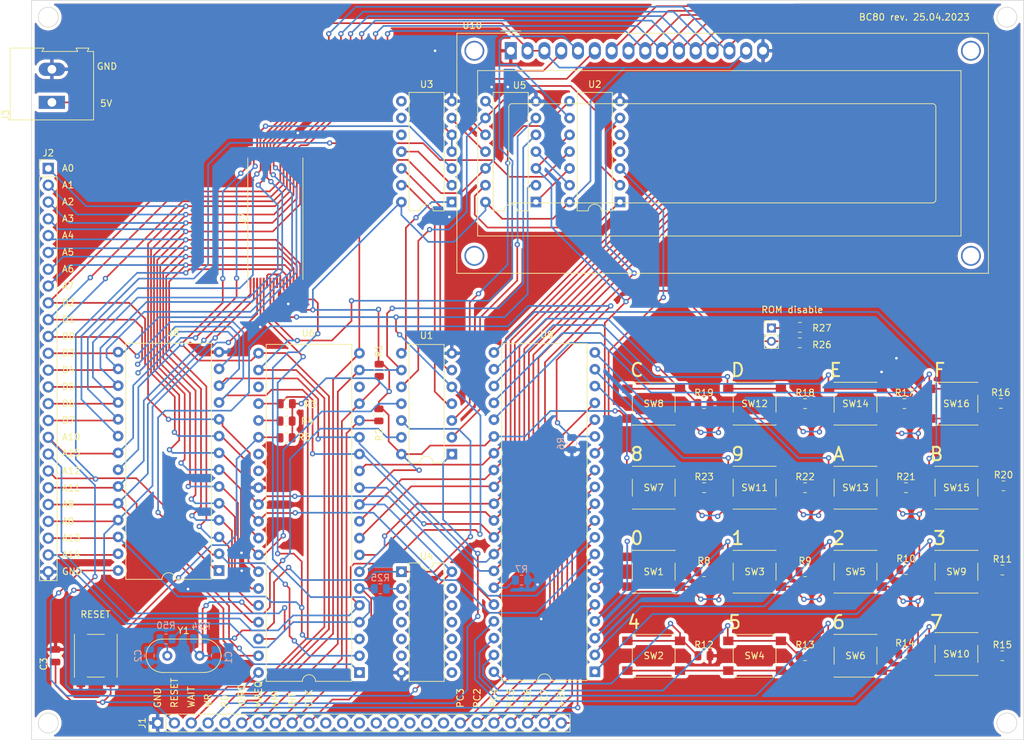
<source format=kicad_pcb>
(kicad_pcb (version 20211014) (generator pcbnew)
  (layers (0 "F.Cu" signal) (31 "B.Cu" signal) (34 "B.Paste" user) (35 "F.Paste" user) (36 "B.SilkS" user "B.Silkscreen") (37 "F.SilkS" user "F.Silkscreen") (38 "B.Mask" user) (39 "F.Mask" user) (44 "Edge.Cuts" user))
  (net 0 "")
  (net 1 "Net-(1K1-Pad1)")
  (net 2 "Net-(1K1-Pad2)")
  (net 3 "Net-(C1-Pad1)")
  (net 4 "GND")
  (net 5 "nRESET")
  (net 6 "+5V")
  (net 7 "A0")
  (net 8 "nWR")
  (net 9 "LCDCS")
  (net 10 "D0")
  (net 11 "D1")
  (net 12 "D2")
  (net 13 "D3")
  (net 14 "D4")
  (net 15 "D5")
  (net 16 "D6")
  (net 17 "D7")
  (net 18 "nNMI")
  (net 19 "nINT")
  (net 20 "nWAIT")
  (net 21 "Net-(R4-Pad2)")
  (net 22 "ROM_HI")
  (net 23 "Net-(R7-Pad2)")
  (net 24 "Net-(R8-Pad1)")
  (net 25 "Net-(R9-Pad1)")
  (net 26 "Net-(R10-Pad1)")
  (net 27 "Net-(R11-Pad1)")
  (net 28 "Net-(R12-Pad1)")
  (net 29 "Net-(R13-Pad1)")
  (net 30 "Net-(R14-Pad1)")
  (net 31 "Net-(R15-Pad1)")
  (net 32 "Net-(R16-Pad1)")
  (net 33 "Net-(R17-Pad1)")
  (net 34 "Net-(R18-Pad1)")
  (net 35 "Net-(R19-Pad1)")
  (net 36 "Net-(R20-Pad1)")
  (net 37 "Net-(R21-Pad1)")
  (net 38 "Net-(R22-Pad1)")
  (net 39 "Net-(R25-Pad1)")
  (net 40 "nCLK")
  (net 41 "Net-(U1-Pad2)")
  (net 42 "Net-(U1-Pad3)")
  (net 43 "Net-(U1-Pad4)")
  (net 44 "A15")
  (net 45 "Net-(U1-Pad6)")
  (net 46 "Net-(U1-Pad8)")
  (net 47 "nMREQ")
  (net 48 "Net-(U1-Pad10)")
  (net 49 "A3")
  (net 50 "Net-(U2-Pad1)")
  (net 51 "nPORTCS")
  (net 52 "nROM_EN")
  (net 53 "nROMCS")
  (net 54 "Net-(U2-Pad12)")
  (net 55 "Net-(U2-Pad13)")
  (net 56 "nRAMCS")
  (net 57 "A2")
  (net 58 "Net-(U3-Pad6)")
  (net 62 "nIORQ")
  (net 63 "A11")
  (net 64 "A12")
  (net 65 "A13")
  (net 66 "A14")
  (net 67 "nRD")
  (net 68 "A1")
  (net 69 "A4")
  (net 70 "A5")
  (net 71 "A6")
  (net 72 "A7")
  (net 73 "A8")
  (net 74 "A9")
  (net 75 "A10")
  (net 76 "PC7")
  (net 77 "PC6")
  (net 78 "PC5")
  (net 79 "PC4")
  (net 80 "PC2")
  (net 81 "PC3")
  (net 101 "Net-(R23-Pad1)")
  (net 105 "Net-(U3-Pad11)")
  (net 108 "Net-(JP1-Pad1)")
  (footprint "Button_Switch_SMD:SW_Push_1P1T_NO_6x6mm_H9.5mm" (layer "F.Cu") (at 182.88 101.6)
    (fp_text reference "SW15")
    (fp_text value "B")
  )
  (footprint "Resistor_SMD:R_0805_2012Metric" (layer "F.Cu") (at 160.02 127)
    (fp_text reference "R13")
    (fp_text value "100K")
  )
  (footprint "Resistor_SMD:R_0805_2012Metric" (layer "F.Cu") (at 189.824987 114.047501)
    (fp_text reference "R11")
    (fp_text value "100K")
  )
  (footprint "Package_DIP:DIP-14_W7.62mm" (layer "F.Cu") (at 106.67 96.525 180)
    (fp_text reference "U1")
    (fp_text value "SN74HC04")
  )
  (footprint "Resistor_SMD:R_0805_2012Metric" (layer "F.Cu") (at 81.6375 91.525605 180)
    (fp_text reference "R4")
    (fp_text value "100K")
  )
  (footprint "Button_Switch_SMD:SW_Push_1P1T_NO_6x6mm_H9.5mm" (layer "F.Cu") (at 167.64 101.6)
    (fp_text reference "SW13")
    (fp_text value "A")
  )
  (footprint "Button_Switch_SMD:SW_Push_1P1T_NO_6x6mm_H9.5mm" (layer "F.Cu") (at 182.88 88.9)
    (fp_text reference "SW16")
    (fp_text value "F")
  )
  (footprint "Package_DIP:DIP-40_W15.24mm" (layer "F.Cu") (at 92.715 129.535 180)
    (fp_text reference "U6")
    (fp_text value "Z80CPU")
  )
  (footprint "Resistor_SMD:R_0805_2012Metric" (layer "F.Cu") (at 95.700237 83.846127 -90)
    (fp_text reference "R1")
    (fp_text value "100K")
  )
  (footprint "Resistor_SMD:R_0805_2012Metric" (layer "F.Cu") (at 175.092045 126.729267)
    (fp_text reference "R14")
    (fp_text value "100K")
  )
  (footprint "Resistor_SMD:R_0805_2012Metric" (layer "F.Cu") (at 159.241469 77.371651)
    (fp_text reference "R27")
    (fp_text value "1K")
  )
  (footprint "Resistor_SMD:R_0805_2012Metric" (layer "F.Cu") (at 189.8185 127)
    (fp_text reference "R15")
    (fp_text value "100K")
  )
  (footprint "Resistor_SMD:R_0805_2012Metric" (layer "F.Cu") (at 160.02 88.9)
    (fp_text reference "R18")
    (fp_text value "100K")
  )
  (footprint "Package_DIP:DIP-14_W7.62mm" (layer "F.Cu") (at 132.07 58.425 180)
    (fp_text reference "U2")
    (fp_text value "SN74HC00")
  )
  (footprint "Package_DIP:DIP-14_W7.62mm" (layer "F.Cu") (at 106.67 58.425 180)
    (fp_text reference "U3")
    (fp_text value "SN74HC00")
  )
  (footprint "Resistor_SMD:R_0805_2012Metric" (layer "F.Cu") (at 159.229989 79.693533)
    (fp_text reference "R26")
    (fp_text value "100K")
  )
  (footprint "Resistor_SMD:R_0805_2012Metric" (layer "F.Cu") (at 160.02 101.6)
    (fp_text reference "R22")
    (fp_text value "100K")
  )
  (footprint "Button_Switch_SMD:SW_Push_1P1T_NO_6x6mm_H9.5mm" (layer "F.Cu") (at 152.4 127)
    (fp_text reference "SW4")
    (fp_text value "5")
  )
  (footprint "Resistor_SMD:R_0805_2012Metric" (layer "F.Cu") (at 144.749584 114.3)
    (fp_text reference "R8")
    (fp_text value "100K x 8" hide)
  )
  (footprint "Resistor_SMD:R_0805_2012Metric" (layer "F.Cu") (at 160.02 114.3)
    (fp_text reference "R9")
    (fp_text value "100K")
  )
  (footprint "Resistor_SMD:R_0805_2012Metric" (layer "F.Cu") (at 189.98897 101.321355)
    (fp_text reference "R20")
    (fp_text value "100K")
  )
  (footprint "Package_DIP:DIP-28_W15.24mm" (layer "F.Cu") (at 71.509687 114.119248 180)
    (fp_text reference "U8")
    (fp_text value "27C512")
  )
  (footprint "Resistor_SMD:R_0805_2012Metric" (layer "F.Cu") (at 144.78 101.6)
    (fp_text reference "R23")
    (fp_text value "100K x 8")
  )
  (footprint "Button_Switch_SMD:SW_Push_1P1T_NO_6x6mm_H9.5mm" (layer "F.Cu") (at 167.64 88.9)
    (fp_text reference "SW14")
    (fp_text value "E")
  )
  (footprint "Button_Switch_SMD:SW_Push_1P1T_NO_6x6mm_H9.5mm" (layer "F.Cu") (at 167.64 114.3)
    (fp_text reference "SW5")
    (fp_text value "2")
  )
  (footprint "Resistor_SMD:R_0805_2012Metric" (layer "F.Cu") (at 175.26 101.6)
    (fp_text reference "R21")
    (fp_text value "100K")
  )
  (footprint "Button_Switch_SMD:SW_Push_1P1T_NO_6x6mm_H9.5mm" (layer "F.Cu") (at 137.16 127)
    (fp_text reference "SW2")
    (fp_text value "4")
  )
  (footprint "Button_Switch_SMD:SW_Push_1P1T_NO_6x6mm_H9.5mm" (layer "F.Cu") (at 182.88 126.729267)
    (fp_text reference "SW10")
    (fp_text value "7")
  )
  (footprint "Resistor_SMD:R_0805_2012Metric" (layer "F.Cu") (at 81.6375 94.065605 180)
    (fp_text reference "R5")
    (fp_text value "100K")
  )
  (footprint "Button_Switch_SMD:SW_Push_1P1T_NO_6x6mm_H9.5mm" (layer "F.Cu") (at 152.4 88.9)
    (fp_text reference "SW12")
    (fp_text value "D")
  )
  (footprint "Resistor_SMD:R_0805_2012Metric" (layer "F.Cu") (at 95.643102 90.596273 -90)
    (fp_text reference "R2")
    (fp_text value "100K")
  )
  (footprint "Package_DIP:DIP-14_W7.62mm" (layer "F.Cu") (at 119.37 58.425 180)
    (fp_text reference "U5")
    (fp_text value "SN74HC02")
  )
  (footprint "Button_Switch_SMD:SW_Push_1P1T_NO_6x6mm_H9.5mm" (layer "F.Cu") (at 137.16 88.9)
    (fp_text reference "SW8")
    (fp_text value "C")
  )
  (footprint "Button_Switch_SMD:SW_Push_1P1T_NO_6x6mm_H9.5mm" (layer "F.Cu") (at 182.88 114.3)
    (fp_text reference "SW9")
    (fp_text value "3")
  )
  (footprint "Resistor_SMD:R_0805_2012Metric" (layer "F.Cu") (at 144.749584 88.9)
    (fp_text reference "R19")
    (fp_text value "100K")
  )
  (footprint "Crystal:Crystal_HC49-U_Vertical" (layer "F.Cu") (at 68.58 127 180)
    (fp_text reference "Y1")
    (fp_text value "7MHz")
  )
  (footprint "Package_DIP:DIP-40_W15.24mm" (layer "F.Cu") (at 128.27 129.4181 180)
    (fp_text reference "U9")
    (fp_text value "8255A")
  )
  (footprint "Resistor_SMD:R_0805_2012Metric" (layer "F.Cu") (at 175.030013 88.9)
    (fp_text reference "R17")
    (fp_text value "100K")
  )
  (footprint "Button_Switch_SMD:SW_Push_1P1T_NO_6x6mm_H9.5mm" (layer "F.Cu") (at 52.893855 127 90)
    (fp_text reference "SW17" hide)
    (fp_text value "RESET")
  )
  (footprint "Capacitor_SMD:C_0805_2012Metric" (layer "F.Cu") (at 46.81675 126.99828 -90)
    (fp_text reference "C3")
    (fp_text value "0.1uF")
  )
  (footprint "Button_Switch_SMD:SW_Push_1P1T_NO_6x6mm_H9.5mm" (layer "F.Cu") (at 152.4 101.6)
    (fp_text reference "SW11")
    (fp_text value "9")
  )
  (footprint "Resistor_SMD:R_0805_2012Metric" (layer "F.Cu") (at 189.5875 88.858978)
    (fp_text reference "R16")
    (fp_text value "100K")
  )
  (footprint "Display:WC1602A" (layer "F.Cu") (at 115.57 35.56)
    (fp_text reference "U10")
    (fp_text value "LCD1602A")
  )
  (footprint "Resistor_SMD:R_0805_2012Metric" (layer "F.Cu") (at 81.67015 88.904688)
    (fp_text reference "R3")
    (fp_text value "100K")
  )
  (footprint "Package_DIP:DIP-14_W7.62mm" (layer "F.Cu") (at 99.06 114.3)
    (fp_text reference "U4")
    (fp_text value "SN74HC14")
  )
  (footprint "Button_Switch_SMD:SW_Push_1P1T_NO_6x6mm_H9.5mm" (layer "F.Cu") (at 137.16 101.6)
    (fp_text reference "SW7")
    (fp_text value "8")
  )
  (footprint "Package_SO:TSOP-I-32_18.4x8mm_P0.5mm" (layer "F.Cu") (at 80.01 60.96 90)
    (fp_text reference "U7")
    (fp_text value "IS61C5128AS-25TLI-TR")
  )
  (footprint "Resistor_SMD:R_0805_2012Metric" (layer "F.Cu") (at 175.26 113.969412)
    (fp_text reference "R10")
    (fp_text value "100K")
  )
  (footprint "Connector_PinHeader_2.00mm:PinHeader_1x02_P2.00mm_Vertical" (layer "F.Cu") (at 154.94 77.47)
    (fp_text reference "ROM disable")
    (fp_text value "ROM disable")
  )
  (footprint "Button_Switch_SMD:SW_Push_1P1T_NO_6x6mm_H9.5mm" (layer "F.Cu") (at 137.16 114.3)
    (fp_text reference "SW1")
    (fp_text value "0")
  )
  (footprint "Button_Switch_SMD:SW_Push_1P1T_NO_6x6mm_H9.5mm" (layer "F.Cu") (at 167.64 127)
    (fp_text reference "SW6")
    (fp_text value "6")
  )
  (footprint "Button_Switch_SMD:SW_Push_1P1T_NO_6x6mm_H9.5mm" (layer "F.Cu") (at 152.4 114.3)
    (fp_text reference "SW3")
    (fp_text value "1")
  )
  (footprint "Connector_PinHeader_2.54mm:PinHeader_1x25_P2.54mm_Vertical" (layer "F.Cu") (at 45.72 53.345)
    (fp_text reference "J2")
    (fp_text value "Exp2" hide)
  )
  (footprint "Connector_PinHeader_2.54mm:PinHeader_1x25_P2.54mm_Vertical" (layer "F.Cu") (at 62.235 137.16 90)
    (fp_text reference "J1")
    (fp_text value "Exp1")
  )
  (footprint "TerminalBlock:TerminalBlock_Altech_AK300-2_P5.00mm" (layer "F.Cu") (at 46.264838 43.365879 90)
    (fp_text reference "J3")
    (fp_text value "5V")
  )
  (footprint "Resistor_SMD:R_0805_2012Metric" (layer "F.Cu") (at 144.749584 127)
    (fp_text reference "R12")
    (fp_text value "100K")
  )
  (footprint "Resistor_SMD:R_0805_2012Metric" (layer "B.Cu") (at 117.1975 115.57 180)
    (fp_text reference "R7")
    (fp_text value "100K")
  )
  (footprint "Resistor_SMD:R_0805_2012Metric" (layer "B.Cu") (at 68.58 124.46)
    (fp_text reference "R24")
    (fp_text value "470K")
  )
  (footprint "Resistor_SMD:R_0805_2012Metric" (layer "B.Cu") (at 124.800784 94.92699 -90)
    (fp_text reference "R6")
    (fp_text value "100K")
  )
  (footprint "Capacitor_SMD:C_0805_2012Metric" (layer "B.Cu") (at 60.96 127 -90)
    (fp_text reference "C2")
    (fp_text value "22pF")
  )
  (footprint "Capacitor_SMD:C_0805_2012Metric" (layer "B.Cu") (at 71.12 127 -90)
    (fp_text reference "C1")
    (fp_text value "22pF")
  )
  (footprint "Resistor_SMD:R_0805_2012Metric" (layer "B.Cu") (at 63.5 124.46 180)
    (fp_text reference "1K1" hide)
    (fp_text value "R50")
  )
  (footprint "Resistor_SMD:R_0805_2012Metric" (layer "B.Cu") (at 95.867 116.8719 180)
    (fp_text reference "R25")
    (fp_text value "0")
  )
  (gr_circle (center 45.72 30.48) (end 47.230482 30.500331) (layer "Edge.Cuts") (width 0.1) (fill none))
  (gr_circle (center 190.5 137.16) (end 192.010482 137.180331) (layer "Edge.Cuts") (width 0.1) (fill none))
  (gr_line (start 193.04 139.7) (end 43.18 139.7) (layer "Edge.Cuts") (width 0.1))
  (gr_line (start 43.18 27.94) (end 193.04 27.94) (layer "Edge.Cuts") (width 0.1))
  (gr_circle (center 45.72 137.16) (end 47.230482 137.180331) (layer "Edge.Cuts") (width 0.1) (fill none))
  (gr_line (start 43.18 139.7) (end 43.18 27.94) (layer "Edge.Cuts") (width 0.1))
  (gr_line (start 193.04 27.94) (end 193.04 139.7) (layer "Edge.Cuts") (width 0.1))
  (gr_circle (center 190.5 30.48) (end 192.010482 30.500331) (layer "Edge.Cuts") (width 0.1) (fill none))
  (gr_text "PC6" (at 118.11 133.397619 90) (layer "F.SilkS") (effects (font (size 1 1))))
  (gr_text "A13" (at 49.178527 109.18745) (layer "F.SilkS") (effects (font (size 1 1))))
  (gr_text "D2" (at 48.773765 73.62745) (layer "F.SilkS") (effects (font (size 1 1))))
  (gr_text "A14" (at 49.178527 111.72745) (layer "F.SilkS") (effects (font (size 1 1))))
  (gr_text "+5V" (at 123.19 133.35 90) (layer "F.SilkS") (effects (font (size 1 1))))
  (gr_text "MREQ" (at 77.47 132.82619 90) (layer "F.SilkS") (effects (font (size 1 1))))
  (gr_text "D5" (at 48.773765 86.32745) (layer "F.SilkS") (effects (font (size 1 1))))
  (gr_text "IORQ" (at 74.93 133.088095 90) (layer "F.SilkS") (effects (font (size 1 1))))
  (gr_text "D3" (at 48.773765 81.24745) (layer "F.SilkS") (effects (font (size 1 1))))
  (gr_text "A9" (at 48.702337 104.10745) (layer "F.SilkS") (effects (font (size 1 1))))
  (gr_text "PC4" (at 113.03 133.397619 90) (layer "F.SilkS") (effects (font (size 1 1))))
  (gr_text "PC5" (at 115.57 133.397619 90) (layer "F.SilkS") (effects (font (size 1 1))))
  (gr_text "GND" (at 62.23 133.35 90) (layer "F.SilkS") (effects (font (size 1 1))))
  (gr_text "RESET" (at 64.77 132.611904 90) (layer "F.SilkS") (effects (font (size 1 1))))
  (gr_text "A1" (at 48.702337 55.84745) (layer "F.SilkS") (effects (font (size 1 1))))
  (gr_text "WR" (at 69.85 133.802381 90) (layer "F.SilkS") (effects (font (size 1 1))))
  (gr_text "A0" (at 48.702337 53.30745) (layer "F.SilkS") (effects (font (size 1 1))))
  (gr_text "A7" (at 48.702337 71.08745) (layer "F.SilkS") (effects (font (size 1 1))))
  (gr_text "A6" (at 48.702337 68.54745) (layer "F.SilkS") (effects (font (size 1 1))))
  (gr_text "A4" (at 48.702337 63.46745) (layer "F.SilkS") (effects (font (size 1 1))))
  (gr_text "A12" (at 49.178527 99.048608) (layer "F.SilkS") (effects (font (size 1 1))))
  (gr_text "CLK" (at 85.09 133.469047 90) (layer "F.SilkS") (effects (font (size 1 1))))
  (gr_text "PC2" (at 110.49 133.397619 90) (layer "F.SilkS") (effects (font (size 1 1))))
  (gr_text "D0" (at 48.773765 78.70745) (layer "F.SilkS") (effects (font (size 1 1))))
  (gr_text "A5" (at 48.702337 66.00745) (layer "F.SilkS") (effects (font (size 1 1))))
  (gr_text "GND" (at 54.581575 37.928169) (layer "F.SilkS") (effects (font (size 1 1))))
  (gr_text "A3" (at 48.702337 60.92745) (layer "F.SilkS") (effects (font (size 1 1))))
  (gr_text "GND" (at 49.321384 114.256561) (layer "F.SilkS") (effects (font (size 1 1))))
  (gr_text "INT" (at 82.55 133.730952 90) (layer "F.SilkS") (effects (font (size 1 1))))
  (gr_text "A2" (at 48.702337 58.38745) (layer "F.SilkS") (effects (font (size 1 1))))
  (gr_text "D1" (at 48.773765 76.16745) (layer "F.SilkS") (effects (font (size 1 1))))
  (gr_text "A8" (at 48.702337 106.64745) (layer "F.SilkS") (effects (font (size 1 1))))
  (gr_text "WAIT" (at 67.31 133.254762 90) (layer "F.SilkS") (effects (font (size 1 1))))
  (gr_text "NMI" (at 80.01 133.540476 90) (layer "F.SilkS") (effects (font (size 1 1))))
  (gr_text "A10" (at 49.178527 93.926696) (layer "F.SilkS") (effects (font (size 1 1))))
  (gr_text "A15" (at 49.178527 96.362727) (layer "F.SilkS") (effects (font (size 1 1))))
  (gr_text "RD" (at 72.39 133.873809 90) (layer "F.SilkS") (effects (font (size 1 1))))
  (gr_text "PC7" (at 120.65 133.397619 90) (layer "F.SilkS") (effects (font (size 1 1))))
  (gr_text "A11" (at 49.178527 101.672026) (layer "F.SilkS") (effects (font (size 1 1))))
  (gr_text "D7" (at 48.773765 91.40745) (layer "F.SilkS") (effects (font (size 1 1))))
  (gr_text "PC3" (at 107.95 133.397619 90) (layer "F.SilkS") (effects (font (size 1 1))))
  (gr_text "D4" (at 48.773765 83.78745) (layer "F.SilkS") (effects (font (size 1 1))))
  (gr_text "D6" (at 48.773765 88.86745) (layer "F.SilkS") (effects (font (size 1 1))))
  (gr_text "BC80 rev. 25.04.2023" (at 176.53 30.48) (layer "F.SilkS") (effects (font (size 1 1))))
  (segment (start 75.014101 123.167939) (end 73.849172 124.332868) (width 0.25) (layer "F.Cu") (net 1))
  (segment (start 109.486415 109.002972) (end 109.335989 109.002972) (width 0.25) (layer "F.Cu") (net 1))
  (segment (start 79.818218 115.852285) (end 79.818218 121.979583) (width 0.25) (layer "F.Cu") (net 1))
  (segment (start 78.629862 123.167939) (end 75.014101 123.167939) (width 0.25) (layer "F.Cu") (net 1))
  (segment (start 104.038961 114.3) (end 99.06 114.3) (width 0.25) (layer "F.Cu") (net 1))
  (segment (start 109.335989 109.002972) (end 104.038961 114.3) (width 0.25) (layer "F.Cu") (net 1))
  (segment (start 82.019854 113.650649) (end 79.818218 115.852285) (width 0.25) (layer "F.Cu") (net 1))
  (segment (start 79.818218 121.979583) (end 78.629862 123.167939) (width 0.25) (layer "F.Cu") (net 1))
  (via (at 82.019854 113.650649) (size 0.8) (drill 0.4) (layers "F.Cu" "B.Cu") (net 1))
  (via (at 109.486415 109.002972) (size 0.8) (drill 0.4) (layers "F.Cu" "B.Cu") (net 1))
  (via (at 73.849172 124.332868) (size 0.8) (drill 0.4) (layers "F.Cu" "B.Cu") (net 1))
  (segment (start 68.010271 122.977771) (end 69.4925 124.46) (width 0.25) (layer "B.Cu") (net 1))
  (segment (start 83.925013 115.555808) (end 93.870034 115.555808) (width 0.25) (layer "B.Cu") (net 1))
  (segment (start 109.486415 109.002972) (end 109.486415 94.548731) (width 0.25) (layer "B.Cu") (net 1))
  (segment (start 64.4125 124.46) (end 64.4125 124.426343) (width 0.25) (layer "B.Cu") (net 1))
  (segment (start 73.72204 124.46) (end 69.4925 124.46) (width 0.25) (layer "B.Cu") (net 1))
  (segment (start 100.308574 92.703574) (end 99.05 91.445) (width 0.25) (layer "B.Cu") (net 1))
  (segment (start 95.125842 114.3) (end 99.06 114.3) (width 0.25) (layer "B.Cu") (net 1))
  (segment (start 65.861072 122.977771) (end 68.010271 122.977771) (width 0.25) (layer "B.Cu") (net 1))
  (segment (start 107.641258 92.703574) (end 100.308574 92.703574) (width 0.25) (layer "B.Cu") (net 1))
  (segment (start 73.849172 124.332868) (end 73.72204 124.46) (width 0.25) (layer "B.Cu") (net 1))
  (segment (start 82.019854 113.650649) (end 83.925013 115.555808) (width 0.25) (layer "B.Cu") (net 1))
  (segment (start 93.870034 115.555808) (end 95.125842 114.3) (width 0.25) (layer "B.Cu") (net 1))
  (segment (start 109.486415 94.548731) (end 107.641258 92.703574) (width 0.25) (layer "B.Cu") (net 1))
  (segment (start 64.4125 124.426343) (end 65.861072 122.977771) (width 0.25) (layer "B.Cu") (net 1))
  (segment (start 63.7 125.5725) (end 62.5875 124.46) (width 0.25) (layer "B.Cu") (net 2))
  (segment (start 60.9975 126.05) (end 62.5875 124.46) (width 0.25) (layer "B.Cu") (net 2))
  (segment (start 60.96 126.05) (end 60.9975 126.05) (width 0.25) (layer "B.Cu") (net 2))
  (segment (start 63.7 127) (end 63.7 125.5725) (width 0.25) (layer "B.Cu") (net 2))
  (segment (start 69.028493 126.551507) (end 68.58 127) (width 0.25) (layer "F.Cu") (net 3))
  (segment (start 80.023217 113.694394) (end 79.19174 114.525871) (width 0.25) (layer "F.Cu") (net 3))
  (segment (start 76.644475 120.587696) (end 74.946697 118.889918) (width 0.25) (layer "F.Cu") (net 3))
  (segment (start 78.279948 120.587696) (end 76.644475 120.587696) (width 0.25) (layer "F.Cu") (net 3))
  (segment (start 80.033848 113.694394) (end 80.023217 113.694394) (width 0.25) (layer "F.Cu") (net 3))
  (segment (start 79.19174 114.525871) (end 79.19174 119.675904) (width 0.25) (layer "F.Cu") (net 3))
  (segment (start 69.550621 119.410523) (end 69.028493 119.932651) (width 0.25) (layer "F.Cu") (net 3))
  (segment (start 81.119782 112.60846) (end 80.033848 113.694394) (width 0.25) (layer "F.Cu") (net 3))
  (segment (start 69.028493 119.932651) (end 69.028493 126.551507) (width 0.25) (layer "F.Cu") (net 3))
  (segment (start 79.19174 119.675904) (end 78.279948 120.587696) (width 0.25) (layer "F.Cu") (net 3))
  (via (at 69.550621 119.410523) (size 0.8) (drill 0.4) (layers "F.Cu" "B.Cu") (net 3))
  (via (at 74.946697 118.889918) (size 0.8) (drill 0.4) (layers "F.Cu" "B.Cu") (net 3))
  (via (at 81.119782 112.60846) (size 0.8) (drill 0.4) (layers "F.Cu" "B.Cu") (net 3))
  (segment (start 86.80068 92.67733) (end 95.529635 92.67733) (width 0.25) (layer "B.Cu") (net 3))
  (segment (start 81.119782 112.60846) (end 82.235466 111.492776) (width 0.25) (layer "B.Cu") (net 3))
  (segment (start 70.17 127) (end 68.58 127) (width 0.25) (layer "B.Cu") (net 3))
  (segment (start 69.550621 119.410523) (end 70.071226 118.889918) (width 0.25) (layer "B.Cu") (net 3))
  (segment (start 96.837305 93.985) (end 99.05 93.985) (width 0.25) (layer "B.Cu") (net 3))
  (segment (start 95.529635 92.67733) (end 96.837305 93.985) (width 0.25) (layer "B.Cu") (net 3))
  (segment (start 68.58 127) (end 67.6675 126.0875) (width 0.25) (layer "B.Cu") (net 3))
  (segment (start 70.071226 118.889918) (end 74.946697 118.889918) (width 0.25) (layer "B.Cu") (net 3))
  (segment (start 71.12 126.05) (end 70.17 127) (width 0.25) (layer "B.Cu") (net 3))
  (segment (start 67.6675 126.0875) (end 67.6675 124.46) (width 0.25) (layer "B.Cu") (net 3))
  (segment (start 82.235466 111.492776) (end 82.235466 97.242544) (width 0.25) (layer "B.Cu") (net 3))
  (segment (start 82.235466 97.242544) (end 86.80068 92.67733) (width 0.25) (layer "B.Cu") (net 3))
  (segment (start 78.76 70.6475) (end 78.76 69.546433) (width 0.25) (layer "F.Cu") (net 4))
  (segment (start 74.901211 111.443323) (end 74.901211 114.120676) (width 0.25) (layer "F.Cu") (net 4))
  (segment (start 80.76 69.572135) (end 80.76 70.6475) (width 0.25) (layer "F.Cu") (net 4))
  (segment (start 80.76 70.6475) (end 80.76 72.61773) (width 0.25) (layer "F.Cu") (net 4))
  (segment (start 82.449481 47.979314) (end 83.410763 47.979314) (width 0.25) (layer "F.Cu") (net 4))
  (segment (start 80.26 51.2725) (end 80.26 50.168795) (width 0.25) (layer "F.Cu") (net 4))
  (segment (start 74.901211 114.120676) (end 74.93 114.149465) (width 0.25) (layer "F.Cu") (net 4))
  (segment (start 190.731 114.2075) (end 190.8235 114.3) (width 0.25) (layer "F.Cu") (net 4))
  (segment (start 80.040492 69.351314) (end 80.539179 69.351314) (width 0.25) (layer "F.Cu") (net 4))
  (segment (start 115.119657 41.03768) (end 115.123821 41.033516) (width 0.25) (layer "F.Cu") (net 4))
  (segment (start 78.76 69.546433) (end 78.955119 69.351314) (width 0.25) (layer "F.Cu") (net 4))
  (segment (start 80.26 50.168795) (end 82.449481 47.979314) (width 0.25) (layer "F.Cu") (net 4))
  (segment (start 190.755587 101.575413) (end 190.731 101.6) (width 0.25) (layer "F.Cu") (net 4))
  (segment (start 80.539179 69.351314) (end 80.76 69.572135) (width 0.25) (layer "F.Cu") (net 4))
  (segment (start 80.76 72.61773) (end 81.965672 73.823402) (width 0.25) (layer "F.Cu") (net 4))
  (segment (start 78.955119 69.351314) (end 80.040492 69.351314) (width 0.25) (layer "F.Cu") (net 4))
  (segment (start 80.040492 69.351314) (end 80.26 69.570822) (width 0.25) (layer "F.Cu") (net 4))
  (segment (start 112.683838 41.03768) (end 115.119657 41.03768) (width 0.25) (layer "F.Cu") (net 4))
  (segment (start 80.26 69.570822) (end 80.26 70.6475) (width 0.25) (layer "F.Cu") (net 4))
  (via (at 119.615292 116.246601) (size 0.8) (drill 0.4) (layers "F.Cu" "B.Cu") (net 4))
  (via (at 66.832462 116.920875) (size 0.8) (drill 0.4) (layers "F.Cu" "B.Cu") (net 4))
  (via (at 104.14 35.56) (size 0.8) (drill 0.4) (layers "F.Cu" "B.Cu") (net 4))
  (via (at 171.577043 84.100902) (size 0.8) (drill 0.4) (layers "F.Cu" "B.Cu") (net 4))
  (via (at 173.818996 82.034788) (size 0.8) (drill 0.4) (layers "F.Cu" "B.Cu") (net 4))
  (via (at 74.901211 111.443323) (size 0.8) (drill 0.4) (layers "F.Cu" "B.Cu") (net 4))
  (via (at 115.123821 41.033516) (size 0.8) (drill 0.4) (layers "F.Cu" "B.Cu") (net 4))
  (via (at 120.171624 121.441624) (size 0.8) (drill 0.4) (layers "F.Cu" "B.Cu") (net 4))
  (via (at 74.93 114.149465) (size 0.8) (drill 0.4) (layers "F.Cu" "B.Cu") (net 4))
  (via (at 83.410763 47.979314) (size 0.8) (drill 0.4) (layers "F.Cu" "B.Cu") (net 4))
  (via (at 77.731438 77.307328) (size 0.8) (drill 0.4) (layers "F.Cu" "B.Cu") (net 4))
  (via (at 81.965672 73.823402) (size 0.8) (drill 0.4) (layers "F.Cu" "B.Cu") (net 4))
  (via (at 106.29809 60.670754) (size 0.8) (drill 0.4) (layers "F.Cu" "B.Cu") (net 4))
  (via (at 112.683838 41.03768) (size 0.8) (drill 0.4) (layers "F.Cu" "B.Cu") (net 4))
  (segment (start 171.577043 84.100902) (end 173.643157 82.034788) (width 0.25) (layer "B.Cu") (net 4))
  (segment (start 78.660989 76.377777) (end 79.79969 76.377777) (width 0.25) (layer "B.Cu") (net 4))
  (segment (start 77.520374 101.595) (end 77.475 101.595) (width 0.25) (layer "B.Cu") (net 4))
  (segment (start 173.643157 82.034788) (end 173.818996 82.034788) (width 0.25) (layer "B.Cu") (net 4))
  (segment (start 77.731438 77.307328) (end 78.660989 76.377777) (width 0.25) (layer "B.Cu") (net 4))
  (segment (start 118.11 115.57) (end 118.370945 115.57) (width 0.25) (layer "B.Cu") (net 4))
  (segment (start 46.81675 131.459574) (end 49.389732 134.032556) (width 0.25) (layer "F.Cu") (net 5))
  (segment (start 46.81675 127.94828) (end 46.81675 131.459574) (width 0.25) (layer "F.Cu") (net 5))
  (segment (start 65.352427 115.198016) (end 57.525443 123.025) (width 0.25) (layer "F.Cu") (net 5))
  (segment (start 65.395135 115.198016) (end 65.352427 115.198016) (width 0.25) (layer "F.Cu") (net 5))
  (segment (start 57.525443 123.025) (end 55.143855 123.025) (width 0.25) (layer "F.Cu") (net 5))
  (segment (start 49.389732 134.032556) (end 53.927444 134.032556) (width 0.25) (layer "F.Cu") (net 5))
  (segment (start 55.143855 130.975) (end 55.143855 132.816145) (width 0.25) (layer "F.Cu") (net 5))
  (segment (start 55.143855 132.816145) (end 53.927444 134.032556) (width 0.25) (layer "F.Cu") (net 5))
  (segment (start 55.143855 123.025) (end 55.143855 130.975) (width 0.25) (layer "F.Cu") (net 5))
  (segment (start 80.634395 93.975) (end 80.725 94.065605) (width 0.25) (layer "F.Cu") (net 5))
  (segment (start 77.475 93.975) (end 80.634395 93.975) (width 0.25) (layer "F.Cu") (net 5))
  (via (at 65.395135 115.198016) (size 0.8) (drill 0.4) (layers "F.Cu" "B.Cu") (net 5))
  (via (at 53.927444 134.032556) (size 0.8) (drill 0.4) (layers "F.Cu" "B.Cu") (net 5))
  (segment (start 70.370549 110.280457) (end 72.599543 110.280457) (width 0.25) (layer "B.Cu") (net 5))
  (segment (start 65.45299 115.198016) (end 70.370549 110.280457) (width 0.25) (layer "B.Cu") (net 5))
  (segment (start 61.627063 134.012063) (end 64.775 137.16) (width 0.25) (layer "B.Cu") (net 5))
  (segment (start 65.395135 115.198016) (end 65.45299 115.198016) (width 0.25) (layer "B.Cu") (net 5))
  (segment (start 53.947937 134.012063) (end 61.627063 134.012063) (width 0.25) (layer "B.Cu") (net 5))
  (segment (start 74.156644 108.723356) (end 74.156644 97.293356) (width 0.25) (layer "B.Cu") (net 5))
  (segment (start 74.156644 97.293356) (end 77.475 93.975) (width 0.25) (layer "B.Cu") (net 5))
  (segment (start 53.927444 134.032556) (end 53.947937 134.012063) (width 0.25) (layer "B.Cu") (net 5))
  (segment (start 72.599543 110.280457) (end 74.156644 108.723356) (width 0.25) (layer "B.Cu") (net 5))
  (segment (start 102.099358 96.525) (end 103.396311 95.228047) (width 0.25) (layer "F.Cu") (net 6))
  (segment (start 177.092672 93.420549) (end 177.092672 99.8729) (width 0.25) (layer "F.Cu") (net 6))
  (segment (start 177.2832 112.946987) (end 178.905 114.568787) (width 0.25) (layer "F.Cu") (net 6))
  (segment (start 82.58265 88.904688) (end 82.58265 94.032955) (width 0.25) (layer "F.Cu") (net 6))
  (segment (start 157.949675 103.85) (end 156.375 103.85) (width 0.25) (layer "F.Cu") (net 6))
  (segment (start 156.375 116.55) (end 157.932318 116.55) (width 0.25) (layer "F.Cu") (net 6))
  (segment (start 97.127549 90.606905) (end 97.127549 94.602549) (width 0.25) (layer "F.Cu") (net 6))
  (segment (start 132.023687 89.988687) (end 133.185 91.15) (width 0.25) (layer "F.Cu") (net 6))
  (segment (start 157.932318 116.55) (end 159.842439 118.460121) (width 0.25) (layer "F.Cu") (net 6))
  (segment (start 114.253128 31.393128) (end 118.11 35.25) (width 0.25) (layer "F.Cu") (net 6))
  (segment (start 167.118079 77.371651) (end 178.905 89.158572) (width 0.25) (layer "F.Cu") (net 6))
  (segment (start 178.905 89.158572) (end 178.905 91.15) (width 0.25) (layer "F.Cu") (net 6))
  (segment (start 177.122538 92.932462) (end 177.122538 93.390683) (width 0.25) (layer "F.Cu") (net 6))
  (segment (start 99.05 96.525) (end 102.099358 96.525) (width 0.25) (layer "F.Cu") (net 6))
  (segment (start 97.127549 94.602549) (end 99.05 96.525) (width 0.25) (layer "F.Cu") (net 6))
  (segment (start 162.182615 118.520126) (end 162.182615 118.032385) (width 0.25) (layer "F.Cu") (net 6))
  (segment (start 148.425 116.55) (end 156.375 116.55) (width 0.25) (layer "F.Cu") (net 6))
  (segment (start 95.643102 89.683773) (end 96.204417 89.683773) (width 0.25) (layer "F.Cu") (net 6))
  (segment (start 95.597404 74.643526) (end 95.597404 82.830794) (width 0.25) (layer "F.Cu") (net 6))
  (segment (start 162.059006 105.455994) (end 163.665 103.85) (width 0.25) (layer "F.Cu") (net 6))
  (segment (start 146.944538 92.630462) (end 146.944538 93.270294) (width 0.25) (layer "F.Cu") (net 6))
  (segment (start 162.182615 118.032385) (end 163.665 116.55) (width 0.25) (layer "F.Cu") (net 6))
  (segment (start 118.11 35.25) (end 118.11 35.56) (width 0.25) (layer "F.Cu") (net 6))
  (segment (start 171.615 116.55) (end 172.640343 116.55) (width 0.25) (layer "F.Cu") (net 6))
  (segment (start 148.425 104.312037) (end 148.425 103.85) (width 0.25) (layer "F.Cu") (net 6))
  (segment (start 148.425 91.15) (end 146.944538 92.630462) (width 0.25) (layer "F.Cu") (net 6))
  (segment (start 178.905 103.85) (end 178.905 103.873887) (width 0.25) (layer "F.Cu") (net 6))
  (segment (start 178.905 91.15) (end 186.855 91.15) (width 0.25) (layer "F.Cu") (net 6))
  (segment (start 95.597321 74.643443) (end 95.597404 74.643526) (width 0.25) (layer "F.Cu") (net 6))
  (segment (start 96.204417 89.683773) (end 97.127549 90.606905) (width 0.25) (layer "F.Cu") (net 6))
  (segment (start 142.528514 103.85) (end 144.477683 105.799169) (width 0.25) (layer "F.Cu") (net 6))
  (segment (start 133.185 103.85) (end 141.135 103.85) (width 0.25) (layer "F.Cu") (net 6))
  (segment (start 162.059006 105.799169) (end 162.059006 105.455994) (width 0.25) (layer "F.Cu") (net 6))
  (segment (start 173.070812 103.85) (end 171.615 103.85) (width 0.25) (layer "F.Cu") (net 6))
  (segment (start 178.905 91.15) (end 177.122538 92.932462) (width 0.25) (layer "F.Cu") (net 6))
  (segment (start 73.772177 31.393128) (end 114.253128 31.393128) (width 0.25) (layer "F.Cu") (net 6))
  (segment (start 163.665 103.85) (end 171.615 103.85) (width 0.25) (layer "F.Cu") (net 6))
  (segment (start 171.615 129.25) (end 178.905 129.25) (width 0.25) (layer "F.Cu") (net 6))
  (segment (start 178.905 103.85) (end 186.855 103.85) (width 0.25) (layer "F.Cu") (net 6))
  (segment (start 95.597404 82.830794) (end 95.700237 82.933627) (width 0.25) (layer "F.Cu") (net 6))
  (segment (start 61.009409 31.393128) (end 73.092497 31.393128) (width 0.25) (layer "F.Cu") (net 6))
  (segment (start 141.135 129.25) (end 148.425 129.25) (width 0.25) (layer "F.Cu") (net 6))
  (segment (start 101.738942 98.949165) (end 97.900835 98.949165) (width 0.25) (layer "F.Cu") (net 6))
  (segment (start 73.732642 31.432663) (end 73.772177 31.393128) (width 0.25) (layer "F.Cu") (net 6))
  (segment (start 83.932397 88.904688) (end 82.58265 88.904688) (width 0.25) (layer "F.Cu") (net 6))
  (segment (start 103.137531 117.842469) (end 106.68 114.3) (width 0.25) (layer "F.Cu") (net 6))
  (segment (start 46.264838 43.365879) (end 49.036658 43.365879) (width 0.25) (layer "F.Cu") (net 6))
  (segment (start 163.665 116.55) (end 171.615 116.55) (width 0.25) (layer "F.Cu") (net 6))
  (segment (start 148.425 103.85) (end 156.375 103.85) (width 0.25) (layer "F.Cu") (net 6))
  (segment (start 178.905 129.25) (end 186.855 129.25) (width 0.25) (layer "F.Cu") (net 6))
  (segment (start 178.905 127.155957) (end 178.905 129.25) (width 0.25) (layer "F.Cu") (net 6))
  (segment (start 178.905 129.740297) (end 171.485297 137.16) (width 0.25) (layer "F.Cu") (net 6))
  (segment (start 148.425 129.25) (end 156.375 129.25) (width 0.25) (layer "F.Cu") (net 6))
  (segment (start 177.080609 125.331566) (end 178.905 127.155957) (width 0.25) (layer "F.Cu") (net 6))
  (segment (start 111.75 58.425) (end 114.285 60.96) (width 0.25) (layer "F.Cu") (net 6))
  (segment (start 171.485297 137.16) (end 123.195 137.16) (width 0.25) (layer "F.Cu") (net 6))
  (segment (start 142.196014 91.15) (end 141.135 91.15) (width 0.25) (layer "F.Cu") (net 6))
  (segment (start 156.375 129.25) (end 163.665 129.25) (width 0.25) (layer "F.Cu") (net 6))
  (segment (start 73.092497 31.393128) (end 73.132032 31.432663) (width 0.25) (layer "F.Cu") (net 6))
  (segment (start 144.282175 93.236161) (end 142.196014 91.15) (width 0.25) (layer "F.Cu") (net 6))
  (segment (start 141.135 116.55) (end 142.378478 116.55) (width 0.25) (layer "F.Cu") (net 6))
  (segment (start 121.915 60.96) (end 124.45 58.425) (width 0.25) (layer "F.Cu") (net 6))
  (segment (start 148.425 91.15) (end 156.375 91.15) (width 0.25) (layer "F.Cu") (net 6))
  (segment (start 95.643102 88.627918) (end 95.643102 89.683773) (width 0.25) (layer "F.Cu") (net 6))
  (segment (start 157.768264 91.15) (end 156.375 91.15) (width 0.25) (layer "F.Cu") (net 6))
  (segment (start 82.58265 94.032955) (end 82.55 94.065605) (width 0.25) (layer "F.Cu") (net 6))
  (segment (start 178.905 116.55) (end 178.905 116.831608) (width 0.25) (layer "F.Cu") (net 6))
  (segment (start 173.855683 93.390683) (end 174.626611 93.390683) (width 0.25) (layer "F.Cu") (net 6))
  (segment (start 160.153969 77.371651) (end 167.118079 77.371651) (width 0.25) (layer "F.Cu") (net 6))
  (segment (start 163.665 91.15) (end 171.615 91.15) (width 0.25) (layer "F.Cu") (net 6))
  (segment (start 50.672855 114.119248) (end 47.282027 117.510076) (width 0.25) (layer "F.Cu") (net 6))
  (segment (start 103.137531 130.14539) (end 103.137531 117.842469) (width 0.25) (layer "F.Cu") (net 6))
  (segment (start 56.269687 114.119248) (end 50.672855 114.119248) (width 0.25) (layer "F.Cu") (net 6))
  (segment (start 159.778835 105.67916) (end 157.949675 103.85) (width 0.25) (layer "F.Cu") (net 6))
  (segment (start 146.817859 105.919178) (end 148.425 104.312037) (width 0.25) (layer "F.Cu") (net 6))
  (segment (start 174.779963 105.559151) (end 173.070812 103.85) (width 0.25) (layer "F.Cu") (net 6))
  (segment (start 171.615 91.15) (end 173.855683 93.390683) (width 0.25) (layer "F.Cu") (net 6))
  (segment (start 103.396311 95.228047) (end 111.660053 95.228047) (width 0.25) (layer "F.Cu") (net 6))
  (segment (start 178.905 103.873887) (end 177.2832 105.495687) (width 0.25) (layer "F.Cu") (net 6))
  (segment (start 178.905 129.25) (end 178.905 129.740297) (width 0.25) (layer "F.Cu") (net 6))
  (segment (start 133.185 129.25) (end 141.135 129.25) (width 0.25) (layer "F.Cu") (net 6))
  (segment (start 177.080609 118.655999) (end 177.080609 125.331566) (width 0.25) (layer "F.Cu") (net 6))
  (segment (start 178.905 116.831608) (end 177.080609 118.655999) (width 0.25) (layer "F.Cu") (net 6))
  (segment (start 177.122538 93.390683) (end 177.092672 93.420549) (width 0.25) (layer "F.Cu") (net 6))
  (segment (start 85.68355 74.722776) (end 80.594688 74.722776) (width 0.25) (layer "F.Cu") (net 6))
  (segment (start 79.76 73.888088) (end 79.76 70.6475) (width 0.25) (layer "F.Cu") (net 6))
  (segment (start 97.900835 98.949165) (end 92.715 104.135) (width 0.25) (layer "F.Cu") (net 6))
  (segment (start 142.378478 116.55) (end 144.270627 118.442149) (width 0.25) (layer "F.Cu") (net 6))
  (segment (start 177.092672 99.8729) (end 178.905 101.685228) (width 0.25) (layer "F.Cu") (net 6))
  (segment (start 178.905 114.568787) (end 178.905 116.55) (width 0.25) (layer "F.Cu") (net 6))
  (segment (start 96.272236 82.933627) (end 97.21551 83.876901) (width 0.25) (layer "F.Cu") (net 6))
  (segment (start 163.665 129.25) (end 171.615 129.25) (width 0.25) (layer "F.Cu") (net 6))
  (segment (start 146.998998 117.976002) (end 148.425 116.55) (width 0.25) (layer "F.Cu") (net 6))
  (segment (start 111.660053 95.228047) (end 113.03 93.8581) (width 0.25) (layer "F.Cu") (net 6))
  (segment (start 146.998998 118.537049) (end 146.998998 117.976002) (width 0.25) (layer "F.Cu") (net 6))
  (segment (start 133.185 116.55) (end 141.135 116.55) (width 0.25) (layer "F.Cu") (net 6))
  (segment (start 133.185 91.15) (end 141.135 91.15) (width 0.25) (layer "F.Cu") (net 6))
  (segment (start 97.21551 87.05551) (end 95.643102 88.627918) (width 0.25) (layer "F.Cu") (net 6))
  (segment (start 118.11 35.56) (end 120.65 35.56) (width 0.25) (layer "F.Cu") (net 6))
  (segment (start 49.036658 43.365879) (end 61.009409 31.393128) (width 0.25) (layer "F.Cu") (net 6))
  (segment (start 80.594688 74.722776) (end 79.76 73.888088) (width 0.25) (layer "F.Cu") (net 6))
  (segment (start 97.21551 83.876901) (end 97.21551 87.05551) (width 0.25) (layer "F.Cu") (net 6))
  (segment (start 114.285 60.96) (end 121.915 60.96) (width 0.25) (layer "F.Cu") (net 6))
  (segment (start 172.640343 116.55) (end 174.844115 118.753772) (width 0.25) (layer "F.Cu") (net 6))
  (segment (start 162.195384 92.619616) (end 162.195384 93.160963) (width 0.25) (layer "F.Cu") (net 6))
  (segment (start 131.327949 89.988687) (end 132.023687 89.988687) (width 0.25) (layer "F.Cu") (net 6))
  (segment (start 95.700237 82.933627) (end 96.272236 82.933627) (width 0.25) (layer "F.Cu") (net 6))
  (segment (start 141.135 103.85) (end 142.528514 103.85) (width 0.25) (layer "F.Cu") (net 6))
  (segment (start 178.905 101.685228) (end 178.905 103.85) (width 0.25) (layer "F.Cu") (net 6))
  (segment (start 101.125134 132.157787) (end 103.137531 130.14539) (width 0.25) (layer "F.Cu") (net 6))
  (segment (start 177.2832 105.495687) (end 177.2832 112.946987) (width 0.25) (layer "F.Cu") (net 6))
  (segment (start 159.738275 93.120011) (end 157.768264 91.15) (width 0.25) (layer "F.Cu") (net 6))
  (segment (start 73.132032 31.432663) (end 73.732642 31.432663) (width 0.25) (layer "F.Cu") (net 6))
  (segment (start 178.905 116.55) (end 186.855 116.55) (width 0.25) (layer "F.Cu") (net 6))
  (segment (start 163.665 91.15) (end 162.195384 92.619616) (width 0.25) (layer "F.Cu") (net 6))
  (via (at 177.288842 105.595573) (size 0.8) (drill 0.4) (layers "F.Cu" "B.Cu") (net 6))
  (via (at 159.842439 118.460121) (size 0.8) (drill 0.4) (layers "F.Cu" "B.Cu") (net 6))
  (via (at 146.998998 118.537049) (size 0.8) (drill 0.4) (layers "F.Cu" "B.Cu") (net 6))
  (via (at 174.844115 118.753772) (size 0.8) (drill 0.4) (layers "F.Cu" "B.Cu") (net 6))
  (via (at 159.778835 105.67916) (size 0.8) (drill 0.4) (layers "F.Cu" "B.Cu") (net 6))
  (via (at 146.817859 105.919178) (size 0.8) (drill 0.4) (layers "F.Cu" "B.Cu") (net 6))
  (via (at 162.182615 118.520126) (size 0.8) (drill 0.4) (layers "F.Cu" "B.Cu") (net 6))
  (via (at 162.195384 93.160963) (size 0.8) (drill 0.4) (layers "F.Cu" "B.Cu") (net 6))
  (via (at 47.282027 117.510076) (size 0.8) (drill 0.4) (layers "F.Cu" "B.Cu") (net 6))
  (via (at 144.270627 118.442149) (size 0.8) (drill 0.4) (layers "F.Cu" "B.Cu") (net 6))
  (via (at 159.738275 93.120011) (size 0.8) (drill 0.4) (layers "F.Cu" "B.Cu") (net 6))
  (via (at 101.125134 132.157787) (size 0.8) (drill 0.4) (layers "F.Cu" "B.Cu") (net 6))
  (via (at 144.282175 93.236161) (size 0.8) (drill 0.4) (layers "F.Cu" "B.Cu") (net 6))
  (via (at 97.21551 87.05551) (size 0.8) (drill 0.4) (layers "F.Cu" "B.Cu") (net 6))
  (via (at 131.327949 89.988687) (size 0.8) (drill 0.4) (layers "F.Cu" "B.Cu") (net 6))
  (via (at 83.932397 88.904688) (size 0.8) (drill 0.4) (layers "F.Cu" "B.Cu") (net 6))
  (via (at 174.626611 93.390683) (size 0.8) (drill 0.4) (layers "F.Cu" "B.Cu") (net 6))
  (via (at 177.074971 118.753772) (size 0.8) (drill 0.4) (layers "F.Cu" "B.Cu") (net 6))
  (via (at 162.059006 105.799169) (size 0.8) (drill 0.4) (layers "F.Cu" "B.Cu") (net 6))
  (via (at 101.738942 98.949165) (size 0.8) (drill 0.4) (layers "F.Cu" "B.Cu") (net 6))
  (via (at 177.122538 93.390683) (size 0.8) (drill 0.4) (layers "F.Cu" "B.Cu") (net 6))
  (via (at 144.477683 105.799169) (size 0.8) (drill 0.4) (layers "F.Cu" "B.Cu") (net 6))
  (via (at 95.597321 74.643443) (size 0.8) (drill 0.4) (layers "F.Cu" "B.Cu") (net 6))
  (via (at 85.68355 74.722776) (size 0.8) (drill 0.4) (layers "F.Cu" "B.Cu") (net 6))
  (via (at 146.944538 93.270294) (size 0.8) (drill 0.4) (layers "F.Cu" "B.Cu") (net 6))
  (via (at 174.779963 105.559151) (size 0.8) (drill 0.4) (layers "F.Cu" "B.Cu") (net 6))
  (segment (start 174.779963 105.559151) (end 177.25242 105.559151) (width 0.25) (layer "B.Cu") (net 6))
  (segment (start 131.327949 89.988687) (end 131.03864 89.988687) (width 0.25) (layer "B.Cu") (net 6))
  (segment (start 107.003317 64.446683) (end 103.11245 64.446683) (width 0.25) (layer "B.Cu") (net 6))
  (segment (start 95.517988 74.722776) (end 95.597321 74.643443) (width 0.25) (layer "B.Cu") (net 6))
  (segment (start 101.738942 98.949165) (end 101.474165 98.949165) (width 0.25) (layer "B.Cu") (net 6))
  (segment (start 92.715 104.135) (end 96.515 104.135) (width 0.25) (layer "B.Cu") (net 6))
  (segment (start 146.904098 118.442149) (end 146.998998 118.537049) (width 0.25) (layer "B.Cu") (net 6))
  (segment (start 99.05 60.384233) (end 99.05 58.425) (width 0.25) (layer "B.Cu") (net 6))
  (segment (start 121.548884 90.01262) (end 117.703404 93.8581) (width 0.25) (layer "B.Cu") (net 6))
  (segment (start 144.477683 105.799169) (end 146.69785 105.799169) (width 0.25) (layer "B.Cu") (net 6))
  (segment (start 159.738275 93.120011) (end 162.154432 93.120011) (width 0.25) (layer "B.Cu") (net 6))
  (segment (start 101.125134 132.157787) (end 100.233882 133.049039) (width 0.25) (layer "B.Cu") (net 6))
  (segment (start 111.75 58.425) (end 111.75 59.7) (width 0.25) (layer "B.Cu") (net 6))
  (segment (start 85.68355 74.722776) (end 95.517988 74.722776) (width 0.25) (layer "B.Cu") (net 6))
  (segment (start 131.014707 90.01262) (end 121.548884 90.01262) (width 0.25) (layer "B.Cu") (net 6))
  (segment (start 100.233882 133.049039) (end 48.490734 133.049039) (width 0.25) (layer "B.Cu") (net 6))
  (segment (start 98.927474 58.425) (end 99.05 58.425) (width 0.25) (layer "B.Cu") (net 6))
  (segment (start 174.626611 93.390683) (end 177.122538 93.390683) (width 0.25) (layer "B.Cu") (net 6))
  (segment (start 46.083092 130.641397) (end 46.083092 118.709011) (width 0.25) (layer "B.Cu") (net 6))
  (segment (start 124.45 58.425) (end 127.613787 55.261213) (width 0.25) (layer "B.Cu") (net 6))
  (segment (start 87.685867 85.056473) (end 95.216473 85.056473) (width 0.25) (layer "B.Cu") (net 6))
  (segment (start 162.12261 118.460121) (end 162.182615 118.520126) (width 0.25) (layer "B.Cu") (net 6))
  (segment (start 111.75 59.7) (end 107.003317 64.446683) (width 0.25) (layer "B.Cu") (net 6))
  (segment (start 132.728894 38.099999) (end 148.590001 38.099999) (width 0.25) (layer "B.Cu") (net 6))
  (segment (start 127.613787 55.261213) (end 127.613787 43.215106) (width 0.25) (layer "B.Cu") (net 6))
  (segment (start 85.68355 74.722776) (end 85.68355 71.668924) (width 0.25) (layer "B.Cu") (net 6))
  (segment (start 146.910405 93.236161) (end 146.944538 93.270294) (width 0.25) (layer "B.Cu") (net 6))
  (segment (start 101.474165 98.949165) (end 99.05 96.525) (width 0.25) (layer "B.Cu") (net 6))
  (segment (start 103.11245 64.446683) (end 99.05 60.384233) (width 0.25) (layer "B.Cu") (net 6))
  (segment (start 144.270627 118.442149) (end 146.904098 118.442149) (width 0.25) (layer "B.Cu") (net 6))
  (segment (start 46.083092 118.709011) (end 47.282027 117.510076) (width 0.25) (layer "B.Cu") (net 6))
  (segment (start 144.282175 93.236161) (end 146.910405 93.236161) (width 0.25) (layer "B.Cu") (net 6))
  (segment (start 85.68355 71.668924) (end 98.927474 58.425) (width 0.25) (layer "B.Cu") (net 6))
  (segment (start 131.03864 89.988687) (end 131.014707 90.01262) (width 0.25) (layer "B.Cu") (net 6))
  (segment (start 146.69785 105.799169) (end 146.817859 105.919178) (width 0.25) (layer "B.Cu") (net 6))
  (segment (start 83.932397 88.904688) (end 83.932397 88.809943) (width 0.25) (layer "B.Cu") (net 6))
  (segment (start 48.490734 133.049039) (end 46.083092 130.641397) (width 0.25) (layer "B.Cu") (net 6))
  (segment (start 120.65 35.56) (end 120.65 35.84596) (width 0.25) (layer "B.Cu") (net 6))
  (segment (start 159.842439 118.460121) (end 162.12261 118.460121) (width 0.25) (layer "B.Cu") (net 6))
  (segment (start 177.25242 105.559151) (end 177.288842 105.595573) (width 0.25) (layer "B.Cu") (net 6))
  (segment (start 122.904039 38.099999) (end 132.728894 38.099999) (width 0.25) (layer "B.Cu") (net 6))
  (segment (start 96.515 104.135) (end 106.68 114.3) (width 0.25) (layer "B.Cu") (net 6))
  (segment (start 120.65 35.84596) (end 122.904039 38.099999) (width 0.25) (layer "B.Cu") (net 6))
  (segment (start 117.703404 93.8581) (end 113.03 93.8581) (width 0.25) (layer "B.Cu") (net 6))
  (segment (start 174.844115 118.753772) (end 177.074971 118.753772) (width 0.25) (layer "B.Cu") (net 6))
  (segment (start 127.613787 43.215106) (end 132.728894 38.099999) (width 0.25) (layer "B.Cu") (net 6))
  (segment (start 159.778835 105.67916) (end 161.938997 105.67916) (width 0.25) (layer "B.Cu") (net 6))
  (segment (start 148.590001 38.099999) (end 151.13 35.56) (width 0.25) (layer "B.Cu") (net 6))
  (segment (start 161.938997 105.67916) (end 162.059006 105.799169) (width 0.25) (layer "B.Cu") (net 6))
  (segment (start 83.932397 88.809943) (end 87.685867 85.056473) (width 0.25) (layer "B.Cu") (net 6))
  (segment (start 95.216473 85.056473) (end 97.21551 87.05551) (width 0.25) (layer "B.Cu") (net 6))
  (segment (start 162.154432 93.120011) (end 162.195384 93.160963) (width 0.25) (layer "B.Cu") (net 6))
  (segment (start 72.0375 91.43) (end 72.0375 92.255149) (width 0.25) (layer "F.Cu") (net 7))
  (segment (start 79.967469 59.055) (end 66.488189 59.055) (width 0.25) (layer "F.Cu") (net 7))
  (segment (start 82.26 51.2725) (end 82.26 56.762469) (width 0.25) (layer "F.Cu") (net 7))
  (segment (start 76.159091 102.819091) (end 77.475 104.135) (width 0.25) (layer "F.Cu") (net 7))
  (segment (start 123.19 35.56) (end 123.19 35.91639) (width 0.25) (layer "F.Cu") (net 7))
  (segment (start 76.159091 96.37674) (end 76.159091 102.819091) (width 0.25) (layer "F.Cu") (net 7))
  (segment (start 66.488189 59.055) (end 60.787417 64.755772) (width 0.25) (layer "F.Cu") (net 7))
  (segment (start 78.722785 102.887215) (end 77.475 104.135) (width 0.25) (layer "F.Cu") (net 7))
  (segment (start 84.363307 49.388727) (end 83.290588 49.388727) (width 0.25) (layer "F.Cu") (net 7))
  (segment (start 82.947106 102.887215) (end 78.722785 102.887215) (width 0.25) (layer "F.Cu") (net 7))
  (segment (start 82.959966 102.900075) (end 82.947106 102.887215) (width 0.25) (layer "F.Cu") (net 7))
  (segment (start 82.256984 50.422331) (end 82.256984 51.037552) (width 0.25) (layer "F.Cu") (net 7))
  (segment (start 60.787417 64.755772) (end 60.787417 88.175229) (width 0.25) (layer "F.Cu") (net 7))
  (segment (start 120.527564 38.578826) (end 95.173208 38.578826) (width 0.25) (layer "F.Cu") (net 7))
  (segment (start 95.173208 38.578826) (end 84.363307 49.388727) (width 0.25) (layer "F.Cu") (net 7))
  (segment (start 83.290588 49.388727) (end 82.256984 50.422331) (width 0.25) (layer "F.Cu") (net 7))
  (segment (start 60.787417 88.175229) (end 63.871436 91.259248) (width 0.25) (layer "F.Cu") (net 7))
  (segment (start 82.26 56.762469) (end 79.967469 59.055) (width 0.25) (layer "F.Cu") (net 7))
  (segment (start 72.0375 92.255149) (end 76.159091 96.37674) (width 0.25) (layer "F.Cu") (net 7))
  (segment (start 123.19 35.91639) (end 120.527564 38.578826) (width 0.25) (layer "F.Cu") (net 7))
  (via (at 82.959966 102.900075) (size 0.8) (drill 0.4) (layers "F.Cu" "B.Cu") (net 7))
  (via (at 63.871436 91.259248) (size 0.8) (drill 0.4) (layers "F.Cu" "B.Cu") (net 7))
  (via (at 66.488189 59.055) (size 0.8) (drill 0.4) (layers "F.Cu" "B.Cu") (net 7))
  (segment (start 45.72 53.345) (end 51.43 59.055) (width 0.25) (layer "B.Cu") (net 7))
  (segment (start 82.959966 102.900075) (end 82.972826 102.887215) (width 0.25) (layer "B.Cu") (net 7))
  (segment (start 51.43 59.055) (end 66.488189 59.055) (width 0.25) (layer "B.Cu") (net 7))
  (segment (start 112.093776 117.928163) (end 119.439937 117.928163) (width 0.25) (layer "B.Cu") (net 7))
  (segment (start 97.052828 102.887215) (end 112.093776 117.928163) (width 0.25) (layer "B.Cu") (net 7))
  (segment (start 63.871436 91.259248) (end 71.509687 91.259248) (width 0.25) (layer "B.Cu") (net 7))
  (segment (start 119.439937 117.928163) (end 128.27 109.0981) (width 0.25) (layer "B.Cu") (net 7))
  (segment (start 82.972826 102.887215) (end 97.052828 102.887215) (width 0.25) (layer "B.Cu") (net 7))
  (segment (start 77.324631 132.732186) (end 74.282814 132.732186) (width 0.25) (layer "F.Cu") (net 8))
  (segment (start 78.26 74.78864) (end 78.26 70.6475) (width 0.25) (layer "F.Cu") (net 8))
  (segment (start 77.475 83.815) (end 83.166912 83.815) (width 0.25) (layer "F.Cu") (net 8))
  (segment (start 110.633437 116.761962) (end 113.03 119.158525) (width 0.25) (layer "F.Cu") (net 8))
  (segment (start 91.515396 73.342307) (end 91.515396 76.396159) (width 0.25) (layer "F.Cu") (net 8))
  (segment (start 83.333585 79.353773) (end 82.825133 79.353773) (width 0.25) (layer "F.Cu") (net 8))
  (segment (start 113.03 119.158525) (end 113.03 119.2581) (width 0.25) (layer "F.Cu") (net 8))
  (segment (start 83.166912 83.815) (end 87.420671 88.068759) (width 0.25) (layer "F.Cu") (net 8))
  (segment (start 91.515396 76.396159) (end 88.557782 79.353773) (width 0.25) (layer "F.Cu") (net 8))
  (segment (start 87.420671 122.636146) (end 77.324631 132.732186) (width 0.25) (layer "F.Cu") (net 8))
  (segment (start 87.420671 88.068759) (end 87.420671 122.636146) (width 0.25) (layer "F.Cu") (net 8))
  (segment (start 74.282814 132.732186) (end 69.855 137.16) (width 0.25) (layer "F.Cu") (net 8))
  (segment (start 110.600088 111.537093) (end 110.600088 121.039294) (width 0.25) (layer "F.Cu") (net 8))
  (segment (start 82.825133 79.353773) (end 78.26 74.78864) (width 0.25) (layer "F.Cu") (net 8))
  (segment (start 88.557782 79.353773) (end 83.333585 79.353773) (width 0.25) (layer "F.Cu") (net 8))
  (via (at 110.600088 111.537093) (size 0.8) (drill 0.4) (layers "F.Cu" "B.Cu") (net 8))
  (via (at 91.515396 73.342307) (size 0.8) (drill 0.4) (layers "F.Cu" "B.Cu") (net 8))
  (via (at 110.600088 121.039294) (size 0.8) (drill 0.4) (layers "F.Cu" "B.Cu") (net 8))
  (via (at 83.333585 79.353773) (size 0.8) (drill 0.4) (layers "F.Cu" "B.Cu") (net 8))
  (segment (start 115.788506 69.84806) (end 115.788506 52.876799) (width 0.25) (layer "B.Cu") (net 8))
  (segment (start 72.839895 134.175105) (end 69.855 137.16) (width 0.25) (layer "B.Cu") (net 8))
  (segment (start 115.788506 52.876799) (end 115.833089 52.832216) (width 0.25) (layer "B.Cu") (net 8))
  (segment (start 83.333585 79.353773) (end 81.936227 79.353773) (width 0.25) (layer "B.Cu") (net 8))
  (segment (start 110.478685 111.537093) (end 105.350548 106.408956) (width 0.25) (layer "B.Cu") (net 8))
  (segment (start 115.833089 52.832216) (end 115.833089 52.231606) (width 0.25) (layer "B.Cu") (net 8))
  (segment (start 116.379202 37.654202) (end 124.45 45.725) (width 0.25) (layer "B.Cu") (net 8))
  (segment (start 105.350548 97.844452) (end 106.67 96.525) (width 0.25) (layer "B.Cu") (net 8))
  (segment (start 81.936227 79.353773) (end 77.475 83.815) (width 0.25) (layer "B.Cu") (net 8))
  (segment (start 105.350548 106.408956) (end 105.350548 97.844452) (width 0.25) (layer "B.Cu") (net 8))
  (segment (start 113.854202 34.026394) (end 114.499085 33.381511) (width 0.25) (layer "B.Cu") (net 8))
  (segment (start 113.854202 37.654202) (end 113.854202 34.026394) (width 0.25) (layer "B.Cu") (net 8))
  (segment (start 113.854202 50.252719) (end 113.854202 37.654202) (width 0.25) (layer "B.Cu") (net 8))
  (segment (start 110.600088 111.537093) (end 110.478685 111.537093) (width 0.25) (layer "B.Cu") (net 8))
  (segment (start 91.515396 73.342307) (end 112.294259 73.342307) (width 0.25) (layer "B.Cu") (net 8))
  (segment (start 112.294259 73.342307) (end 115.788506 69.84806) (width 0.25) (layer "B.Cu") (net 8))
  (segment (start 109.022158 122.617224) (end 109.022158 132.158196) (width 0.25) (layer "B.Cu") (net 8))
  (segment (start 123.551511 33.381511) (end 125.73 35.56) (width 0.25) (layer "B.Cu") (net 8))
  (segment (start 110.600088 121.039294) (end 109.022158 122.617224) (width 0.25) (layer "B.Cu") (net 8))
  (segment (start 107.005249 134.175105) (end 72.839895 134.175105) (width 0.25) (layer "B.Cu") (net 8))
  (segment (start 115.833089 52.231606) (end 113.854202 50.252719) (width 0.25) (layer "B.Cu") (net 8))
  (segment (start 113.854202 37.654202) (end 116.379202 37.654202) (width 0.25) (layer "B.Cu") (net 8))
  (segment (start 114.499085 33.381511) (end 123.551511 33.381511) (width 0.25) (layer "B.Cu") (net 8))
  (segment (start 109.022158 132.158196) (end 107.005249 134.175105) (width 0.25) (layer "B.Cu") (net 8))
  (segment (start 124.014845 39.81169) (end 112.555905 39.81169) (width 0.25) (layer "F.Cu") (net 9))
  (segment (start 128.27 35.56) (end 128.266535 35.56) (width 0.25) (layer "F.Cu") (net 9))
  (segment (start 112.555905 39.81169) (end 109.943561 42.424035) (width 0.25) (layer "F.Cu") (net 9))
  (segment (start 109.943561 42.424035) (end 109.943561 46.458561) (width 0.25) (layer "F.Cu") (net 9))
  (segment (start 109.943561 46.458561) (end 111.75 48.265) (width 0.25) (layer "F.Cu") (net 9))
  (segment (start 128.266535 35.56) (end 124.014845 39.81169) (width 0.25) (layer "F.Cu") (net 9))
  (segment (start 113.03 114.1781) (end 119.749643 107.458457) (width 0.25) (layer "F.Cu") (net 10))
  (segment (start 54.353399 69.978528) (end 54.353399 69.968389) (width 0.25) (layer "F.Cu") (net 10))
  (segment (start 56.297046 78.824819) (end 54.670519 78.824819) (width 0.25) (layer "F.Cu") (net 10))
  (segment (start 54.666449 78.820749) (end 45.795749 78.820749) (width 0.25) (layer "F.Cu") (net 10))
  (segment (start 45.795749 78.820749) (end 45.72 78.745) (width 0.25) (layer "F.Cu") (net 10))
  (segment (start 85.634061 96.464713) (end 85.633555 96.464207) (width 0.25) (layer "F.Cu") (net 10))
  (segment (start 157.531443 28.815939) (end 137.565946 28.815939) (width 0.25) (layer "F.Cu") (net 10))
  (segment (start 81.76 56.240016) (end 81.76 51.2725) (width 0.25) (layer "F.Cu") (net 10))
  (segment (start 79.6915 58.308516) (end 81.76 56.240016) (width 0.25) (layer "F.Cu") (net 10))
  (segment (start 161.533405 32.817901) (end 157.531443 28.815939) (width 0.25) (layer "F.Cu") (net 10))
  (segment (start 54.353399 69.968389) (end 66.013272 58.308516) (width 0.25) (layer "F.Cu") (net 10))
  (segment (start 85.633555 88.311375) (end 84.114902 86.792722) (width 0.25) (layer "F.Cu") (net 10))
  (segment (start 84.114902 86.792722) (end 79.45635 86.792722) (width 0.25) (layer "F.Cu") (net 10))
  (segment (start 59.162417 81.72001) (end 59.162417 81.69019) (width 0.25) (layer "F.Cu") (net 10))
  (segment (start 79.45635 86.792722) (end 78.6 87.649072) (width 0.25) (layer "F.Cu") (net 10))
  (segment (start 78.6 87.649072) (end 72.579863 87.649072) (width 0.25) (layer "F.Cu") (net 10))
  (segment (start 66.013272 58.308516) (end 79.6915 58.308516) (width 0.25) (layer "F.Cu") (net 10))
  (segment (start 119.749643 81.983639) (end 161.533405 40.199877) (width 0.25) (layer "F.Cu") (net 10))
  (segment (start 137.565946 28.815939) (end 130.821885 35.56) (width 0.25) (layer "F.Cu") (net 10))
  (segment (start 130.821885 35.56) (end 130.81 35.56) (width 0.25) (layer "F.Cu") (net 10))
  (segment (start 72.579863 87.649072) (end 71.509687 88.719248) (width 0.25) (layer "F.Cu") (net 10))
  (segment (start 119.749643 107.458457) (end 119.749643 81.983639) (width 0.25) (layer "F.Cu") (net 10))
  (segment (start 54.670519 78.824819) (end 54.666449 78.820749) (width 0.25) (layer "F.Cu") (net 10))
  (segment (start 161.533405 40.199877) (end 161.533405 32.817901) (width 0.25) (layer "F.Cu") (net 10))
  (segment (start 59.162417 81.69019) (end 56.297046 78.824819) (width 0.25) (layer "F.Cu") (net 10))
  (segment (start 85.633555 96.464207) (end 85.633555 88.311375) (width 0.25) (layer "F.Cu") (net 10))
  (via (at 54.353399 69.978528) (size 0.8) (drill 0.4) (layers "F.Cu" "B.Cu") (net 10))
  (via (at 85.634061 96.464713) (size 0.8) (drill 0.4) (layers "F.Cu" "B.Cu") (net 10))
  (via (at 59.162417 81.72001) (size 0.8) (drill 0.4) (layers "F.Cu" "B.Cu") (net 10))
  (segment (start 75.173907 85.055028) (end 71.509687 88.719248) (width 0.25) (layer "B.Cu") (net 10))
  (segment (start 85.634061 96.464713) (end 85.684348 96.515) (width 0.25) (layer "B.Cu") (net 10))
  (segment (start 110.897367 114.1781) (end 93.234267 96.515) (width 0.25) (layer "B.Cu") (net 10))
  (segment (start 64.14951 76.537347) (end 73.629158 76.537347) (width 0.25) (layer "B.Cu") (net 10))
  (segment (start 75.173907 78.082096) (end 75.173907 85.055028) (width 0.25) (layer "B.Cu") (net 10))
  (segment (start 54.353399 70.111601) (end 54.353399 69.978528) (width 0.25) (layer "B.Cu") (net 10))
  (segment (start 45.72 78.745) (end 54.353399 70.111601) (width 0.25) (layer "B.Cu") (net 10))
  (segment (start 73.629158 76.537347) (end 75.173907 78.082096) (width 0.25) (layer "B.Cu") (net 10))
  (segment (start 85.684348 96.515) (end 92.715 96.515) (width 0.25) (layer "B.Cu") (net 10))
  (segment (start 113.03 114.1781) (end 110.897367 114.1781) (width 0.25) (layer "B.Cu") (net 10))
  (segment (start 59.162417 81.52444) (end 64.14951 76.537347) (width 0.25) (layer "B.Cu") (net 10))
  (segment (start 59.162417 81.72001) (end 59.162417 81.52444) (width 0.25) (layer "B.Cu") (net 10))
  (segment (start 93.234267 96.515) (end 92.715 96.515) (width 0.25) (layer "B.Cu") (net 10))
  (segment (start 160.818069 33.222221) (end 157.121096 29.525248) (width 0.25) (layer "F.Cu") (net 11))
  (segment (start 83.378502 85.09) (end 72.598935 85.09) (width 0.25) (layer "F.Cu") (net 11))
  (segment (start 52.07 69.85) (end 64.334183 57.585817) (width 0.25) (layer "F.Cu") (net 11))
  (segment (start 59.887417 82.267404) (end 59.887417 77.431712) (width 0.25) (layer "F.Cu") (net 11))
  (segment (start 86.479087 94.230095) (end 86.479087 88.190585) (width 0.25) (layer "F.Cu") (net 11))
  (segment (start 139.384752 29.525248) (end 133.35 35.56) (width 0.25) (layer "F.Cu") (net 11))
  (segment (start 59.212016 82.942805) (end 59.887417 82.267404) (width 0.25) (layer "F.Cu") (net 11))
  (segment (start 118.98434 105.68376) (end 118.98434 81.525548) (width 0.25) (layer "F.Cu") (net 11))
  (segment (start 157.121096 29.525248) (end 139.384752 29.525248) (width 0.25) (layer "F.Cu") (net 11))
  (segment (start 58.660705 76.205) (end 45.72 76.205) (width 0.25) (layer "F.Cu") (net 11))
  (segment (start 118.98434 81.525548) (end 160.818069 39.691819) (width 0.25) (layer "F.Cu") (net 11))
  (segment (start 72.598935 85.09) (end 71.509687 86.179248) (width 0.25) (layer "F.Cu") (net 11))
  (segment (start 81.26 55.717562) (end 81.26 51.2725) (width 0.25) (layer "F.Cu") (net 11))
  (segment (start 86.479087 88.190585) (end 83.378502 85.09) (width 0.25) (layer "F.Cu") (net 11))
  (segment (start 64.334183 57.585817) (end 79.391745 57.585817) (width 0.25) (layer "F.Cu") (net 11))
  (segment (start 59.887417 77.431712) (end 58.660705 76.205) (width 0.25) (layer "F.Cu") (net 11))
  (segment (start 113.03 111.6381) (end 118.98434 105.68376) (width 0.25) (layer "F.Cu") (net 11))
  (segment (start 160.818069 39.691819) (end 160.818069 33.222221) (width 0.25) (layer "F.Cu") (net 11))
  (segment (start 79.391745 57.585817) (end 81.26 55.717562) (width 0.25) (layer "F.Cu") (net 11))
  (via (at 52.07 69.85) (size 0.8) (drill 0.4) (layers "F.Cu" "B.Cu") (net 11))
  (via (at 86.479087 94.230095) (size 0.8) (drill 0.4) (layers "F.Cu" "B.Cu") (net 11))
  (via (at 59.212016 82.942805) (size 0.8) (drill 0.4) (layers "F.Cu" "B.Cu") (net 11))
  (segment (start 74.550587 83.639981) (end 72.01132 86.179248) (width 0.25) (layer "B.Cu") (net 11))
  (segment (start 110.584499 112.808697) (end 93.84 96.064198) (width 0.25) (layer "B.Cu") (net 11))
  (segment (start 93.84 96.064198) (end 93.84 96.049009) (width 0.25) (layer "B.Cu") (net 11))
  (segment (start 64.916284 77.256308) (end 73.209882 77.256308) (width 0.25) (layer "B.Cu") (net 11))
  (segment (start 59.212016 82.942805) (end 59.229787 82.942805) (width 0.25) (layer "B.Cu") (net 11))
  (segment (start 86.479087 94.230095) (end 86.734182 93.975) (width 0.25) (layer "B.Cu") (net 11))
  (segment (start 73.209882 77.256308) (end 74.550587 78.597013) (width 0.25) (layer "B.Cu") (net 11))
  (segment (start 93.180991 95.39) (end 93.165802 95.39) (width 0.25) (layer "B.Cu") (net 11))
  (segment (start 59.229787 82.942805) (end 64.916284 77.256308) (width 0.25) (layer "B.Cu") (net 11))
  (segment (start 93.165802 95.39) (end 92.715 94.939198) (width 0.25) (layer "B.Cu") (net 11))
  (segment (start 72.01132 86.179248) (end 71.509687 86.179248) (width 0.25) (layer "B.Cu") (net 11))
  (segment (start 93.84 96.049009) (end 93.180991 95.39) (width 0.25) (layer "B.Cu") (net 11))
  (segment (start 113.03 111.6381) (end 111.859403 112.808697) (width 0.25) (layer "B.Cu") (net 11))
  (segment (start 52.07 69.855) (end 52.07 69.85) (width 0.25) (layer "B.Cu") (net 11))
  (segment (start 111.859403 112.808697) (end 110.584499 112.808697) (width 0.25) (layer "B.Cu") (net 11))
  (segment (start 92.715 94.939198) (end 92.715 93.975) (width 0.25) (layer "B.Cu") (net 11))
  (segment (start 86.734182 93.975) (end 92.715 93.975) (width 0.25) (layer "B.Cu") (net 11))
  (segment (start 45.72 76.205) (end 52.07 69.855) (width 0.25) (layer "B.Cu") (net 11))
  (segment (start 74.550587 78.597013) (end 74.550587 83.639981) (width 0.25) (layer "B.Cu") (net 11))
  (segment (start 81.019315 50.16) (end 81.632112 50.16) (width 0.25) (layer "F.Cu") (net 12))
  (segment (start 80.76 51.2725) (end 80.76 50.419315) (width 0.25) (layer "F.Cu") (net 12))
  (segment (start 80.76 55.219814) (end 79.159207 56.820607) (width 0.25) (layer "F.Cu") (net 12))
  (segment (start 118.309072 81.148127) (end 160.133835 39.323364) (width 0.25) (layer "F.Cu") (net 12))
  (segment (start 81.632112 50.16) (end 83.033854 48.758258) (width 0.25) (layer "F.Cu") (net 12))
  (segment (start 79.159207 56.820607) (end 62.564393 56.820607) (width 0.25) (layer "F.Cu") (net 12))
  (segment (start 111.009212 107.077312) (end 113.03 109.0981) (width 0.25) (layer "F.Cu") (net 12))
  (segment (start 102.441187 107.046774) (end 102.471725 107.077312) (width 0.25) (layer "F.Cu") (net 12))
  (segment (start 60.337417 83.172582) (end 60.337417 76.063416) (width 0.25) (layer "F.Cu") (net 12))
  (segment (start 160.133835 33.564338) (end 156.725241 30.155744) (width 0.25) (layer "F.Cu") (net 12))
  (segment (start 160.133835 39.323364) (end 160.133835 33.564338) (width 0.25) (layer "F.Cu") (net 12))
  (segment (start 83.033854 48.758258) (end 84.064069 48.758258) (width 0.25) (layer "F.Cu") (net 12))
  (segment (start 62.564393 56.820607) (end 45.72 73.665) (width 0.25) (layer "F.Cu") (net 12))
  (segment (start 57.939001 73.665) (end 45.72 73.665) (width 0.25) (layer "F.Cu") (net 12))
  (segment (start 141.294256 30.155744) (end 135.89 35.56) (width 0.25) (layer "F.Cu") (net 12))
  (segment (start 118.309072 103.819028) (end 118.309072 81.148127) (width 0.25) (layer "F.Cu") (net 12))
  (segment (start 84.064069 48.758258) (end 96.953502 35.868825) (width 0.25) (layer "F.Cu") (net 12))
  (segment (start 80.76 51.2725) (end 80.76 55.219814) (width 0.25) (layer "F.Cu") (net 12))
  (segment (start 113.03 109.0981) (end 118.309072 103.819028) (width 0.25) (layer "F.Cu") (net 12))
  (segment (start 156.725241 30.155744) (end 141.294256 30.155744) (width 0.25) (layer "F.Cu") (net 12))
  (segment (start 80.76 50.419315) (end 81.019315 50.16) (width 0.25) (layer "F.Cu") (net 12))
  (segment (start 96.953502 35.868825) (end 96.953502 33.127803) (width 0.25) (layer "F.Cu") (net 12))
  (segment (start 59.270937 84.239062) (end 60.337417 83.172582) (width 0.25) (layer "F.Cu") (net 12))
  (segment (start 102.471725 107.077312) (end 111.009212 107.077312) (width 0.25) (layer "F.Cu") (net 12))
  (segment (start 60.337417 76.063416) (end 57.939001 73.665) (width 0.25) (layer "F.Cu") (net 12))
  (via (at 96.953502 32.998069) (size 0.8) (drill 0.4) (layers "F.Cu" "B.Cu") (net 12))
  (via (at 59.270937 84.239062) (size 0.8) (drill 0.4) (layers "F.Cu" "B.Cu") (net 12))
  (via (at 102.441187 107.046774) (size 0.8) (drill 0.4) (layers "F.Cu" "B.Cu") (net 12))
  (segment (start 73.992184 81.156751) (end 71.509687 83.639248) (width 0.25) (layer "B.Cu") (net 12))
  (segment (start 132.906864 32.576864) (end 97.374707 32.576864) (width 0.25) (layer "B.Cu") (net 12))
  (segment (start 96.812401 101.595) (end 92.715 101.595) (width 0.25) (layer "B.Cu") (net 12))
  (segment (start 65.492323 78.017676) (end 72.835851 78.017676) (width 0.25) (layer "B.Cu") (net 12))
  (segment (start 135.89 35.56) (end 132.906864 32.576864) (width 0.25) (layer "B.Cu") (net 12))
  (segment (start 97.374707 32.576864) (end 96.953502 32.998069) (width 0.25) (layer "B.Cu") (net 12))
  (segment (start 102.264175 107.046774) (end 96.812401 101.595) (width 0.25) (layer "B.Cu") (net 12))
  (segment (start 72.835851 78.017676) (end 73.992184 79.174009) (width 0.25) (layer "B.Cu") (net 12))
  (segment (start 102.441187 107.046774) (end 102.264175 107.046774) (width 0.25) (layer "B.Cu") (net 12))
  (segment (start 73.992184 79.174009) (end 73.992184 81.156751) (width 0.25) (layer "B.Cu") (net 12))
  (segment (start 59.270937 84.239062) (end 65.492323 78.017676) (width 0.25) (layer "B.Cu") (net 12))
  (segment (start 159.356297 33.875353) (end 156.227778 30.746834) (width 0.25) (layer "F.Cu") (net 13))
  (segment (start 159.356297 38.877507) (end 159.356297 33.875353) (width 0.25) (layer "F.Cu") (net 13))
  (segment (start 117.60871 101.97939) (end 117.60871 80.625094) (width 0.25) (layer "F.Cu") (net 13))
  (segment (start 79.76 51.2725) (end 79.76 49.819793) (width 0.25) (layer "F.Cu") (net 13))
  (segment (start 95.148341 34.431452) (end 95.148341 32.998069) (width 0.25) (layer "F.Cu") (net 13))
  (segment (start 101.77666 105.271057) (end 111.742957 105.271057) (width 0.25) (layer "F.Cu") (net 13))
  (segment (start 95.292717 111.755) (end 101.77666 105.271057) (width 0.25) (layer "F.Cu") (net 13))
  (segment (start 80.0355 53.14) (end 79.784499 52.888999) (width 0.25) (layer "F.Cu") (net 13))
  (segment (start 117.60871 80.625094) (end 159.356297 38.877507) (width 0.25) (layer "F.Cu") (net 13))
  (segment (start 143.243166 30.746834) (end 138.43 35.56) (width 0.25) (layer "F.Cu") (net 13))
  (segment (start 79.76 52.978163) (end 80.0355 53.253663) (width 0.25) (layer "F.Cu") (net 13))
  (segment (start 80.0355 53.253663) (end 80.0355 53.14) (width 0.25) (layer "F.Cu") (net 13))
  (segment (start 92.715 111.755) (end 95.292717 111.755) (width 0.25) (layer "F.Cu") (net 13))
  (segment (start 156.227778 30.746834) (end 143.243166 30.746834) (width 0.25) (layer "F.Cu") (net 13))
  (segment (start 45.72 81.285) (end 56.7825 81.285) (width 0.25) (layer "F.Cu") (net 13))
  (segment (start 79.76 49.819793) (end 95.148341 34.431452) (width 0.25) (layer "F.Cu") (net 13))
  (segment (start 111.742957 105.271057) (end 113.03 106.5581) (width 0.25) (layer "F.Cu") (net 13))
  (segment (start 79.76 51.2725) (end 79.76 52.978163) (width 0.25) (layer "F.Cu") (net 13))
  (segment (start 113.03 106.5581) (end 117.60871 101.97939) (width 0.25) (layer "F.Cu") (net 13))
  (via (at 80.0355 53.253663) (size 0.8) (drill 0.4) (layers "F.Cu" "B.Cu") (net 13))
  (via (at 95.148341 32.998069) (size 0.8) (drill 0.4) (layers "F.Cu" "B.Cu") (net 13))
  (segment (start 96.335877 31.810533) (end 134.680533 31.810533) (width 0.25) (layer "B.Cu") (net 13))
  (segment (start 83.197546 56.302046) (end 83.197546 69.073175) (width 0.25) (layer "B.Cu") (net 13))
  (segment (start 95.148341 32.998069) (end 96.335877 31.810533) (width 0.25) (layer "B.Cu") (net 13))
  (segment (start 80.0355 53.253663) (end 80.149163 53.253663) (width 0.25) (layer "B.Cu") (net 13))
  (segment (start 76.437997 75.832724) (end 62.402916 75.832724) (width 0.25) (layer "B.Cu") (net 13))
  (segment (start 83.197546 69.073175) (end 76.437997 75.832724) (width 0.25) (layer "B.Cu") (net 13))
  (segment (start 80.149163 53.253663) (end 83.197546 56.302046) (width 0.25) (layer "B.Cu") (net 13))
  (segment (start 57.136392 81.099248) (end 56.269687 81.099248) (width 0.25) (layer "B.Cu") (net 13))
  (segment (start 134.680533 31.810533) (end 138.43 35.56) (width 0.25) (layer "B.Cu") (net 13))
  (segment (start 62.402916 75.832724) (end 57.136392 81.099248) (width 0.25) (layer "B.Cu") (net 13))
  (segment (start 116.876086 100.172014) (end 116.876086 80.248126) (width 0.25) (layer "F.Cu") (net 14))
  (segment (start 79.697901 54.305982) (end 79.49051 54.305982) (width 0.25) (layer "F.Cu") (net 14))
  (segment (start 116.876086 80.248126) (end 158.516555 38.607657) (width 0.25) (layer "F.Cu") (net 14))
  (segment (start 96.512188 108.910587) (end 101.404675 104.0181) (width 0.25) (layer "F.Cu") (net 14))
  (segment (start 79.26 54.075472) (end 79.26 51.2725) (width 0.25) (layer "F.Cu") (net 14))
  (segment (start 79.49051 54.305982) (end 79.26 54.075472) (width 0.25) (layer "F.Cu") (net 14))
  (segment (start 155.769721 31.377331) (end 145.152669 31.377331) (width 0.25) (layer "F.Cu") (net 14))
  (segment (start 79.26 49.597785) (end 93.052364 35.805421) (width 0.25) (layer "F.Cu") (net 14))
  (segment (start 101.404675 104.0181) (end 113.03 104.0181) (width 0.25) (layer "F.Cu") (net 14))
  (segment (start 45.72 83.825) (end 56.7825 83.825) (width 0.25) (layer "F.Cu") (net 14))
  (segment (start 93.052364 35.805421) (end 93.052364 33.019708) (width 0.25) (layer "F.Cu") (net 14))
  (segment (start 158.516555 34.124165) (end 155.769721 31.377331) (width 0.25) (layer "F.Cu") (net 14))
  (segment (start 158.516555 38.607657) (end 158.516555 34.124165) (width 0.25) (layer "F.Cu") (net 14))
  (segment (start 145.152669 31.377331) (end 140.97 35.56) (width 0.25) (layer "F.Cu") (net 14))
  (segment (start 113.03 104.0181) (end 116.876086 100.172014) (width 0.25) (layer "F.Cu") (net 14))
  (segment (start 79.26 51.2725) (end 79.26 49.597785) (width 0.25) (layer "F.Cu") (net 14))
  (via (at 96.512188 108.910587) (size 0.8) (drill 0.4) (layers "F.Cu" "B.Cu") (net 14))
  (via (at 93.052364 32.998069) (size 0.8) (drill 0.4) (layers "F.Cu" "B.Cu") (net 14))
  (via (at 79.697901 54.305982) (size 0.8) (drill 0.4) (layers "F.Cu" "B.Cu") (net 14))
  (segment (start 60.207973 75.014291) (end 54.527247 80.695017) (width 0.25) (layer "B.Cu") (net 14))
  (segment (start 54.527247 80.695017) (end 54.527247 81.896808) (width 0.25) (layer "B.Cu") (net 14))
  (segment (start 96.512188 108.910587) (end 96.512188 110.497812) (width 0.25) (layer "B.Cu") (net 14))
  (segment (start 76.262822 75.014291) (end 60.207973 75.014291) (width 0.25) (layer "B.Cu") (net 14))
  (segment (start 79.697901 54.305982) (end 82.543891 57.151971) (width 0.25) (layer "B.Cu") (net 14))
  (segment (start 93.052364 33.019708) (end 95.066186 31.005886) (width 0.25) (layer "B.Cu") (net 14))
  (segment (start 140.97 35.152412) (end 140.97 35.56) (width 0.25) (layer "B.Cu") (net 14))
  (segment (start 54.527247 81.896808) (end 56.269687 83.639248) (width 0.25) (layer "B.Cu") (net 14))
  (segment (start 96.512188 110.497812) (end 92.715 114.295) (width 0.25) (layer "B.Cu") (net 14))
  (segment (start 136.823474 31.005886) (end 140.97 35.152412) (width 0.25) (layer "B.Cu") (net 14))
  (segment (start 95.066186 31.005886) (end 136.823474 31.005886) (width 0.25) (layer "B.Cu") (net 14))
  (segment (start 82.543891 68.733222) (end 76.262822 75.014291) (width 0.25) (layer "B.Cu") (net 14))
  (segment (start 82.543891 57.151971) (end 82.543891 68.733222) (width 0.25) (layer "B.Cu") (net 14))
  (segment (start 92.715 109.215) (end 92.71 109.22) (width 0.25) (layer "F.Cu") (net 15))
  (segment (start 78.76 51.2725) (end 78.76 49.461389) (width 0.25) (layer "F.Cu") (net 15))
  (segment (start 112.945045 101.393145) (end 113.03 101.4781) (width 0.25) (layer "F.Cu") (net 15))
  (segment (start 78.76 54.749262) (end 79.344871 55.334133) (width 0.25) (layer "F.Cu") (net 15))
  (segment (start 116.18306 98.32504) (end 116.18306 79.774659) (width 0.25) (layer "F.Cu") (net 15))
  (segment (start 157.707915 38.249804) (end 157.707915 34.248572) (width 0.25) (layer "F.Cu") (net 15))
  (segment (start 78.76 51.2725) (end 78.76 54.749262) (width 0.25) (layer "F.Cu") (net 15))
  (segment (start 155.6642 32.204857) (end 146.865143 32.204857) (width 0.25) (layer "F.Cu") (net 15))
  (segment (start 92.718086 109.22) (end 100.544941 101.393145) (width 0.25) (layer "F.Cu") (net 15))
  (segment (start 157.707915 34.248572) (end 155.6642 32.204857) (width 0.25) (layer "F.Cu") (net 15))
  (segment (start 78.76 49.461389) (end 91.376167 36.845222) (width 0.25) (layer "F.Cu") (net 15))
  (segment (start 113.03 101.4781) (end 116.18306 98.32504) (width 0.25) (layer "F.Cu") (net 15))
  (segment (start 45.72 86.365) (end 56.7825 86.365) (width 0.25) (layer "F.Cu") (net 15))
  (segment (start 146.865143 32.204857) (end 143.51 35.56) (width 0.25) (layer "F.Cu") (net 15))
  (segment (start 92.71 109.22) (end 92.718086 109.22) (width 0.25) (layer "F.Cu") (net 15))
  (segment (start 91.376167 36.845222) (end 91.376167 33.302312) (width 0.25) (layer "F.Cu") (net 15))
  (segment (start 116.18306 79.774659) (end 157.707915 38.249804) (width 0.25) (layer "F.Cu") (net 15))
  (segment (start 100.544941 101.393145) (end 112.945045 101.393145) (width 0.25) (layer "F.Cu") (net 15))
  (via (at 79.344871 55.334133) (size 0.8) (drill 0.4) (layers "F.Cu" "B.Cu") (net 15))
  (via (at 91.376167 32.998069) (size 0.8) (drill 0.4) (layers "F.Cu" "B.Cu") (net 15))
  (segment (start 53.59468 80.497711) (end 60.567908 73.524483) (width 0.25) (layer "B.Cu") (net 15))
  (segment (start 94.053923 30.320313) (end 138.270313 30.320313) (width 0.25) (layer "B.Cu") (net 15))
  (segment (start 56.269687 86.179248) (end 53.59468 83.504241) (width 0.25) (layer "B.Cu") (net 15))
  (segment (start 138.270313 30.320313) (end 143.51 35.56) (width 0.25) (layer "B.Cu") (net 15))
  (segment (start 81.054786 57.044048) (end 79.344871 55.334133) (width 0.25) (layer "B.Cu") (net 15))
  (segment (start 77.607738 72.402368) (end 81.054786 68.95532) (width 0.25) (layer "B.Cu") (net 15))
  (segment (start 53.59468 83.504241) (end 53.59468 80.497711) (width 0.25) (layer "B.Cu") (net 15))
  (segment (start 91.376167 32.998069) (end 94.053923 30.320313) (width 0.25) (layer "B.Cu") (net 15))
  (segment (start 76.4816 73.524483) (end 77.619422 72.386661) (width 0.25) (layer "B.Cu") (net 15))
  (segment (start 60.567908 73.524483) (end 76.4816 73.524483) (width 0.25) (layer "B.Cu") (net 15))
  (segment (start 81.054786 68.95532) (end 81.054786 57.044048) (width 0.25) (layer "B.Cu") (net 15))
  (segment (start 115.543345 79.368599) (end 115.543345 96.424755) (width 0.25) (layer "F.Cu") (net 16))
  (segment (start 148.73524 32.87476) (end 155.183346 32.87476) (width 0.25) (layer "F.Cu") (net 16))
  (segment (start 99.074598 100.315402) (end 111.652698 100.315402) (width 0.25) (layer "F.Cu") (net 16))
  (segment (start 45.72 88.905) (end 56.7825 88.905) (width 0.25) (layer "F.Cu") (net 16))
  (segment (start 155.183346 32.87476) (end 156.80597 34.497384) (width 0.25) (layer "F.Cu") (net 16))
  (segment (start 146.05 35.56) (end 148.73524 32.87476) (width 0.25) (layer "F.Cu") (net 16))
  (segment (start 78.285 54.997669) (end 78.285 51.995929) (width 0.25) (layer "F.Cu") (net 16))
  (segment (start 92.715 106.675) (end 99.074598 100.315402) (width 0.25) (layer "F.Cu") (net 16))
  (segment (start 156.80597 34.497384) (end 156.80597 38.105974) (width 0.25) (layer "F.Cu") (net 16))
  (segment (start 89.919451 37.537836) (end 89.919451 32.998069) (width 0.25) (layer "F.Cu") (net 16))
  (segment (start 78.26 51.2725) (end 78.26 49.197287) (width 0.25) (layer "F.Cu") (net 16))
  (segment (start 115.543345 96.424755) (end 113.03 98.9381) (width 0.25) (layer "F.Cu") (net 16))
  (segment (start 111.652698 100.315402) (end 113.03 98.9381) (width 0.25) (layer "F.Cu") (net 16))
  (segment (start 156.80597 38.105974) (end 115.543345 79.368599) (width 0.25) (layer "F.Cu") (net 16))
  (segment (start 77.425113 55.857556) (end 78.285 54.997669) (width 0.25) (layer "F.Cu") (net 16))
  (segment (start 78.26 49.197287) (end 89.919451 37.537836) (width 0.25) (layer "F.Cu") (net 16))
  (via (at 89.919451 32.998069) (size 0.8) (drill 0.4) (layers "F.Cu" "B.Cu") (net 16))
  (via (at 77.425113 55.857556) (size 0.8) (drill 0.4) (layers "F.Cu" "B.Cu") (net 16))
  (segment (start 140.152061 29.662061) (end 146.05 35.56) (width 0.25) (layer "B.Cu") (net 16))
  (segment (start 77.425113 55.857556) (end 77.425113 55.902443) (width 0.25) (layer "B.Cu") (net 16))
  (segment (start 59.20623 72.861603) (end 52.458952 79.608881) (width 0.25) (layer "B.Cu") (net 16))
  (segment (start 80.389488 58.866818) (end 80.389488 68.536156) (width 0.25) (layer "B.Cu") (net 16))
  (segment (start 52.458952 84.908513) (end 56.269687 88.719248) (width 0.25) (layer "B.Cu") (net 16))
  (segment (start 77.425113 55.902443) (end 80.389488 58.866818) (width 0.25) (layer "B.Cu") (net 16))
  (segment (start 89.919451 32.998069) (end 93.255459 29.662061) (width 0.25) (layer "B.Cu") (net 16))
  (segment (start 93.255459 29.662061) (end 140.152061 29.662061) (width 0.25) (layer "B.Cu") (net 16))
  (segment (start 80.389488 68.536156) (end 76.064041 72.861603) (width 0.25) (layer "B.Cu") (net 16))
  (segment (start 76.064041 72.861603) (end 59.20623 72.861603) (width 0.25) (layer "B.Cu") (net 16))
  (segment (start 52.458952 79.608881) (end 52.458952 84.908513) (width 0.25) (layer "B.Cu") (net 16))
  (segment (start 148.59 35.56) (end 148.59 34.583732) (width 0.25) (layer "F.Cu") (net 17))
  (segment (start 114.819709 79.07517) (end 114.819709 94.608391) (width 0.25) (layer "F.Cu") (net 17))
  (segment (start 114.819709 94.608391) (end 113.03 96.3981) (width 0.25) (layer "F.Cu") (net 17))
  (segment (start 111.312591 98.115509) (end 113.03 96.3981) (width 0.25) (layer "F.Cu") (net 17))
  (segment (start 77.76 48.904884) (end 88.086436 38.578448) (width 0.25) (layer "F.Cu") (net 17))
  (segment (start 93.654491 98.115509) (end 111.312591 98.115509) (width 0.25) (layer "F.Cu") (net 17))
  (segment (start 148.59 35.56) (end 148.59 34.859056) (width 0.25) (layer "F.Cu") (net 17))
  (segment (start 156.01179 37.883089) (end 114.819709 79.07517) (width 0.25) (layer "F.Cu") (net 17))
  (segment (start 156.01179 34.741299) (end 156.01179 37.883089) (width 0.25) (layer "F.Cu") (net 17))
  (segment (start 77.785 53.630742) (end 77.785 51.735445) (width 0.25) (layer "F.Cu") (net 17))
  (segment (start 77.76 51.2725) (end 77.76 48.904884) (width 0.25) (layer "F.Cu") (net 17))
  (segment (start 154.820364 33.549873) (end 156.01179 34.741299) (width 0.25) (layer "F.Cu") (net 17))
  (segment (start 92.715 99.055) (end 93.654491 98.115509) (width 0.25) (layer "F.Cu") (net 17))
  (segment (start 149.899183 33.549873) (end 154.820364 33.549873) (width 0.25) (layer "F.Cu") (net 17))
  (segment (start 88.086436 38.578448) (end 88.086436 32.998069) (width 0.25) (layer "F.Cu") (net 17))
  (segment (start 77.230229 54.185513) (end 77.785 53.630742) (width 0.25) (layer "F.Cu") (net 17))
  (segment (start 45.72 91.445) (end 56.7825 91.445) (width 0.25) (layer "F.Cu") (net 17))
  (segment (start 148.59 34.859056) (end 149.899183 33.549873) (width 0.25) (layer "F.Cu") (net 17))
  (via (at 88.086436 32.998069) (size 0.8) (drill 0.4) (layers "F.Cu" "B.Cu") (net 17))
  (via (at 77.230229 54.185513) (size 0.8) (drill 0.4) (layers "F.Cu" "B.Cu") (net 17))
  (segment (start 76.624838 54.790904) (end 76.624838 69.4583) (width 0.25) (layer "B.Cu") (net 17))
  (segment (start 51.689427 78.995782) (end 51.689427 86.678988) (width 0.25) (layer "B.Cu") (net 17))
  (segment (start 74.634868 71.44827) (end 59.236939 71.44827) (width 0.25) (layer "B.Cu") (net 17))
  (segment (start 141.534496 28.912084) (end 148.182412 35.56) (width 0.25) (layer "B.Cu") (net 17))
  (segment (start 59.236939 71.44827) (end 51.689427 78.995782) (width 0.25) (layer "B.Cu") (net 17))
  (segment (start 51.689427 86.678988) (end 56.269687 91.259248) (width 0.25) (layer "B.Cu") (net 17))
  (segment (start 76.624838 69.4583) (end 74.634868 71.44827) (width 0.25) (layer "B.Cu") (net 17))
  (segment (start 92.172421 28.912084) (end 141.534496 28.912084) (width 0.25) (layer "B.Cu") (net 17))
  (segment (start 88.086436 32.998069) (end 92.172421 28.912084) (width 0.25) (layer "B.Cu") (net 17))
  (segment (start 77.230229 54.185513) (end 76.624838 54.790904) (width 0.25) (layer "B.Cu") (net 17))
  (segment (start 148.182412 35.56) (end 148.59 35.56) (width 0.25) (layer "B.Cu") (net 17))
  (segment (start 90.059641 91.550359) (end 90.059641 127.475765) (width 0.25) (layer "F.Cu") (net 18))
  (segment (start 95.700237 85.909763) (end 95.700237 84.758627) (width 0.25) (layer "F.Cu") (net 18))
  (segment (start 92.715 88.895) (end 90.059641 91.550359) (width 0.25) (layer "F.Cu") (net 18))
  (segment (start 92.715 88.895) (end 95.700237 85.909763) (width 0.25) (layer "F.Cu") (net 18))
  (segment (start 90.059641 127.475765) (end 80.375406 137.16) (width 0.25) (layer "F.Cu") (net 18))
  (segment (start 80.375406 137.16) (end 80.015 137.16) (width 0.25) (layer "F.Cu") (net 18))
  (segment (start 92.715 91.435) (end 90.762436 93.387564) (width 0.25) (layer "F.Cu") (net 19))
  (segment (start 92.715 91.435) (end 95.569329 91.435) (width 0.25) (layer "F.Cu") (net 19))
  (segment (start 95.569329 91.435) (end 95.643102 91.508773) (width 0.25) (layer "F.Cu") (net 19))
  (segment (start 90.762436 128.952564) (end 82.555 137.16) (width 0.25) (layer "F.Cu") (net 19))
  (segment (start 90.762436 93.387564) (end 90.762436 128.952564) (width 0.25) (layer "F.Cu") (net 19))
  (segment (start 72.772531 131.702469) (end 67.315 137.16) (width 0.25) (layer "F.Cu") (net 20))
  (segment (start 77.475 88.895) (end 80.747962 88.895) (width 0.25) (layer "F.Cu") (net 20))
  (segment (start 77.424208 131.702469) (end 72.772531 131.702469) (width 0.25) (layer "F.Cu") (net 20))
  (segment (start 80.747962 88.895) (end 80.75765 88.904688) (width 0.25) (layer "F.Cu") (net 20))
  (segment (start 84.909561 88.353873) (end 84.909561 124.217116) (width 0.25) (layer "F.Cu") (net 20))
  (segment (start 84.909561 124.217116) (end 77.424208 131.702469) (width 0.25) (layer "F.Cu") (net 20))
  (segment (start 81.78265 87.879688) (end 84.435376 87.879688) (width 0.25) (layer "F.Cu") (net 20))
  (segment (start 80.75765 88.904688) (end 81.78265 87.879688) (width 0.25) (layer "F.Cu") (net 20))
  (segment (start 84.435376 87.879688) (end 84.909561 88.353873) (width 0.25) (layer "F.Cu") (net 20))
  (segment (start 80.634395 91.435) (end 80.725 91.525605) (width 0.25) (layer "F.Cu") (net 21))
  (segment (start 77.475 91.435) (end 80.634395 91.435) (width 0.25) (layer "F.Cu") (net 21))
  (segment (start 62.298917 105.344351) (end 71.073814 114.119248) (width 0.25) (layer "F.Cu") (net 22))
  (segment (start 122.496423 82.300392) (end 122.496423 91.64989) (width 0.25) (layer "F.Cu") (net 22))
  (segment (start 130.669834 74.126981) (end 122.496423 82.300392) (width 0.25) (layer "F.Cu") (net 22))
  (segment (start 122.496423 91.64989) (end 122.629651 91.783118) (width 0.25) (layer "F.Cu") (net 22))
  (segment (start 71.073814 114.119248) (end 71.509687 114.119248) (width 0.25) (layer "F.Cu") (net 22))
  (via (at 122.629651 91.783118) (size 0.8) (drill 0.4) (layers "F.Cu" "B.Cu") (net 22))
  (via (at 130.669834 74.126981) (size 0.8) (drill 0.4) (layers "F.Cu" "B.Cu") (net 22))
  (via (at 62.298917 105.344351) (size 0.8) (drill 0.4) (layers "F.Cu" "B.Cu") (net 22))
  (segment (start 62.298917 105.344351) (end 62.298917 90.994313) (width 0.25) (layer "B.Cu") (net 22))
  (segment (start 76.041281 80.351373) (end 79.184631 77.208023) (width 0.25) (layer "B.Cu") (net 22))
  (segment (start 63.336215 89.957015) (end 73.327355 89.957015) (width 0.25) (layer "B.Cu") (net 22))
  (segment (start 62.298917 90.994313) (end 63.336215 89.957015) (width 0.25) (layer "B.Cu") (net 22))
  (segment (start 122.629651 91.843357) (end 124.800784 94.01449) (width 0.25) (layer "B.Cu") (net 22))
  (segment (start 124.8175 93.8581) (end 128.27 93.8581) (width 0.25) (layer "B.Cu") (net 22))
  (segment (start 122.629651 91.783118) (end 122.629651 91.843357) (width 0.25) (layer "B.Cu") (net 22))
  (segment (start 76.041281 87.243089) (end 76.041281 80.351373) (width 0.25) (layer "B.Cu") (net 22))
  (segment (start 79.184631 77.208023) (end 115.126556 77.208023) (width 0.25) (layer "B.Cu") (net 22))
  (segment (start 73.327355 89.957015) (end 76.041281 87.243089) (width 0.25) (layer "B.Cu") (net 22))
  (segment (start 115.126556 77.208023) (end 118.207598 74.126981) (width 0.25) (layer "B.Cu") (net 22))
  (segment (start 118.207598 74.126981) (end 130.669834 74.126981) (width 0.25) (layer "B.Cu") (net 22))
  (segment (start 120.741997 82.641447) (end 120.741997 109.006103) (width 0.25) (layer "F.Cu") (net 23))
  (segment (start 120.741997 109.006103) (end 113.03 116.7181) (width 0.25) (layer "F.Cu") (net 23))
  (segment (start 134.205972 69.177472) (end 120.741997 82.641447) (width 0.25) (layer "F.Cu") (net 23))
  (via (at 134.205972 69.177472) (size 0.8) (drill 0.4) (layers "F.Cu" "B.Cu") (net 23))
  (segment (start 134.205972 69.128794) (end 129.939975 64.862797) (width 0.25) (layer "B.Cu") (net 23))
  (segment (start 114.943518 116.7181) (end 116.332223 115.329395) (width 0.25) (layer "B.Cu") (net 23))
  (segment (start 134.205972 69.177472) (end 134.205972 69.128794) (width 0.25) (layer "B.Cu") (net 23))
  (segment (start 129.939975 47.855025) (end 132.07 45.725) (width 0.25) (layer "B.Cu") (net 23))
  (segment (start 129.939975 64.862797) (end 129.939975 47.855025) (width 0.25) (layer "B.Cu") (net 23))
  (segment (start 113.03 116.7181) (end 114.943518 116.7181) (width 0.25) (layer "B.Cu") (net 23))
  (segment (start 133.185 112.05) (end 141.135 112.05) (width 0.25) (layer "F.Cu") (net 24))
  (segment (start 133.162458 111.436146) (end 132.866802 111.731802) (width 0.25) (layer "F.Cu") (net 24))
  (segment (start 143.385 114.3) (end 143.837084 114.3) (width 0.25) (layer "F.Cu") (net 24))
  (segment (start 133.162458 109.696752) (end 133.162458 111.436146) (width 0.25) (layer "F.Cu") (net 24))
  (segment (start 141.135 112.05) (end 143.385 114.3) (width 0.25) (layer "F.Cu") (net 24))
  (via (at 133.162458 109.696752) (size 0.8) (drill 0.4) (layers "F.Cu" "B.Cu") (net 24))
  (segment (start 128.27 121.7981) (end 133.162458 116.905642) (width 0.25) (layer "B.Cu") (net 24))
  (segment (start 133.162458 116.905642) (end 133.162458 109.696752) (width 0.25) (layer "B.Cu") (net 24))
  (segment (start 156.375 112.05) (end 156.8575 112.05) (width 0.25) (layer "F.Cu") (net 25))
  (segment (start 148.425 112.05) (end 156.375 112.05) (width 0.25) (layer "F.Cu") (net 25))
  (segment (start 148.360082 109.741831) (end 148.360082 111.478522) (width 0.25) (layer "F.Cu") (net 25))
  (segment (start 156.8575 112.05) (end 159.1075 114.3) (width 0.25) (layer "F.Cu") (net 25))
  (segment (start 148.360082 111.478522) (end 148.106802 111.731802) (width 0.25) (layer "F.Cu") (net 25))
  (via (at 148.360082 109.741831) (size 0.8) (drill 0.4) (layers "F.Cu" "B.Cu") (net 25))
  (segment (start 140.577905 117.524008) (end 148.360082 109.741831) (width 0.25) (layer "B.Cu") (net 25))
  (segment (start 128.27 124.3381) (end 135.084092 117.524008) (width 0.25) (layer "B.Cu") (net 25))
  (segment (start 135.084092 117.524008) (end 140.577905 117.524008) (width 0.25) (layer "B.Cu") (net 25))
  (segment (start 171.615 112.05) (end 172.351575 112.05) (width 0.25) (layer "F.Cu") (net 26))
  (segment (start 163.745998 111.332606) (end 163.346802 111.731802) (width 0.25) (layer "F.Cu") (net 26))
  (segment (start 163.745998 109.743956) (end 163.745998 111.332606) (width 0.25) (layer "F.Cu") (net 26))
  (segment (start 172.351575 112.05) (end 174.270987 113.969412) (width 0.25) (layer "F.Cu") (net 26))
  (segment (start 163.665 112.05) (end 171.615 112.05) (width 0.25) (layer "F.Cu") (net 26))
  (via (at 163.745998 109.743956) (size 0.8) (drill 0.4) (layers "F.Cu" "B.Cu") (net 26))
  (segment (start 128.27 126.8781) (end 128.27 126.599115) (width 0.25) (layer "B.Cu") (net 26))
  (segment (start 163.663263 109.743956) (end 163.745998 109.743956) (width 0.25) (layer "B.Cu") (net 26))
  (segment (start 153.873721 119.533498) (end 163.663263 109.743956) (width 0.25) (layer "B.Cu") (net 26))
  (segment (start 128.27 126.599115) (end 135.335617 119.533498) (width 0.25) (layer "B.Cu") (net 26))
  (segment (start 135.335617 119.533498) (end 153.873721 119.533498) (width 0.25) (layer "B.Cu") (net 26))
  (segment (start 178.905 112.05) (end 186.855 112.05) (width 0.25) (layer "F.Cu") (net 27))
  (segment (start 178.877245 111.441359) (end 178.586802 111.731802) (width 0.25) (layer "F.Cu") (net 27))
  (segment (start 186.914986 112.05) (end 188.912487 114.047501) (width 0.25) (layer "F.Cu") (net 27))
  (segment (start 178.877245 109.659954) (end 178.877245 111.441359) (width 0.25) (layer "F.Cu") (net 27))
  (via (at 178.877245 109.659954) (size 0.8) (drill 0.4) (layers "F.Cu" "B.Cu") (net 27))
  (segment (start 128.27 129.410875) (end 136.98566 120.695215) (width 0.25) (layer "B.Cu") (net 27))
  (segment (start 167.841984 120.695215) (end 178.877245 109.659954) (width 0.25) (layer "B.Cu") (net 27))
  (segment (start 136.98566 120.695215) (end 167.841984 120.695215) (width 0.25) (layer "B.Cu") (net 27))
  (segment (start 128.27 129.4181) (end 128.27 129.410875) (width 0.25) (layer "B.Cu") (net 27))
  (segment (start 141.135 124.75) (end 141.693956 124.75) (width 0.25) (layer "F.Cu") (net 28))
  (segment (start 141.135 124.75) (end 141.587084 124.75) (width 0.25) (layer "F.Cu") (net 28))
  (segment (start 141.587084 124.75) (end 143.837084 127) (width 0.25) (layer "F.Cu") (net 28))
  (segment (start 133.185 124.75) (end 141.135 124.75) (width 0.25) (layer "F.Cu") (net 28))
  (segment (start 141.135 124.75) (end 141.135 123.561696) (width 0.25) (layer "F.Cu") (net 28))
  (segment (start 141.135 123.561696) (end 139.7 122.126696) (width 0.25) (layer "F.Cu") (net 28))
  (via (at 139.7 122.126696) (size 0.8) (drill 0.4) (layers "F.Cu" "B.Cu") (net 28))
  (segment (start 130.748964 131.218002) (end 139.7 122.266966) (width 0.25) (layer "B.Cu") (net 28))
  (segment (start 139.7 122.266966) (end 139.7 122.126696) (width 0.25) (layer "B.Cu") (net 28))
  (segment (start 113.03 129.4181) (end 114.829902 131.218002) (width 0.25) (layer "B.Cu") (net 28))
  (segment (start 114.829902 131.218002) (end 130.748964 131.218002) (width 0.25) (layer "B.Cu") (net 28))
  (segment (start 148.352581 122.452425) (end 148.352581 124.186023) (width 0.25) (layer "F.Cu") (net 29))
  (segment (start 148.352581 124.186023) (end 148.106802 124.431802) (width 0.25) (layer "F.Cu") (net 29))
  (segment (start 156.8575 124.75) (end 159.1075 127) (width 0.25) (layer "F.Cu") (net 29))
  (segment (start 156.375 124.75) (end 156.8575 124.75) (width 0.25) (layer "F.Cu") (net 29))
  (segment (start 148.425 124.75) (end 156.375 124.75) (width 0.25) (layer "F.Cu") (net 29))
  (via (at 148.352581 122.452425) (size 0.8) (drill 0.4) (layers "F.Cu" "B.Cu") (net 29))
  (segment (start 111.409218 128.498882) (end 111.409218 129.957974) (width 0.25) (layer "B.Cu") (net 29))
  (segment (start 111.409218 129.957974) (end 113.707751 132.256507) (width 0.25) (layer "B.Cu") (net 29))
  (segment (start 113.03 126.8781) (end 111.409218 128.498882) (width 0.25) (layer "B.Cu") (net 29))
  (segment (start 113.707751 132.256507) (end 138.548499 132.256507) (width 0.25) (layer "B.Cu") (net 29))
  (segment (start 138.548499 132.256507) (end 148.352581 122.452425) (width 0.25) (layer "B.Cu") (net 29))
  (segment (start 173.594267 126.729267) (end 174.179545 126.729267) (width 0.25) (layer "F.Cu") (net 30))
  (segment (start 163.665 124.75) (end 171.615 124.75) (width 0.25) (layer "F.Cu") (net 30))
  (segment (start 163.511181 122.114403) (end 163.511181 124.267423) (width 0.25) (layer "F.Cu") (net 30))
  (segment (start 163.511181 124.267423) (end 163.346802 124.431802) (width 0.25) (layer "F.Cu") (net 30))
  (segment (start 171.615 124.75) (end 173.594267 126.729267) (width 0.25) (layer "F.Cu") (net 30))
  (via (at 163.511181 122.114403) (size 0.8) (drill 0.4) (layers "F.Cu" "B.Cu") (net 30))
  (segment (start 152.583843 133.041741) (end 163.511181 122.114403) (width 0.25) (layer "B.Cu") (net 30))
  (segment (start 113.580612 133.041741) (end 152.583843 133.041741) (width 0.25) (layer "B.Cu") (net 30))
  (segment (start 110.833285 126.534815) (end 110.833285 130.294414) (width 0.25) (layer "B.Cu") (net 30))
  (segment (start 110.833285 130.294414) (end 113.580612 133.041741) (width 0.25) (layer "B.Cu") (net 30))
  (segment (start 113.03 124.3381) (end 110.833285 126.534815) (width 0.25) (layer "B.Cu") (net 30))
  (segment (start 186.855 124.75) (end 186.855 124.949) (width 0.25) (layer "F.Cu") (net 31))
  (segment (start 178.905 124.75) (end 186.855 124.75) (width 0.25) (layer "F.Cu") (net 31))
  (segment (start 186.855 124.949) (end 188.906 127) (width 0.25) (layer "F.Cu") (net 31))
  (segment (start 178.765327 122.620863) (end 178.765327 124.253277) (width 0.25) (layer "F.Cu") (net 31))
  (via (at 178.765327 122.620863) (size 0.8) (drill 0.4) (layers "F.Cu" "B.Cu") (net 31))
  (segment (start 113.03 121.7981) (end 110.144058 124.684042) (width 0.25) (layer "B.Cu") (net 31))
  (segment (start 110.144058 130.55811) (end 113.456607 133.870659) (width 0.25) (layer "B.Cu") (net 31))
  (segment (start 110.144058 124.684042) (end 110.144058 130.55811) (width 0.25) (layer "B.Cu") (net 31))
  (segment (start 167.515531 133.870659) (end 178.765327 122.620863) (width 0.25) (layer "B.Cu") (net 31))
  (segment (start 113.456607 133.870659) (end 167.515531 133.870659) (width 0.25) (layer "B.Cu") (net 31))
  (segment (start 178.792497 86.126107) (end 178.586802 86.331802) (width 0.25) (layer "F.Cu") (net 32))
  (segment (start 186.855 86.65) (end 186.855 86.781161) (width 0.25) (layer "F.Cu") (net 32))
  (segment (start 178.905 86.65) (end 186.855 86.65) (width 0.25) (layer "F.Cu") (net 32))
  (segment (start 186.855 86.781161) (end 188.932817 88.858978) (width 0.25) (layer "F.Cu") (net 32))
  (segment (start 178.792497 84.442495) (end 178.792497 86.126107) (width 0.25) (layer "F.Cu") (net 32))
  (segment (start 186.855 86.65) (end 186.855 86.809389) (width 0.25) (layer "F.Cu") (net 32))
  (via (at 178.792497 84.442495) (size 0.8) (drill 0.4) (layers "F.Cu" "B.Cu") (net 32))
  (segment (start 113.03 91.3181) (end 113.03 91.226805) (width 0.25) (layer "B.Cu") (net 32))
  (segment (start 124.546223 79.710582) (end 129.228748 79.710582) (width 0.25) (layer "B.Cu") (net 32))
  (segment (start 176.016424 87.218568) (end 178.792497 84.442495) (width 0.25) (layer "B.Cu") (net 32))
  (segment (start 129.228748 79.710582) (end 136.736734 87.218568) (width 0.25) (layer "B.Cu") (net 32))
  (segment (start 113.03 91.226805) (end 124.546223 79.710582) (width 0.25) (layer "B.Cu") (net 32))
  (segment (start 136.736734 87.218568) (end 176.016424 87.218568) (width 0.25) (layer "B.Cu") (net 32))
  (segment (start 171.956028 86.65) (end 174.117513 88.811485) (width 0.25) (layer "F.Cu") (net 33))
  (segment (start 163.552335 84.554391) (end 163.552335 86.126269) (width 0.25) (layer "F.Cu") (net 33))
  (segment (start 171.615 86.65) (end 171.956028 86.65) (width 0.25) (layer "F.Cu") (net 33))
  (segment (start 163.665 86.65) (end 171.615 86.65) (width 0.25) (layer "F.Cu") (net 33))
  (segment (start 163.552335 86.126269) (end 163.346802 86.331802) (width 0.25) (layer "F.Cu") (net 33))
  (via (at 163.552335 84.554391) (size 0.8) (drill 0.4) (layers "F.Cu" "B.Cu") (net 33))
  (segment (start 136.755907 85.895908) (end 162.210818 85.895908) (width 0.25) (layer "B.Cu") (net 33))
  (segment (start 129.066602 78.229776) (end 132.234664 81.397838) (width 0.25) (layer "B.Cu") (net 33))
  (segment (start 123.357868 78.229776) (end 129.066602 78.229776) (width 0.25) (layer "B.Cu") (net 33))
  (segment (start 132.234664 81.397838) (end 132.257837 81.397838) (width 0.25) (layer "B.Cu") (net 33))
  (segment (start 113.03 88.557644) (end 123.357868 78.229776) (width 0.25) (layer "B.Cu") (net 33))
  (segment (start 162.210818 85.895908) (end 163.552335 84.554391) (width 0.25) (layer "B.Cu") (net 33))
  (segment (start 113.03 88.7781) (end 113.03 88.557644) (width 0.25) (layer "B.Cu") (net 33))
  (segment (start 132.257837 81.397838) (end 136.755907 85.895908) (width 0.25) (layer "B.Cu") (net 33))
  (segment (start 156.8575 86.65) (end 159.1075 88.9) (width 0.25) (layer "F.Cu") (net 34))
  (segment (start 148.425 86.65) (end 156.375 86.65) (width 0.25) (layer "F.Cu") (net 34))
  (segment (start 148.303316 86.135288) (end 148.106802 86.331802) (width 0.25) (layer "F.Cu") (net 34))
  (segment (start 148.303316 84.815187) (end 148.303316 86.135288) (width 0.25) (layer "F.Cu") (net 34))
  (segment (start 156.375 86.65) (end 156.8575 86.65) (width 0.25) (layer "F.Cu") (net 34))
  (via (at 148.303316 84.815187) (size 0.8) (drill 0.4) (layers "F.Cu" "B.Cu") (net 34))
  (segment (start 148.248459 84.870044) (end 137.308206 84.870044) (width 0.25) (layer "B.Cu") (net 34))
  (segment (start 148.303316 84.815187) (end 148.248459 84.870044) (width 0.25) (layer "B.Cu") (net 34))
  (segment (start 122.009022 77.014133) (end 113.03 85.993155) (width 0.25) (layer "B.Cu") (net 34))
  (segment (start 129.452295 77.014133) (end 122.009022 77.014133) (width 0.25) (layer "B.Cu") (net 34))
  (segment (start 137.308206 84.870044) (end 129.452295 77.014133) (width 0.25) (layer "B.Cu") (net 34))
  (segment (start 113.03 85.993155) (end 113.03 86.2381) (width 0.25) (layer "B.Cu") (net 34))
  (segment (start 138.134994 83.649994) (end 141.135 86.65) (width 0.25) (layer "F.Cu") (net 35))
  (segment (start 137.819353 83.649994) (end 138.134994 83.649994) (width 0.25) (layer "F.Cu") (net 35))
  (segment (start 141.135 86.65) (end 141.587084 86.65) (width 0.25) (layer "F.Cu") (net 35))
  (segment (start 141.587084 86.65) (end 143.837084 88.9) (width 0.25) (layer "F.Cu") (net 35))
  (segment (start 133.185 86.65) (end 141.135 86.65) (width 0.25) (layer "F.Cu") (net 35))
  (via (at 137.819353 83.649994) (size 0.8) (drill 0.4) (layers "F.Cu" "B.Cu") (net 35))
  (segment (start 133.688507 79.528184) (end 130.212072 76.051749) (width 0.25) (layer "B.Cu") (net 35))
  (segment (start 120.930282 76.051749) (end 113.283931 83.6981) (width 0.25) (layer "B.Cu") (net 35))
  (segment (start 113.283931 83.6981) (end 113.03 83.6981) (width 0.25) (layer "B.Cu") (net 35))
  (segment (start 133.697543 79.528184) (end 133.688507 79.528184) (width 0.25) (layer "B.Cu") (net 35))
  (segment (start 137.819353 83.649994) (end 133.697543 79.528184) (width 0.25) (layer "B.Cu") (net 35))
  (segment (start 130.212072 76.051749) (end 120.930282 76.051749) (width 0.25) (layer "B.Cu") (net 35))
  (segment (start 186.855 99.35) (end 187.105115 99.35) (width 0.25) (layer "F.Cu") (net 36))
  (segment (start 178.756901 97.182051) (end 178.756901 98.861703) (width 0.25) (layer "F.Cu") (net 36))
  (segment (start 178.756901 98.861703) (end 178.586802 99.031802) (width 0.25) (layer "F.Cu") (net 36))
  (segment (start 187.105115 99.35) (end 189.07647 101.321355) (width 0.25) (layer "F.Cu") (net 36))
  (segment (start 178.905 99.35) (end 186.855 99.35) (width 0.25) (layer "F.Cu") (net 36))
  (via (at 178.756901 97.182051) (size 0.8) (drill 0.4) (layers "F.Cu" "B.Cu") (net 36))
  (segment (start 170.944525 75.038713) (end 119.149387 75.038713) (width 0.25) (layer "B.Cu") (net 36))
  (segment (start 179.850006 83.944194) (end 170.944525 75.038713) (width 0.25) (layer "B.Cu") (net 36))
  (segment (start 179.850006 96.088946) (end 179.850006 83.944194) (width 0.25) (layer "B.Cu") (net 36))
  (segment (start 178.756901 97.182051) (end 179.850006 96.088946) (width 0.25) (layer "B.Cu") (net 36))
  (segment (start 119.149387 75.038713) (end 113.03 81.1581) (width 0.25) (layer "B.Cu") (net 36))
  (segment (start 171.615 99.35) (end 172.0975 99.35) (width 0.25) (layer "F.Cu") (net 37))
  (segment (start 163.575705 97.096826) (end 163.575705 98.802899) (width 0.25) (layer "F.Cu") (net 37))
  (segment (start 172.0975 99.35) (end 174.3475 101.6) (width 0.25) (layer "F.Cu") (net 37))
  (segment (start 163.665 99.35) (end 171.615 99.35) (width 0.25) (layer "F.Cu") (net 37))
  (segment (start 163.575705 98.802899) (end 163.346802 99.031802) (width 0.25) (layer "F.Cu") (net 37))
  (via (at 163.575705 97.096826) (size 0.8) (drill 0.4) (layers "F.Cu" "B.Cu") (net 37))
  (segment (start 128.27 81.1581) (end 128.27 81.181428) (width 0.25) (layer "B.Cu") (net 37))
  (segment (start 128.27 81.181428) (end 135.711139 88.622567) (width 0.25) (layer "B.Cu") (net 37))
  (segment (start 159.005632 97.096826) (end 163.575705 97.096826) (width 0.25) (layer "B.Cu") (net 37))
  (segment (start 135.711139 88.622567) (end 150.531373 88.622567) (width 0.25) (layer "B.Cu") (net 37))
  (segment (start 150.531373 88.622567) (end 159.005632 97.096826) (width 0.25) (layer "B.Cu") (net 37))
  (segment (start 148.419111 98.719493) (end 148.106802 99.031802) (width 0.25) (layer "F.Cu") (net 38))
  (segment (start 148.425 99.35) (end 156.375 99.35) (width 0.25) (layer "F.Cu") (net 38))
  (segment (start 158.625 101.6) (end 159.1075 101.6) (width 0.25) (layer "F.Cu") (net 38))
  (segment (start 148.419111 97.094781) (end 148.419111 98.719493) (width 0.25) (layer "F.Cu") (net 38))
  (segment (start 156.375 99.35) (end 158.625 101.6) (width 0.25) (layer "F.Cu") (net 38))
  (via (at 148.419111 97.094781) (size 0.8) (drill 0.4) (layers "F.Cu" "B.Cu") (net 38))
  (segment (start 143.673752 97.094781) (end 148.419111 97.094781) (width 0.25) (layer "B.Cu") (net 38))
  (segment (start 128.27 83.846127) (end 141.517734 97.093861) (width 0.25) (layer "B.Cu") (net 38))
  (segment (start 143.672832 97.093861) (end 143.673752 97.094781) (width 0.25) (layer "B.Cu") (net 38))
  (segment (start 141.517734 97.093861) (end 143.672832 97.093861) (width 0.25) (layer "B.Cu") (net 38))
  (segment (start 128.27 83.6981) (end 128.27 83.846127) (width 0.25) (layer "B.Cu") (net 38))
  (segment (start 99.0281 116.8719) (end 99.06 116.84) (width 0.25) (layer "B.Cu") (net 39))
  (segment (start 96.7795 116.8719) (end 99.0281 116.8719) (width 0.25) (layer "B.Cu") (net 39))
  (segment (start 94.49294 130.258629) (end 91.138601 133.612968) (width 0.25) (layer "F.Cu") (net 40))
  (segment (start 92.715 116.835) (end 92.984997 116.835) (width 0.25) (layer "F.Cu") (net 40))
  (segment (start 88.642032 133.612968) (end 85.095 137.16) (width 0.25) (layer "F.Cu") (net 40))
  (segment (start 91.138601 133.612968) (end 88.642032 133.612968) (width 0.25) (layer "F.Cu") (net 40))
  (segment (start 94.49294 118.342943) (end 94.49294 130.258629) (width 0.25) (layer "F.Cu") (net 40))
  (segment (start 92.984997 116.835) (end 94.49294 118.342943) (width 0.25) (layer "F.Cu") (net 40))
  (segment (start 92.715 116.835) (end 94.9176 116.835) (width 0.25) (layer "B.Cu") (net 40))
  (segment (start 94.9176 116.835) (end 94.9545 116.8719) (width 0.25) (layer "B.Cu") (net 40))
  (segment (start 116.55384 70.284566) (end 110.932506 75.9059) (width 0.25) (layer "F.Cu") (net 41))
  (segment (start 110.932506 75.9059) (end 110.932506 89.722494) (width 0.25) (layer "F.Cu") (net 41))
  (segment (start 110.932506 89.722494) (end 106.67 93.985) (width 0.25) (layer "F.Cu") (net 41))
  (segment (start 116.55384 64.849461) (end 116.55384 70.284566) (width 0.25) (layer "F.Cu") (net 41))
  (via (at 116.55384 64.849461) (size 0.8) (drill 0.4) (layers "F.Cu" "B.Cu") (net 41))
  (segment (start 116.604063 48.490937) (end 116.604063 64.799238) (width 0.25) (layer "B.Cu") (net 41))
  (segment (start 119.37 45.725) (end 116.604063 48.490937) (width 0.25) (layer "B.Cu") (net 41))
  (segment (start 116.604063 64.799238) (end 116.55384 64.849461) (width 0.25) (layer "B.Cu") (net 41))
  (segment (start 115.108089 49.337885) (end 117.509143 46.936831) (width 0.25) (layer "F.Cu") (net 42))
  (segment (start 120.698169 46.936831) (end 124.45 43.185) (width 0.25) (layer "F.Cu") (net 42))
  (segment (start 115.108089 52.531911) (end 115.108089 49.337885) (width 0.25) (layer "F.Cu") (net 42))
  (segment (start 109.378431 88.842576) (end 106.776007 91.445) (width 0.25) (layer "F.Cu") (net 42))
  (segment (start 110.697241 72.284198) (end 109.378431 73.603008) (width 0.25) (layer "F.Cu") (net 42))
  (segment (start 117.509143 46.936831) (end 120.698169 46.936831) (width 0.25) (layer "F.Cu") (net 42))
  (segment (start 106.776007 91.445) (end 106.67 91.445) (width 0.25) (layer "F.Cu") (net 42))
  (segment (start 109.378431 73.603008) (end 109.378431 88.842576) (width 0.25) (layer "F.Cu") (net 42))
  (via (at 110.697241 72.284198) (size 0.8) (drill 0.4) (layers "F.Cu" "B.Cu") (net 42))
  (via (at 115.108089 52.531911) (size 0.8) (drill 0.4) (layers "F.Cu" "B.Cu") (net 42))
  (segment (start 115.108089 67.87335) (end 115.108089 52.531911) (width 0.25) (layer "B.Cu") (net 42))
  (segment (start 110.697241 72.284198) (end 115.108089 67.87335) (width 0.25) (layer "B.Cu") (net 42))
  (segment (start 99.816019 55.885) (end 104.085995 60.154976) (width 0.25) (layer "F.Cu") (net 43))
  (segment (start 104.085995 87.065842) (end 105.925153 88.905) (width 0.25) (layer "F.Cu") (net 43))
  (segment (start 104.085995 60.154976) (end 104.085995 87.065842) (width 0.25) (layer "F.Cu") (net 43))
  (segment (start 105.925153 88.905) (end 106.67 88.905) (width 0.25) (layer "F.Cu") (net 43))
  (segment (start 99.05 55.885) (end 99.816019 55.885) (width 0.25) (layer "F.Cu") (net 43))
  (segment (start 98.251857 75.819163) (end 98.237092 75.833928) (width 0.25) (layer "F.Cu") (net 44))
  (segment (start 80.292286 75.828557) (end 79.26 74.796271) (width 0.25) (layer "F.Cu") (net 44))
  (segment (start 83.222769 75.797555) (end 83.191767 75.828557) (width 0.25) (layer "F.Cu") (net 44))
  (segment (start 110.276144 107.987606) (end 102.507051 107.987606) (width 0.25) (layer "F.Cu") (net 44))
  (segment (start 97.418153 113.076504) (end 91.923087 113.076504) (width 0.25) (layer "F.Cu") (net 44))
  (segment (start 83.191767 75.828557) (end 80.292286 75.828557) (width 0.25) (layer "F.Cu") (net 44))
  (segment (start 102.507051 107.987606) (end 97.418153 113.076504) (width 0.25) (layer "F.Cu") (net 44))
  (segment (start 110.915448 108.62691) (end 110.276144 107.987606) (width 0.25) (layer "F.Cu") (net 44))
  (segment (start 91.391306 113.608285) (end 91.391306 118.051306) (width 0.25) (layer "F.Cu") (net 44))
  (segment (start 98.237092 75.833928) (end 98.237092 77.932092) (width 0.25) (layer "F.Cu") (net 44))
  (segment (start 79.26 74.796271) (end 79.26 70.6475) (width 0.25) (layer "F.Cu") (net 44))
  (segment (start 98.237092 77.932092) (end 98.787681 78.482681) (width 0.25) (layer "F.Cu") (net 44))
  (segment (start 91.923087 113.076504) (end 91.391306 113.608285) (width 0.25) (layer "F.Cu") (net 44))
  (segment (start 91.391306 118.051306) (end 92.715 119.375) (width 0.25) (layer "F.Cu") (net 44))
  (via (at 98.251857 75.819163) (size 0.8) (drill 0.4) (layers "F.Cu" "B.Cu") (net 44))
  (via (at 98.787681 78.482681) (size 0.8) (drill 0.4) (layers "F.Cu" "B.Cu") (net 44))
  (via (at 110.915448 108.62691) (size 0.8) (drill 0.4) (layers "F.Cu" "B.Cu") (net 44))
  (via (at 83.222769 75.797555) (size 0.8) (drill 0.4) (layers "F.Cu" "B.Cu") (net 44))
  (segment (start 47.709199 98.514199) (end 47.709199 111.225291) (width 0.25) (layer "B.Cu") (net 44))
  (segment (start 83.222769 75.797555) (end 83.244377 75.819163) (width 0.25) (layer "B.Cu") (net 44))
  (segment (start 45.72 96.525) (end 47.709199 98.514199) (width 0.25) (layer "B.Cu") (net 44))
  (segment (start 118.538 55.885) (end 119.37 55.885) (width 0.25) (layer "B.Cu") (net 44))
  (segment (start 76.416541 123.16487) (end 80.437194 123.16487) (width 0.25) (layer "B.Cu") (net 44))
  (segment (start 118.127868 72.332595) (end 118.127868 56.295132) (width 0.25) (layer "B.Cu") (net 44))
  (segment (start 110.994421 108.547937) (end 110.994421 90.689421) (width 0.25) (layer "B.Cu") (net 44))
  (segment (start 114.6413 75.819163) (end 118.127868 72.332595) (width 0.25) (layer "B.Cu") (net 44))
  (segment (start 80.437194 123.16487) (end 82.692783 120.909281) (width 0.25) (layer "B.Cu") (net 44))
  (segment (start 91.180719 120.909281) (end 92.715 119.375) (width 0.25) (layer "B.Cu") (net 44))
  (segment (start 74.622738 121.371067) (end 76.416541 123.16487) (width 0.25) (layer "B.Cu") (net 44))
  (segment (start 82.692783 120.909281) (end 91.180719 120.909281) (width 0.25) (layer "B.Cu") (net 44))
  (segment (start 110.994421 90.689421) (end 106.67 86.365) (width 0.25) (layer "B.Cu") (net 44))
  (segment (start 110.915448 108.62691) (end 110.994421 108.547937) (width 0.25) (layer "B.Cu") (net 44))
  (segment (start 57.854975 121.371067) (end 74.622738 121.371067) (width 0.25) (layer "B.Cu") (net 44))
  (segment (start 98.787681 78.482681) (end 106.67 86.365) (width 0.25) (layer "B.Cu") (net 44))
  (segment (start 83.244377 75.819163) (end 114.6413 75.819163) (width 0.25) (layer "B.Cu") (net 44))
  (segment (start 47.709199 111.225291) (end 57.854975 121.371067) (width 0.25) (layer "B.Cu") (net 44))
  (segment (start 118.127868 56.295132) (end 118.538 55.885) (width 0.25) (layer "B.Cu") (net 44))
  (segment (start 106.122755 83.825) (end 104.914077 82.616322) (width 0.25) (layer "F.Cu") (net 45))
  (segment (start 99.208522 53.345) (end 99.05 53.345) (width 0.25) (layer "F.Cu") (net 45))
  (segment (start 104.914077 59.050555) (end 99.208522 53.345) (width 0.25) (layer "F.Cu") (net 45))
  (segment (start 106.67 83.825) (end 106.122755 83.825) (width 0.25) (layer "F.Cu") (net 45))
  (segment (start 104.914077 82.616322) (end 104.914077 59.050555) (width 0.25) (layer "F.Cu") (net 45))
  (segment (start 99.727255 62.313917) (end 99.727255 80.607745) (width 0.25) (layer "F.Cu") (net 46))
  (segment (start 99.727255 80.607745) (end 99.05 81.285) (width 0.25) (layer "F.Cu") (net 46))
  (segment (start 101.258818 60.782354) (end 99.727255 62.313917) (width 0.25) (layer "F.Cu") (net 46))
  (via (at 101.258818 60.782354) (size 0.8) (drill 0.4) (layers "F.Cu" "B.Cu") (net 46))
  (segment (start 101.258818 60.782354) (end 103.616172 58.425) (width 0.25) (layer "B.Cu") (net 46))
  (segment (start 103.616172 58.425) (end 106.67 58.425) (width 0.25) (layer "B.Cu") (net 46))
  (segment (start 96.891326 75.264566) (end 96.891326 81.666326) (width 0.25) (layer "F.Cu") (net 47))
  (segment (start 77.475 137.16) (end 89.447637 125.187363) (width 0.25) (layer "F.Cu") (net 47))
  (segment (start 96.891326 81.666326) (end 99.05 83.825) (width 0.25) (layer "F.Cu") (net 47))
  (segment (start 89.447637 125.187363) (end 89.447637 87.082363) (width 0.25) (layer "F.Cu") (net 47))
  (segment (start 97.669083 74.486809) (end 96.891326 75.264566) (width 0.25) (layer "F.Cu") (net 47))
  (segment (start 89.447637 87.082363) (end 92.715 83.815) (width 0.25) (layer "F.Cu") (net 47))
  (via (at 97.669083 74.486809) (size 0.8) (drill 0.4) (layers "F.Cu" "B.Cu") (net 47))
  (segment (start 117.45327 70.76999) (end 117.45327 50.18173) (width 0.25) (layer "B.Cu") (net 47))
  (segment (start 92.715 83.815) (end 99.04 83.815) (width 0.25) (layer "B.Cu") (net 47))
  (segment (start 113.736451 74.486809) (end 117.45327 70.76999) (width 0.25) (layer "B.Cu") (net 47))
  (segment (start 117.45327 50.18173) (end 119.37 48.265) (width 0.25) (layer "B.Cu") (net 47))
  (segment (start 99.04 83.815) (end 99.05 83.825) (width 0.25) (layer "B.Cu") (net 47))
  (segment (start 97.669083 74.486809) (end 113.736451 74.486809) (width 0.25) (layer "B.Cu") (net 47))
  (segment (start 129.121067 45.370687) (end 124.635625 40.885245) (width 0.25) (layer "F.Cu") (net 48))
  (segment (start 129.121067 52.936067) (end 129.121067 45.370687) (width 0.25) (layer "F.Cu") (net 48))
  (segment (start 116.589755 40.885245) (end 111.75 45.725) (width 0.25) (layer "F.Cu") (net 48))
  (segment (start 103.309591 62.583316) (end 101.601505 64.291402) (width 0.25) (layer "F.Cu") (net 48))
  (segment (start 132.07 55.885) (end 129.121067 52.936067) (width 0.25) (layer "F.Cu") (net 48))
  (segment (start 101.601505 83.813495) (end 99.05 86.365) (width 0.25) (layer "F.Cu") (net 48))
  (segment (start 101.601505 64.291402) (end 101.601505 83.813495) (width 0.25) (layer "F.Cu") (net 48))
  (segment (start 124.635625 40.885245) (end 116.589755 40.885245) (width 0.25) (layer "F.Cu") (net 48))
  (via (at 103.309591 62.583316) (size 0.8) (drill 0.4) (layers "F.Cu" "B.Cu") (net 48))
  (segment (start 103.309591 62.583316) (end 106.259923 62.583316) (width 0.25) (layer "B.Cu") (net 48))
  (segment (start 108.923018 48.551982) (end 111.75 45.725) (width 0.25) (layer "B.Cu") (net 48))
  (segment (start 106.259923 62.583316) (end 108.923018 59.920221) (width 0.25) (layer "B.Cu") (net 48))
  (segment (start 108.923018 59.920221) (end 108.923018 48.551982) (width 0.25) (layer "B.Cu") (net 48))
  (segment (start 79.629233 62.874446) (end 83.76 58.743679) (width 0.25) (layer "F.Cu") (net 49))
  (segment (start 66.320513 87.397957) (end 63.285372 84.362816) (width 0.25) (layer "F.Cu") (net 49))
  (segment (start 83.76 58.743679) (end 83.76 51.2725) (width 0.25) (layer "F.Cu") (net 49))
  (segment (start 62.175691 67.186944) (end 66.488189 62.874446) (width 0.25) (layer "F.Cu") (net 49))
  (segment (start 66.488189 62.874446) (end 79.629233 62.874446) (width 0.25) (layer "F.Cu") (net 49))
  (segment (start 74.809091 109.089091) (end 77.475 111.755) (width 0.25) (layer "F.Cu") (net 49))
  (segment (start 81.214526 108.866053) (end 78.325579 111.755) (width 0.25) (layer "F.Cu") (net 49))
  (segment (start 72.0375 99.05) (end 74.809091 101.821591) (width 0.25) (layer "F.Cu") (net 49))
  (segment (start 62.175691 83.222874) (end 62.175691 67.186944) (width 0.25) (layer "F.Cu") (net 49))
  (segment (start 65.772015 97.862851) (end 66.320513 97.314353) (width 0.25) (layer "F.Cu") (net 49))
  (segment (start 66.320513 97.314353) (end 66.320513 87.397957) (width 0.25) (layer "F.Cu") (net 49))
  (segment (start 63.345894 84.393077) (end 62.175691 83.222874) (width 0.25) (layer "F.Cu") (net 49))
  (segment (start 74.809091 101.821591) (end 74.809091 109.089091) (width 0.25) (layer "F.Cu") (net 49))
  (segment (start 78.325579 111.755) (end 77.475 111.755) (width 0.25) (layer "F.Cu") (net 49))
  (via (at 66.488189 62.874446) (size 0.8) (drill 0.4) (layers "F.Cu" "B.Cu") (net 49))
  (via (at 81.214526 108.866053) (size 0.8) (drill 0.4) (layers "F.Cu" "B.Cu") (net 49))
  (via (at 65.772015 97.862851) (size 0.8) (drill 0.4) (layers "F.Cu" "B.Cu") (net 49))
  (segment (start 95.623808 88.905) (end 99.05 88.905) (width 0.25) (layer "B.Cu") (net 49))
  (segment (start 66.788412 98.879248) (end 71.509687 98.879248) (width 0.25) (layer "B.Cu") (net 49))
  (segment (start 81.216042 107.397206) (end 81.216042 95.90286) (width 0.25) (layer "B.Cu") (net 49))
  (segment (start 47.287482 62.532482) (end 45.72 60.965) (width 0.25) (layer "B.Cu") (net 49))
  (segment (start 65.772015 97.862851) (end 66.788412 98.879248) (width 0.25) (layer "B.Cu") (net 49))
  (segment (start 66.146225 62.532482) (end 47.287482 62.532482) (width 0.25) (layer "B.Cu") (net 49))
  (segment (start 81.216042 95.90286) (end 87.045251 90.073651) (width 0.25) (layer "B.Cu") (net 49))
  (segment (start 81.214526 107.398722) (end 81.216042 107.397206) (width 0.25) (layer "B.Cu") (net 49))
  (segment (start 94.455157 90.073651) (end 95.623808 88.905) (width 0.25) (layer "B.Cu") (net 49))
  (segment (start 66.488189 62.874446) (end 66.146225 62.532482) (width 0.25) (layer "B.Cu") (net 49))
  (segment (start 81.214526 108.866053) (end 81.214526 107.398722) (width 0.25) (layer "B.Cu") (net 49))
  (segment (start 87.045251 90.073651) (end 94.455157 90.073651) (width 0.25) (layer "B.Cu") (net 49))
  (segment (start 111.75 55.885) (end 110.128466 57.506534) (width 0.25) (layer "F.Cu") (net 50))
  (segment (start 131.997508 58.425) (end 132.07 58.425) (width 0.25) (layer "F.Cu") (net 50))
  (segment (start 128.141829 62.280679) (end 131.997508 58.425) (width 0.25) (layer "F.Cu") (net 50))
  (segment (start 110.128466 60.335375) (end 112.07377 62.280679) (width 0.25) (layer "F.Cu") (net 50))
  (segment (start 112.07377 62.280679) (end 128.141829 62.280679) (width 0.25) (layer "F.Cu") (net 50))
  (segment (start 110.128466 57.506534) (end 110.128466 60.335375) (width 0.25) (layer "F.Cu") (net 50))
  (segment (start 128.27 116.7181) (end 130.35095 114.63715) (width 0.25) (layer "F.Cu") (net 51))
  (segment (start 138.526155 72.848964) (end 138.620611 72.848964) (width 0.25) (layer "F.Cu") (net 51))
  (segment (start 130.35095 81.024169) (end 138.526155 72.848964) (width 0.25) (layer "F.Cu") (net 51))
  (segment (start 130.35095 114.63715) (end 130.35095 81.024169) (width 0.25) (layer "F.Cu") (net 51))
  (via (at 138.620611 72.848964) (size 0.8) (drill 0.4) (layers "F.Cu" "B.Cu") (net 51))
  (segment (start 138.620611 59.895611) (end 138.620611 72.848964) (width 0.25) (layer "B.Cu") (net 51))
  (segment (start 132.07 53.345) (end 138.620611 59.895611) (width 0.25) (layer "B.Cu") (net 51))
  (segment (start 129.769486 94.898614) (end 128.27 96.3981) (width 0.25) (layer "F.Cu") (net 52))
  (segment (start 134.613374 71.846171) (end 140.645302 71.846171) (width 0.25) (layer "F.Cu") (net 52))
  (segment (start 119.37 53.345) (end 124.45 48.265) (width 0.25) (layer "F.Cu") (net 52))
  (segment (start 132.977265 73.47825) (end 129.769486 76.686029) (width 0.25) (layer "F.Cu") (net 52))
  (segment (start 132.977265 73.47825) (end 132.981295 73.47825) (width 0.25) (layer "F.Cu") (net 52))
  (segment (start 132.981295 73.47825) (end 134.613374 71.846171) (width 0.25) (layer "F.Cu") (net 52))
  (segment (start 154.94 79.47) (end 157.785349 79.47) (width 0.25) (layer "F.Cu") (net 52))
  (segment (start 129.769486 76.686029) (end 129.769486 94.898614) (width 0.25) (layer "F.Cu") (net 52))
  (segment (start 148.269131 79.47) (end 154.94 79.47) (width 0.25) (layer "F.Cu") (net 52))
  (segment (start 140.645302 71.846171) (end 148.269131 79.47) (width 0.25) (layer "F.Cu") (net 52))
  (segment (start 157.785349 79.47) (end 158.335599 80.02025) (width 0.25) (layer "F.Cu") (net 52))
  (via (at 132.977265 73.47825) (size 0.8) (drill 0.4) (layers "F.Cu" "B.Cu") (net 52))
  (segment (start 121.712996 55.687996) (end 119.37 53.345) (width 0.25) (layer "B.Cu") (net 52))
  (segment (start 121.712996 62.19202) (end 121.712996 55.687996) (width 0.25) (layer "B.Cu") (net 52))
  (segment (start 132.977265 73.47825) (end 132.977265 73.456289) (width 0.25) (layer "B.Cu") (net 52))
  (segment (start 132.977265 73.456289) (end 121.712996 62.19202) (width 0.25) (layer "B.Cu") (net 52))
  (segment (start 88.250273 49.533873) (end 102.344028 49.533873) (width 0.25) (layer "F.Cu") (net 53))
  (segment (start 115.331991 54.61) (end 120.645 54.61) (width 0.25) (layer "F.Cu") (net 53))
  (segment (start 88.217735 49.501335) (end 88.250273 49.533873) (width 0.25) (layer "F.Cu") (net 53))
  (segment (start 104.893333 52.083178) (end 112.805169 52.083178) (width 0.25) (layer "F.Cu") (net 53))
  (segment (start 120.645 54.61) (end 124.45 50.805) (width 0.25) (layer "F.Cu") (net 53))
  (segment (start 102.344028 49.533873) (end 104.893333 52.083178) (width 0.25) (layer "F.Cu") (net 53))
  (segment (start 112.805169 52.083178) (end 115.331991 54.61) (width 0.25) (layer "F.Cu") (net 53))
  (via (at 88.217735 49.501335) (size 0.8) (drill 0.4) (layers "F.Cu" "B.Cu") (net 53))
  (segment (start 88.195453 49.479053) (end 73.129716 49.479053) (width 0.25) (layer "B.Cu") (net 53))
  (segment (start 67.706513 69.992019) (end 59.41284 69.992019) (width 0.25) (layer "B.Cu") (net 53))
  (segment (start 69.859941 67.838591) (end 67.706513 69.992019) (width 0.25) (layer "B.Cu") (net 53))
  (segment (start 50.730139 78.67472) (end 50.730139 88.2597) (width 0.25) (layer "B.Cu") (net 53))
  (segment (start 59.41284 69.992019) (end 50.730139 78.67472) (width 0.25) (layer "B.Cu") (net 53))
  (segment (start 69.859941 52.748828) (end 69.859941 67.838591) (width 0.25) (layer "B.Cu") (net 53))
  (segment (start 73.129716 49.479053) (end 69.859941 52.748828) (width 0.25) (layer "B.Cu") (net 53))
  (segment (start 50.730139 88.2597) (end 56.269687 93.799248) (width 0.25) (layer "B.Cu") (net 53))
  (segment (start 88.217735 49.501335) (end 88.195453 49.479053) (width 0.25) (layer "B.Cu") (net 53))
  (segment (start 119.37 58.425) (end 124.45 53.345) (width 0.25) (layer "F.Cu") (net 54))
  (segment (start 119.37 50.805) (end 124.45 55.885) (width 0.25) (layer "B.Cu") (net 55))
  (segment (start 78.532077 46.955621) (end 77.26 48.227698) (width 0.25) (layer "F.Cu") (net 56))
  (segment (start 77.26 48.227698) (end 77.26 51.2725) (width 0.25) (layer "F.Cu") (net 56))
  (via (at 78.532077 46.955621) (size 0.8) (drill 0.4) (layers "F.Cu" "B.Cu") (net 56))
  (segment (start 100.286246 46.961246) (end 106.67 53.345) (width 0.25) (layer "B.Cu") (net 56))
  (segment (start 81.99269 46.955621) (end 81.998315 46.961246) (width 0.25) (layer "B.Cu") (net 56))
  (segment (start 81.998315 46.961246) (end 100.286246 46.961246) (width 0.25) (layer "B.Cu") (net 56))
  (segment (start 78.532077 46.955621) (end 81.99269 46.955621) (width 0.25) (layer "B.Cu") (net 56))
  (segment (start 61.687417 66.48114) (end 66.488189 61.680368) (width 0.25) (layer "F.Cu") (net 57))
  (segment (start 65.497236 94.438638) (end 65.497236 87.579499) (width 0.25) (layer "F.Cu") (net 57))
  (segment (start 65.497236 87.579499) (end 61.687417 83.76968) (width 0.25) (layer "F.Cu") (net 57))
  (segment (start 83.26 50.419315) (end 83.26 51.2725) (width 0.25) (layer "F.Cu") (net 57))
  (segment (start 66.488189 61.585553) (end 66.509353 61.564389) (width 0.25) (layer "F.Cu") (net 57))
  (segment (start 66.509353 61.564389) (end 79.576018 61.564389) (width 0.25) (layer "F.Cu") (net 57))
  (segment (start 72.0375 96.51) (end 75.259091 99.731591) (width 0.25) (layer "F.Cu") (net 57))
  (segment (start 79.576018 61.564389) (end 83.26 57.880407) (width 0.25) (layer "F.Cu") (net 57))
  (segment (start 106.67 48.265) (end 99.736689 41.331689) (width 0.25) (layer "F.Cu") (net 57))
  (segment (start 99.736689 41.331689) (end 93.350051 41.331689) (width 0.25) (layer "F.Cu") (net 57))
  (segment (start 64.077832 95.858042) (end 65.497236 94.438638) (width 0.25) (layer "F.Cu") (net 57))
  (segment (start 83.840588 49.838727) (end 83.26 50.419315) (width 0.25) (layer "F.Cu") (net 57))
  (segment (start 66.488189 61.680368) (end 66.488189 61.585553) (width 0.25) (layer "F.Cu") (net 57))
  (segment (start 93.350051 41.331689) (end 84.843013 49.838727) (width 0.25) (layer "F.Cu") (net 57))
  (segment (start 75.259091 106.999091) (end 77.475 109.215) (width 0.25) (layer "F.Cu") (net 57))
  (segment (start 75.259091 99.731591) (end 75.259091 106.999091) (width 0.25) (layer "F.Cu") (net 57))
  (segment (start 83.26 57.880407) (end 83.26 51.2725) (width 0.25) (layer "F.Cu") (net 57))
  (segment (start 84.843013 49.838727) (end 83.840588 49.838727) (width 0.25) (layer "F.Cu") (net 57))
  (segment (start 64.02325 95.858042) (end 64.077832 95.858042) (width 0.25) (layer "F.Cu") (net 57))
  (segment (start 61.687417 83.76968) (end 61.687417 66.48114) (width 0.25) (layer "F.Cu") (net 57))
  (via (at 66.488189 61.585553) (size 0.8) (drill 0.4) (layers "F.Cu" "B.Cu") (net 57))
  (via (at 64.02325 95.858042) (size 0.8) (drill 0.4) (layers "F.Cu" "B.Cu") (net 57))
  (segment (start 64.504456 96.339248) (end 71.509687 96.339248) (width 0.25) (layer "B.Cu") (net 57))
  (segment (start 106.67 48.265) (end 106.67 50.805) (width 0.25) (layer "B.Cu") (net 57))
  (segment (start 66.488189 61.585553) (end 48.880553 61.585553) (width 0.25) (layer "B.Cu") (net 57))
  (segment (start 48.880553 61.585553) (end 45.72 58.425) (width 0.25) (layer "B.Cu") (net 57))
  (segment (start 64.02325 95.858042) (end 64.504456 96.339248) (width 0.25) (layer "B.Cu") (net 57))
  (segment (start 106.67 45.887007) (end 111.587993 50.805) (width 0.25) (layer "F.Cu") (net 58))
  (segment (start 106.67 45.725) (end 106.67 45.887007) (width 0.25) (layer "F.Cu") (net 58))
  (segment (start 111.587993 50.805) (end 111.75 50.805) (width 0.25) (layer "F.Cu") (net 58))
  (segment (start 88.731496 123.663087) (end 88.731496 85.258504) (width 0.25) (layer "F.Cu") (net 62))
  (segment (start 92.69875 81.25875) (end 92.715 81.275) (width 0.25) (layer "F.Cu") (net 62))
  (segment (start 88.731496 85.258504) (end 92.715 81.275) (width 0.25) (layer "F.Cu") (net 62))
  (segment (start 105.038329 57.080104) (end 100.020331 52.062106) (width 0.25) (layer "F.Cu") (net 62))
  (segment (start 92.69875 57.771864) (end 92.69875 81.25875) (width 0.25) (layer "F.Cu") (net 62))
  (segment (start 98.408508 52.062106) (end 92.69875 57.771864) (width 0.25) (layer "F.Cu") (net 62))
  (segment (start 74.935 137.16) (end 75.234583 137.16) (width 0.25) (layer "F.Cu") (net 62))
  (segment (start 111.75 53.345) (end 108.014896 57.080104) (width 0.25) (layer "F.Cu") (net 62))
  (segment (start 100.020331 52.062106) (end 98.408508 52.062106) (width 0.25) (layer "F.Cu") (net 62))
  (segment (start 75.234583 137.16) (end 88.731496 123.663087) (width 0.25) (layer "F.Cu") (net 62))
  (segment (start 108.014896 57.080104) (end 105.038329 57.080104) (width 0.25) (layer "F.Cu") (net 62))
  (segment (start 113.099345 44.534345) (end 113.099345 51.995655) (width 0.25) (layer "B.Cu") (net 62))
  (segment (start 113.099345 51.995655) (end 111.75 53.345) (width 0.25) (layer "B.Cu") (net 62))
  (segment (start 111.75 43.185) (end 113.099345 44.534345) (width 0.25) (layer "B.Cu") (net 62))
  (segment (start 74.580599 125.851384) (end 74.34309 125.851384) (width 0.25) (layer "F.Cu") (net 63))
  (segment (start 59.061407 104.029419) (end 56.451236 101.419248) (width 0.25) (layer "F.Cu") (net 63))
  (segment (start 76.26 72.340228) (end 76.26 70.6475) (width 0.25) (layer "F.Cu") (net 63))
  (segment (start 69.227883 79.317803) (end 69.282425 79.317803) (width 0.25) (layer "F.Cu") (net 63))
  (segment (start 69.282425 79.317803) (end 76.26 72.340228) (width 0.25) (layer "F.Cu") (net 63))
  (segment (start 73.016827 124.525121) (end 73.016827 119.46679) (width 0.25) (layer "F.Cu") (net 63))
  (segment (start 74.34309 125.851384) (end 73.016827 124.525121) (width 0.25) (layer "F.Cu") (net 63))
  (segment (start 45.72 101.605) (end 56.7825 101.605) (width 0.25) (layer "F.Cu") (net 63))
  (segment (start 59.061407 105.51137) (end 59.061407 104.029419) (width 0.25) (layer "F.Cu") (net 63))
  (segment (start 56.451236 101.419248) (end 56.269687 101.419248) (width 0.25) (layer "F.Cu") (net 63))
  (segment (start 73.016827 119.46679) (end 59.061407 105.51137) (width 0.25) (layer "F.Cu") (net 63))
  (via (at 69.227883 79.317803) (size 0.8) (drill 0.4) (layers "F.Cu" "B.Cu") (net 63))
  (via (at 74.580599 125.851384) (size 0.8) (drill 0.4) (layers "F.Cu" "B.Cu") (net 63))
  (segment (start 74.580599 126.051964) (end 76.800426 128.271791) (width 0.25) (layer "B.Cu") (net 63))
  (segment (start 76.800426 128.271791) (end 91.451791 128.271791) (width 0.25) (layer "B.Cu") (net 63))
  (segment (start 60.140064 88.427489) (end 60.140064 97.548871) (width 0.25) (layer "B.Cu") (net 63))
  (segment (start 74.580599 125.851384) (end 74.580599 126.051964) (width 0.25) (layer "B.Cu") (net 63))
  (segment (start 69.227883 79.33967) (end 60.140064 88.427489) (width 0.25) (layer "B.Cu") (net 63))
  (segment (start 69.227883 79.317803) (end 69.227883 79.33967) (width 0.25) (layer "B.Cu") (net 63))
  (segment (start 60.140064 97.548871) (end 56.269687 101.419248) (width 0.25) (layer "B.Cu") (net 63))
  (segment (start 91.451791 128.271791) (end 92.715 129.535) (width 0.25) (layer "B.Cu") (net 63))
  (segment (start 52.987771 100.168645) (end 59.008026 100.168645) (width 0.25) (layer "F.Cu") (net 64))
  (segment (start 82.158023 116.82973) (end 82.158023 124.01301) (width 0.25) (layer "F.Cu") (net 64))
  (segment (start 52.862168 100.294248) (end 52.761386 100.193466) (width 0.25) (layer "F.Cu") (net 64))
  (segment (start 82.158023 124.01301) (end 82.889701 124.744688) (width 0.25) (layer "F.Cu") (net 64))
  (segment (start 81.520333 116.19204) (end 82.158023 116.82973) (width 0.25) (layer "F.Cu") (net 64))
  (segment (start 59.008026 100.168645) (end 70.589381 111.75) (width 0.25) (layer "F.Cu") (net 64))
  (segment (start 80.798362 68.578841) (end 81.76 69.540479) (width 0.25) (layer "F.Cu") (net 64))
  (segment (start 81.76 69.540479) (end 81.76 70.6475) (width 0.25) (layer "F.Cu") (net 64))
  (segment (start 52.862168 100.294248) (end 52.987771 100.168645) (width 0.25) (layer "F.Cu") (net 64))
  (segment (start 66.488189 69.126979) (end 67.036327 68.578841) (width 0.25) (layer "F.Cu") (net 64))
  (segment (start 52.761386 100.193466) (end 46.848466 100.193466) (width 0.25) (layer "F.Cu") (net 64))
  (segment (start 70.589381 111.75) (end 72.0375 111.75) (width 0.25) (layer "F.Cu") (net 64))
  (segment (start 46.848466 100.193466) (end 45.72 99.065) (width 0.25) (layer "F.Cu") (net 64))
  (segment (start 67.036327 68.578841) (end 80.798362 68.578841) (width 0.25) (layer "F.Cu") (net 64))
  (via (at 81.520333 116.19204) (size 0.8) (drill 0.4) (layers "F.Cu" "B.Cu") (net 64))
  (via (at 52.862168 100.294248) (size 0.8) (drill 0.4) (layers "F.Cu" "B.Cu") (net 64))
  (via (at 66.488189 69.126979) (size 0.8) (drill 0.4) (layers "F.Cu" "B.Cu") (net 64))
  (via (at 82.889701 124.744688) (size 0.8) (drill 0.4) (layers "F.Cu" "B.Cu") (net 64))
  (segment (start 59.14302 69.126979) (end 49.871829 78.39817) (width 0.25) (layer "B.Cu") (net 64))
  (segment (start 82.889701 124.744688) (end 82.889701 124.772526) (width 0.25) (layer "B.Cu") (net 64))
  (segment (start 49.871829 97.303909) (end 52.862168 100.294248) (width 0.25) (layer "B.Cu") (net 64))
  (segment (start 85.112175 126.995) (end 92.715 126.995) (width 0.25) (layer "B.Cu") (net 64))
  (segment (start 78.332807 113.004515) (end 72.934954 113.004515) (width 0.25) (layer "B.Cu") (net 64))
  (segment (start 66.488189 69.126979) (end 59.14302 69.126979) (width 0.25) (layer "B.Cu") (net 64))
  (segment (start 82.889701 124.772526) (end 85.112175 126.995) (width 0.25) (layer "B.Cu") (net 64))
  (segment (start 49.871829 78.39817) (end 49.871829 97.303909) (width 0.25) (layer "B.Cu") (net 64))
  (segment (start 81.520333 116.19204) (end 78.332807 113.004515) (width 0.25) (layer "B.Cu") (net 64))
  (segment (start 72.934954 113.004515) (end 71.509687 111.579248) (width 0.25) (layer "B.Cu") (net 64))
  (segment (start 84.005733 113.850866) (end 84.005733 123.743452) (width 0.25) (layer "F.Cu") (net 65))
  (segment (start 80.361826 111.56627) (end 82.792219 111.56627) (width 0.25) (layer "F.Cu") (net 65))
  (segment (start 84.005039 113.850172) (end 84.005733 113.850866) (width 0.25) (layer "F.Cu") (net 65))
  (segment (start 82.792219 111.56627) (end 84.005039 112.77909) (width 0.25) (layer "F.Cu") (net 65))
  (segment (start 45.72 109.225) (end 56.7825 109.225) (width 0.25) (layer "F.Cu") (net 65))
  (segment (start 84.005039 112.77909) (end 84.005039 113.850172) (width 0.25) (layer "F.Cu") (net 65))
  (segment (start 77.76 75.349627) (end 77.76 70.6475) (width 0.25) (layer "F.Cu") (net 65))
  (segment (start 84.005733 123.743452) (end 84.103095 123.840814) (width 0.25) (layer "F.Cu") (net 65))
  (segment (start 84.211847 81.801473) (end 77.76 75.349627) (width 0.25) (layer "F.Cu") (net 65))
  (via (at 84.211847 81.801473) (size 0.8) (drill 0.4) (layers "F.Cu" "B.Cu") (net 65))
  (via (at 80.361826 111.56627) (size 0.8) (drill 0.4) (layers "F.Cu" "B.Cu") (net 65))
  (via (at 84.103095 123.840814) (size 0.8) (drill 0.4) (layers "F.Cu" "B.Cu") (net 65))
  (via (at 84.005733 119.73073) (size 0.8) (drill 0.4) (layers "F.Cu" "B.Cu") (net 65))
  (segment (start 84.211847 81.885436) (end 80.363791 85.733492) (width 0.25) (layer "B.Cu") (net 65))
  (segment (start 78.578242 118.050563) (end 65.281002 118.050563) (width 0.25) (layer "B.Cu") (net 65))
  (segment (start 80.361826 109.399577) (end 80.361826 111.56627) (width 0.25) (layer "B.Cu") (net 65))
  (segment (start 84.005733 119.73073) (end 83.167467 118.892464) (width 0.25) (layer "B.Cu") (net 65))
  (segment (start 80.363791 109.397612) (end 80.361826 109.399577) (width 0.25) (layer "B.Cu") (net 65))
  (segment (start 84.103095 123.840814) (end 84.717281 124.455) (width 0.25) (layer "B.Cu") (net 65))
  (segment (start 84.717281 124.455) (end 92.715 124.455) (width 0.25) (layer "B.Cu") (net 65))
  (segment (start 84.211847 81.801473) (end 84.211847 81.885436) (width 0.25) (layer "B.Cu") (net 65))
  (segment (start 65.281002 118.050563) (end 56.269687 109.039248) (width 0.25) (layer "B.Cu") (net 65))
  (segment (start 83.167467 118.892464) (end 79.420143 118.892464) (width 0.25) (layer "B.Cu") (net 65))
  (segment (start 80.363791 85.733492) (end 80.363791 109.397612) (width 0.25) (layer "B.Cu") (net 65))
  (segment (start 79.420143 118.892464) (end 78.578242 118.050563) (width 0.25) (layer "B.Cu") (net 65))
  (segment (start 45.72 111.765) (end 56.7825 111.765) (width 0.25) (layer "F.Cu") (net 66))
  (segment (start 86.433386 78.320509) (end 86.433386 73.709381) (width 0.25) (layer "F.Cu") (net 66))
  (segment (start 82.766935 73.142397) (end 81.26 71.635462) (width 0.25) (layer "F.Cu") (net 66))
  (segment (start 81.26 71.635462) (end 81.26 70.6475) (width 0.25) (layer "F.Cu") (net 66))
  (segment (start 86.433386 73.709381) (end 85.866402 73.142397) (width 0.25) (layer "F.Cu") (net 66))
  (segment (start 85.866402 73.142397) (end 82.766935 73.142397) (width 0.25) (layer "F.Cu") (net 66))
  (via (at 86.433386 78.320509) (size 0.8) (drill 0.4) (layers "F.Cu" "B.Cu") (net 66))
  (segment (start 94.209932 120.420068) (end 92.715 121.915) (width 0.25) (layer "B.Cu") (net 66))
  (segment (start 57.474171 122.153407) (end 47.085764 111.765) (width 0.25) (layer "B.Cu") (net 66))
  (segment (start 83.585146 81.126769) (end 81.989874 81.126769) (width 0.25) (layer "B.Cu") (net 66))
  (segment (start 81.989874 81.126769) (end 79.622703 83.49394) (width 0.25) (layer "B.Cu") (net 66))
  (segment (start 93.451117 118.140072) (end 94.209932 118.898887) (width 0.25) (layer "B.Cu") (net 66))
  (segment (start 47.085764 111.765) (end 45.72 111.765) (width 0.25) (layer "B.Cu") (net 66))
  (segment (start 79.622703 83.49394) (end 79.622703 112.403247) (width 0.25) (layer "B.Cu") (net 66))
  (segment (start 86.433386 78.320509) (end 86.391406 78.320509) (width 0.25) (layer "B.Cu") (net 66))
  (segment (start 94.209932 118.898887) (end 94.209932 120.420068) (width 0.25) (layer "B.Cu") (net 66))
  (segment (start 92.715 121.915) (end 82.705609 121.915) (width 0.25) (layer "B.Cu") (net 66))
  (segment (start 76.740481 125.733306) (end 73.160582 122.153407) (width 0.25) (layer "B.Cu") (net 66))
  (segment (start 85.359528 118.140072) (end 93.451117 118.140072) (width 0.25) (layer "B.Cu") (net 66))
  (segment (start 78.887303 125.733306) (end 76.740481 125.733306) (width 0.25) (layer "B.Cu") (net 66))
  (segment (start 73.160582 122.153407) (end 57.474171 122.153407) (width 0.25) (layer "B.Cu") (net 66))
  (segment (start 86.391406 78.320509) (end 83.585146 81.126769) (width 0.25) (layer "B.Cu") (net 66))
  (segment (start 79.622703 112.403247) (end 85.359528 118.140072) (width 0.25) (layer "B.Cu") (net 66))
  (segment (start 82.705609 121.915) (end 78.887303 125.733306) (width 0.25) (layer "B.Cu") (net 66))
  (segment (start 77.335703 133.761902) (end 75.793098 133.761902) (width 0.25) (layer "F.Cu") (net 67))
  (segment (start 77.475 81.275) (end 77.495178 81.254822) (width 0.25) (layer "F.Cu") (net 67))
  (segment (start 72.071421 73.640354) (end 72.071421 69.994439) (width 0.25) (layer "F.Cu") (net 67))
  (segment (start 76.364954 82.385046) (end 77.475 81.275) (width 0.25) (layer "F.Cu") (net 67))
  (segment (start 125.664049 134.812708) (end 125.692438 134.841097) (width 0.25) (layer "F.Cu") (net 67))
  (segment (start 81.602477 81.254822) (end 88.111241 87.763586) (width 0.25) (layer "F.Cu") (net 67))
  (segment (start 128.27 119.2581) (end 125.664049 121.864051) (width 0.25) (layer "F.Cu") (net 67))
  (segment (start 77.495178 81.254822) (end 81.602477 81.254822) (width 0.25) (layer "F.Cu") (net 67))
  (segment (start 74.802149 54.083149) (end 76.26 52.625298) (width 0.25) (layer "F.Cu") (net 67))
  (segment (start 65.87921 79.918053) (end 68.346203 82.385046) (width 0.25) (layer "F.Cu") (net 67))
  (segment (start 65.87921 79.918053) (end 65.87921 79.832565) (width 0.25) (layer "F.Cu") (net 67))
  (segment (start 68.346203 82.385046) (end 76.364954 82.385046) (width 0.25) (layer "F.Cu") (net 67))
  (segment (start 88.111241 122.986364) (end 77.335703 133.761902) (width 0.25) (layer "F.Cu") (net 67))
  (segment (start 125.664049 121.864051) (end 125.664049 134.812708) (width 0.25) (layer "F.Cu") (net 67))
  (segment (start 75.793098 133.761902) (end 72.395 137.16) (width 0.25) (layer "F.Cu") (net 67))
  (segment (start 88.111241 87.763586) (end 88.111241 122.986364) (width 0.25) (layer "F.Cu") (net 67))
  (segment (start 65.87921 79.832565) (end 72.071421 73.640354) (width 0.25) (layer "F.Cu") (net 67))
  (segment (start 76.26 52.625298) (end 76.26 51.2725) (width 0.25) (layer "F.Cu") (net 67))
  (via (at 65.87921 79.918053) (size 0.8) (drill 0.4) (layers "F.Cu" "B.Cu") (net 67))
  (via (at 125.692438 134.841097) (size 0.8) (drill 0.4) (layers "F.Cu" "B.Cu") (net 67))
  (via (at 74.802149 54.083149) (size 0.8) (drill 0.4) (layers "F.Cu" "B.Cu") (net 67))
  (via (at 72.071421 69.994439) (size 0.8) (drill 0.4) (layers "F.Cu" "B.Cu") (net 67))
  (segment (start 72.071421 56.840548) (end 72.071421 69.994439) (width 0.25) (layer "B.Cu") (net 67))
  (segment (start 59.321799 86.393824) (end 59.321799 95.827136) (width 0.25) (layer "B.Cu") (net 67))
  (segment (start 74.802149 54.083149) (end 74.802149 54.10982) (width 0.25) (layer "B.Cu") (net 67))
  (segment (start 74.713903 134.841097) (end 72.395 137.16) (width 0.25) (layer "B.Cu") (net 67))
  (segment (start 125.692438 134.841097) (end 74.713903 134.841097) (width 0.25) (layer "B.Cu") (net 67))
  (segment (start 65.79757 79.918053) (end 59.321799 86.393824) (width 0.25) (layer "B.Cu") (net 67))
  (segment (start 65.87921 79.918053) (end 65.79757 79.918053) (width 0.25) (layer "B.Cu") (net 67))
  (segment (start 74.802149 54.10982) (end 72.071421 56.840548) (width 0.25) (layer "B.Cu") (net 67))
  (segment (start 59.321799 95.827136) (end 56.269687 98.879248) (width 0.25) (layer "B.Cu") (net 67))
  (segment (start 64.772736 93.222725) (end 64.824707 93.170754) (width 0.25) (layer "F.Cu") (net 68))
  (segment (start 75.709091 97.641591) (end 75.709091 104.909091) (width 0.25) (layer "F.Cu") (net 68))
  (segment (start 66.581113 60.31067) (end 79.807284 60.31067) (width 0.25) (layer "F.Cu") (net 68))
  (segment (start 61.237417 65.654366) (end 66.581113 60.31067) (width 0.25) (layer "F.Cu") (net 68))
  (segment (start 64.824707 93.170754) (end 64.824707 87.86912) (width 0.25) (layer "F.Cu") (net 68))
  (segment (start 75.709091 104.909091) (end 77.475 106.675) (width 0.25) (layer "F.Cu") (net 68))
  (segment (start 79.807284 60.31067) (end 82.76 57.357954) (width 0.25) (layer "F.Cu") (net 68))
  (segment (start 83.011845 105.394813) (end 82.976707 105.429951) (width 0.25) (layer "F.Cu") (net 68))
  (segment (start 82.76 57.357954) (end 82.76 51.2725) (width 0.25) (layer "F.Cu") (net 68))
  (segment (start 72.0375 93.97) (end 75.709091 97.641591) (width 0.25) (layer "F.Cu") (net 68))
  (segment (start 78.720049 105.429951) (end 77.475 106.675) (width 0.25) (layer "F.Cu") (net 68))
  (segment (start 64.824707 87.86912) (end 61.237417 84.28183) (width 0.25) (layer "F.Cu") (net 68))
  (segment (start 61.237417 84.28183) (end 61.237417 65.654366) (width 0.25) (layer "F.Cu") (net 68))
  (segment (start 82.976707 105.429951) (end 78.720049 105.429951) (width 0.25) (layer "F.Cu") (net 68))
  (via (at 64.772736 93.222725) (size 0.8) (drill 0.4) (layers "F.Cu" "B.Cu") (net 68))
  (via (at 83.011845 105.394813) (size 0.8) (drill 0.4) (layers "F.Cu" "B.Cu") (net 68))
  (via (at 66.488189 60.31067) (size 0.8) (drill 0.4) (layers "F.Cu" "B.Cu") (net 68))
  (segment (start 112.312857 120.509803) (end 119.398297 120.509803) (width 0.25) (layer "B.Cu") (net 68))
  (segment (start 45.72 55.885) (end 50.14567 60.31067) (width 0.25) (layer "B.Cu") (net 68))
  (segment (start 65.349259 93.799248) (end 71.509687 93.799248) (width 0.25) (layer "B.Cu") (net 68))
  (segment (start 83.011845 105.394813) (end 83.02809 105.378568) (width 0.25) (layer "B.Cu") (net 68))
  (segment (start 94.812947 105.378568) (end 105.003645 115.569266) (width 0.25) (layer "B.Cu") (net 68))
  (segment (start 83.02809 105.378568) (end 94.812947 105.378568) (width 0.25) (layer "B.Cu") (net 68))
  (segment (start 119.398297 120.509803) (end 128.27 111.6381) (width 0.25) (layer "B.Cu") (net 68))
  (segment (start 107.37232 115.569266) (end 112.312857 120.509803) (width 0.25) (layer "B.Cu") (net 68))
  (segment (start 50.14567 60.31067) (end 66.488189 60.31067) (width 0.25) (layer "B.Cu") (net 68))
  (segment (start 64.772736 93.222725) (end 65.349259 93.799248) (width 0.25) (layer "B.Cu") (net 68))
  (segment (start 105.003645 115.569266) (end 107.37232 115.569266) (width 0.25) (layer "B.Cu") (net 68))
  (segment (start 74.359091 103.911591) (end 74.359091 109.83602) (width 0.25) (layer "F.Cu") (net 69))
  (segment (start 62.625691 82.795324) (end 62.625691 67.997817) (width 0.25) (layer "F.Cu") (net 69))
  (segment (start 66.488189 64.135319) (end 80.127547 64.135319) (width 0.25) (layer "F.Cu") (net 69))
  (segment (start 75.937605 111.414534) (end 75.937605 112.757605) (width 0.25) (layer "F.Cu") (net 69))
  (segment (start 72.0375 101.59) (end 74.359091 103.911591) (width 0.25) (layer "F.Cu") (net 69))
  (segment (start 67.123888 101.156996) (end 67.123888 87.293521) (width 0.25) (layer "F.Cu") (net 69))
  (segment (start 80.127547 64.135319) (end 83.76 67.767772) (width 0.25) (layer "F.Cu") (net 69))
  (segment (start 83.76 67.767772) (end 83.76 70.6475) (width 0.25) (layer "F.Cu") (net 69))
  (segment (start 67.123888 87.293521) (end 62.625691 82.795324) (width 0.25) (layer "F.Cu") (net 69))
  (segment (start 75.937605 112.757605) (end 77.475 114.295) (width 0.25) (layer "F.Cu") (net 69))
  (segment (start 74.359091 109.83602) (end 75.937605 111.414534) (width 0.25) (layer "F.Cu") (net 69))
  (segment (start 66.861636 101.419248) (end 67.123888 101.156996) (width 0.25) (layer "F.Cu") (net 69))
  (segment (start 62.625691 67.997817) (end 66.488189 64.135319) (width 0.25) (layer "F.Cu") (net 69))
  (via (at 66.861636 101.419248) (size 0.8) (drill 0.4) (layers "F.Cu" "B.Cu") (net 69))
  (via (at 66.488189 64.135319) (size 0.8) (drill 0.4) (layers "F.Cu" "B.Cu") (net 69))
  (segment (start 66.861636 101.419248) (end 71.509687 101.419248) (width 0.25) (layer "B.Cu") (net 69))
  (segment (start 66.488189 64.135319) (end 66.414347 64.061477) (width 0.25) (layer "B.Cu") (net 69))
  (segment (start 66.414347 64.061477) (end 46.276477 64.061477) (width 0.25) (layer "B.Cu") (net 69))
  (segment (start 46.276477 64.061477) (end 45.72 63.505) (width 0.25) (layer "B.Cu") (net 69))
  (segment (start 83.26 68.08348) (end 83.26 70.6475) (width 0.25) (layer "F.Cu") (net 70))
  (segment (start 73.909091 106.001591) (end 73.909091 114.337683) (width 0.25) (layer "F.Cu") (net 70))
  (segment (start 80.568258 65.391738) (end 83.26 68.08348) (width 0.25) (layer "F.Cu") (net 70))
  (segment (start 67.961389 86.920608) (end 63.075691 82.03491) (width 0.25) (layer "F.Cu") (net 70))
  (segment (start 67.319755 103.31937) (end 67.961389 102.677736) (width 0.25) (layer "F.Cu") (net 70))
  (segment (start 66.488189 65.410202) (end 66.506653 65.391738) (width 0.25) (layer "F.Cu") (net 70))
  (segment (start 67.961389 102.677736) (end 67.961389 86.920608) (width 0.25) (layer "F.Cu") (net 70))
  (segment (start 73.909091 114.337683) (end 76.406408 116.835) (width 0.25) (layer "F.Cu") (net 70))
  (segment (start 66.488189 65.487659) (end 66.488189 65.410202) (width 0.25) (layer "F.Cu") (net 70))
  (segment (start 66.506653 65.391738) (end 80.568258 65.391738) (width 0.25) (layer "F.Cu") (net 70))
  (segment (start 76.406408 116.835) (end 77.475 116.835) (width 0.25) (layer "F.Cu") (net 70))
  (segment (start 63.075691 68.900157) (end 66.488189 65.487659) (width 0.25) (layer "F.Cu") (net 70))
  (segment (start 63.075691 82.03491) (end 63.075691 68.900157) (width 0.25) (layer "F.Cu") (net 70))
  (segment (start 72.0375 104.13) (end 73.909091 106.001591) (width 0.25) (layer "F.Cu") (net 70))
  (via (at 67.319755 103.31937) (size 0.8) (drill 0.4) (layers "F.Cu" "B.Cu") (net 70))
  (via (at 66.488189 65.410202) (size 0.8) (drill 0.4) (layers "F.Cu" "B.Cu") (net 70))
  (segment (start 67.319755 103.31937) (end 67.959633 103.959248) (width 0.25) (layer "B.Cu") (net 70))
  (segment (start 46.354798 65.410202) (end 45.72 66.045) (width 0.25) (layer "B.Cu") (net 70))
  (segment (start 66.488189 65.410202) (end 46.354798 65.410202) (width 0.25) (layer "B.Cu") (net 70))
  (segment (start 67.959633 103.959248) (end 71.509687 103.959248) (width 0.25) (layer "B.Cu") (net 70))
  (segment (start 66.488189 66.709126) (end 63.525691 69.671624) (width 0.25) (layer "F.Cu") (net 71))
  (segment (start 68.784835 86.654681) (end 68.784835 104.456618) (width 0.25) (layer "F.Cu") (net 71))
  (segment (start 68.784835 104.456618) (end 67.414502 105.826951) (width 0.25) (layer "F.Cu") (net 71))
  (segment (start 81.028462 66.675) (end 82.785 68.431538) (width 0.25) (layer "F.Cu") (net 71))
  (segment (start 73.459091 116.259884) (end 76.574207 119.375) (width 0.25) (layer "F.Cu") (net 71))
  (segment (start 72.0375 106.693726) (end 73.459091 108.115317) (width 0.25) (layer "F.Cu") (net 71))
  (segment (start 63.525691 69.671624) (end 63.525691 81.395537) (width 0.25) (layer "F.Cu") (net 71))
  (segment (start 66.488189 66.675) (end 66.488189 66.709126) (width 0.25) (layer "F.Cu") (net 71))
  (segment (start 66.61902 66.675) (end 81.028462 66.675) (width 0.25) (layer "F.Cu") (net 71))
  (segment (start 82.785 68.431538) (end 82.785 70.476356) (width 0.25) (layer "F.Cu") (net 71))
  (segment (start 67.414502 105.826951) (end 67.414502 105.831203) (width 0.25) (layer "F.Cu") (net 71))
  (segment (start 76.574207 119.375) (end 77.475 119.375) (width 0.25) (layer "F.Cu") (net 71))
  (segment (start 72.0375 106.67) (end 72.0375 106.693726) (width 0.25) (layer "F.Cu") (net 71))
  (segment (start 73.459091 108.115317) (end 73.459091 116.259884) (width 0.25) (layer "F.Cu") (net 71))
  (segment (start 63.525691 81.395537) (end 68.784835 86.654681) (width 0.25) (layer "F.Cu") (net 71))
  (via (at 67.414502 105.831203) (size 0.8) (drill 0.4) (layers "F.Cu" "B.Cu") (net 71))
  (via (at 66.488189 66.675) (size 0.8) (drill 0.4) (layers "F.Cu" "B.Cu") (net 71))
  (segment (start 47.964214 66.675) (end 46.054214 68.585) (width 0.25) (layer "B.Cu") (net 71))
  (segment (start 68.082547 106.499248) (end 71.509687 106.499248) (width 0.25) (layer "B.Cu") (net 71))
  (segment (start 46.054214 68.585) (end 45.72 68.585) (width 0.25) (layer "B.Cu") (net 71))
  (segment (start 67.414502 105.831203) (end 68.082547 106.499248) (width 0.25) (layer "B.Cu") (net 71))
  (segment (start 66.488189 66.675) (end 47.964214 66.675) (width 0.25) (layer "B.Cu") (net 71))
  (segment (start 45.72 68.585) (end 46.25306 68.585) (width 0.25) (layer "B.Cu") (net 71))
  (segment (start 63.975691 70.457498) (end 66.488189 67.945) (width 0.25) (layer "F.Cu") (net 72))
  (segment (start 69.595503 106.385503) (end 69.595503 86.285195) (width 0.25) (layer "F.Cu") (net 72))
  (segment (start 82.26 70.6475) (end 82.26 68.75164) (width 0.25) (layer "F.Cu") (net 72))
  (segment (start 82.26 68.75164) (end 81.45336 67.945) (width 0.25) (layer "F.Cu") (net 72))
  (segment (start 63.975691 80.665383) (end 63.975691 70.457498) (width 0.25) (layer "F.Cu") (net 72))
  (segment (start 71.509687 109.039248) (end 72.984991 110.514552) (width 0.25) (layer "F.Cu") (net 72))
  (segment (start 69.595503 86.285195) (end 63.975691 80.665383) (width 0.25) (layer "F.Cu") (net 72))
  (segment (start 72.984991 110.514552) (end 72.984991 118.458024) (width 0.25) (layer "F.Cu") (net 72))
  (segment (start 68.52014 107.460865) (end 69.595503 106.385503) (width 0.25) (layer "F.Cu") (net 72))
  (segment (start 72.984991 118.458024) (end 76.441967 121.915) (width 0.25) (layer "F.Cu") (net 72))
  (segment (start 76.441967 121.915) (end 77.475 121.915) (width 0.25) (layer "F.Cu") (net 72))
  (segment (start 81.45336 67.945) (end 66.488189 67.945) (width 0.25) (layer "F.Cu") (net 72))
  (via (at 66.488189 67.945) (size 0.8) (drill 0.4) (layers "F.Cu" "B.Cu") (net 72))
  (via (at 68.52014 107.460865) (size 0.8) (drill 0.4) (layers "F.Cu" "B.Cu") (net 72))
  (segment (start 48.9 67.945) (end 45.72 71.125) (width 0.25) (layer "B.Cu") (net 72))
  (segment (start 71.393033 109.155902) (end 71.509687 109.039248) (width 0.25) (layer "B.Cu") (net 72))
  (segment (start 68.52014 107.460865) (end 70.215177 109.155902) (width 0.25) (layer "B.Cu") (net 72))
  (segment (start 66.488189 67.945) (end 48.9 67.945) (width 0.25) (layer "B.Cu") (net 72))
  (segment (start 70.215177 109.155902) (end 71.393033 109.155902) (width 0.25) (layer "B.Cu") (net 72))
  (segment (start 80.160192 124.455) (end 77.475 124.455) (width 0.25) (layer "F.Cu") (net 73))
  (segment (start 72.924535 79.653947) (end 72.951635 79.653947) (width 0.25) (layer "F.Cu") (net 73))
  (segment (start 72.951635 79.653947) (end 77.26 75.345582) (width 0.25) (layer "F.Cu") (net 73))
  (segment (start 81.41753 123.197662) (end 80.160192 124.455) (width 0.25) (layer "F.Cu") (net 73))
  (segment (start 45.72 106.685) (end 56.7825 106.685) (width 0.25) (layer "F.Cu") (net 73))
  (segment (start 77.26 75.345582) (end 77.26 70.6475) (width 0.25) (layer "F.Cu") (net 73))
  (segment (start 81.41753 119.75428) (end 81.41753 123.197662) (width 0.25) (layer "F.Cu") (net 73))
  (via (at 72.924535 79.653947) (size 0.8) (drill 0.4) (layers "F.Cu" "B.Cu") (net 73))
  (via (at 81.41753 119.75428) (size 0.8) (drill 0.4) (layers "F.Cu" "B.Cu") (net 73))
  (segment (start 61.461528 89.348403) (end 61.461528 101.307407) (width 0.25) (layer "B.Cu") (net 73))
  (segment (start 80.55256 120.594298) (end 59.082242 120.594298) (width 0.25) (layer "B.Cu") (net 73))
  (segment (start 81.41753 119.75428) (end 81.41753 119.729328) (width 0.25) (layer "B.Cu") (net 73))
  (segment (start 71.155984 79.653947) (end 61.461528 89.348403) (width 0.25) (layer "B.Cu") (net 73))
  (segment (start 54.157164 115.66922) (end 54.157164 108.611771) (width 0.25) (layer "B.Cu") (net 73))
  (segment (start 81.41753 119.729328) (end 80.55256 120.594298) (width 0.25) (layer "B.Cu") (net 73))
  (segment (start 54.157164 108.611771) (end 56.269687 106.499248) (width 0.25) (layer "B.Cu") (net 73))
  (segment (start 72.924535 79.653947) (end 71.155984 79.653947) (width 0.25) (layer "B.Cu") (net 73))
  (segment (start 59.082242 120.594298) (end 54.157164 115.66922) (width 0.25) (layer "B.Cu") (net 73))
  (segment (start 61.461528 101.307407) (end 56.269687 106.499248) (width 0.25) (layer "B.Cu") (net 73))
  (segment (start 72.171339 119.8609) (end 72.171339 124.725841) (width 0.25) (layer "F.Cu") (net 74))
  (segment (start 74.440498 126.995) (end 77.475 126.995) (width 0.25) (layer "F.Cu") (net 74))
  (segment (start 72.171339 124.725841) (end 74.440498 126.995) (width 0.25) (layer "F.Cu") (net 74))
  (segment (start 45.72 104.145) (end 56.7825 104.145) (width 0.25) (layer "F.Cu") (net 74))
  (segment (start 76.76 73.136714) (end 76.76 70.6475) (width 0.25) (layer "F.Cu") (net 74))
  (segment (start 56.269687 103.959248) (end 72.171339 119.8609) (width 0.25) (layer "F.Cu") (net 74))
  (segment (start 70.931667 78.965047) (end 76.76 73.136714) (width 0.25) (layer "F.Cu") (net 74))
  (via (at 70.931667 78.965047) (size 0.8) (drill 0.4) (layers "F.Cu" "B.Cu") (net 74))
  (segment (start 70.782391 78.965047) (end 60.753074 88.994364) (width 0.25) (layer "B.Cu") (net 74))
  (segment (start 60.753074 88.994364) (end 60.753074 99.475861) (width 0.25) (layer "B.Cu") (net 74))
  (segment (start 70.931667 78.965047) (end 70.782391 78.965047) (width 0.25) (layer "B.Cu") (net 74))
  (segment (start 60.753074 99.475861) (end 56.269687 103.959248) (width 0.25) (layer "B.Cu") (net 74))
  (segment (start 55.357347 96.440033) (end 55.427314 96.51) (width 0.25) (layer "F.Cu") (net 75))
  (segment (start 55.427314 96.51) (end 56.7975 96.51) (width 0.25) (layer "F.Cu") (net 75))
  (segment (start 52.778362 115.032501) (end 52.778362 115.055871) (width 0.25) (layer "F.Cu") (net 75))
  (segment (start 50.745215 117.089018) (end 49.576739 117.089018) (width 0.25) (layer "F.Cu") (net 75))
  (segment (start 76.76 52.815379) (end 76.967814 53.023193) (width 0.25) (layer "F.Cu") (net 75))
  (segment (start 76.76 51.2725) (end 76.76 52.815379) (width 0.25) (layer "F.Cu") (net 75))
  (segment (start 67.95612 78.955577) (end 74.157515 72.754182) (width 0.25) (layer "F.Cu") (net 75))
  (segment (start 45.72 93.985) (end 45.72 94.004832) (width 0.25) (layer "F.Cu") (net 75))
  (segment (start 45.72 94.004832) (end 48.155201 96.440033) (width 0.25) (layer "F.Cu") (net 75))
  (segment (start 74.157515 72.754182) (end 74.157515 69.94) (width 0.25) (layer "F.Cu") (net 75))
  (segment (start 48.155201 96.440033) (end 55.357347 96.440033) (width 0.25) (layer "F.Cu") (net 75))
  (segment (start 52.778362 115.055871) (end 50.745215 117.089018) (width 0.25) (layer "F.Cu") (net 75))
  (via (at 67.95612 78.955577) (size 0.8) (drill 0.4) (layers "F.Cu" "B.Cu") (net 75))
  (via (at 49.576739 117.089018) (size 0.8) (drill 0.4) (layers "F.Cu" "B.Cu") (net 75))
  (via (at 76.967814 53.023193) (size 0.8) (drill 0.4) (layers "F.Cu" "B.Cu") (net 75))
  (via (at 74.157515 69.94) (size 0.8) (drill 0.4) (layers "F.Cu" "B.Cu") (net 75))
  (via (at 52.778362 115.032501) (size 0.8) (drill 0.4) (layers "F.Cu" "B.Cu") (net 75))
  (segment (start 65.7316 78.955577) (end 58.542628 86.144549) (width 0.25) (layer "B.Cu") (net 75))
  (segment (start 58.542628 86.144549) (end 58.542628 94.066307) (width 0.25) (layer "B.Cu") (net 75))
  (segment (start 45.72 94.177385) (end 45.72 93.985) (width 0.25) (layer "B.Cu") (net 75))
  (segment (start 49.070747 132.115528) (end 74.90325 132.115528) (width 0.25) (layer "B.Cu") (net 75))
  (segment (start 58.542628 94.066307) (end 56.269687 96.339248) (width 0.25) (layer "B.Cu") (net 75))
  (segment (start 67.95612 78.955577) (end 65.7316 78.955577) (width 0.25) (layer "B.Cu") (net 75))
  (segment (start 49.576739 117.089018) (end 48.37042 118.295337) (width 0.25) (layer "B.Cu") (net 75))
  (segment (start 52.771086 115.025225) (end 52.771086 101.228471) (width 0.25) (layer "B.Cu") (net 75))
  (segment (start 48.37042 118.295337) (end 48.37042 131.415201) (width 0.25) (layer "B.Cu") (net 75))
  (segment (start 77.475 129.543778) (end 77.475 129.535) (width 0.25) (layer "B.Cu") (net 75))
  (segment (start 52.771086 101.228471) (end 45.72 94.177385) (width 0.25) (layer "B.Cu") (net 75))
  (segment (start 74.157515 55.833492) (end 76.967814 53.023193) (width 0.25) (layer "B.Cu") (net 75))
  (segment (start 74.90325 132.115528) (end 77.475 129.543778) (width 0.25) (layer "B.Cu") (net 75))
  (segment (start 52.778362 115.032501) (end 52.771086 115.025225) (width 0.25) (layer "B.Cu") (net 75))
  (segment (start 74.157515 69.94) (end 74.157515 55.833492) (width 0.25) (layer "B.Cu") (net 75))
  (segment (start 48.37042 131.415201) (end 49.070747 132.115528) (width 0.25) (layer "B.Cu") (net 75))
  (segment (start 124.842562 132.972438) (end 120.655 137.16) (width 0.25) (layer "F.Cu") (net 76))
  (segment (start 124.842562 109.985538) (end 124.842562 132.972438) (width 0.25) (layer "F.Cu") (net 76))
  (segment (start 128.27 106.5581) (end 124.842562 109.985538) (width 0.25) (layer "F.Cu") (net 76))
  (segment (start 124.104492 131.170508) (end 124.104492 108.183608) (width 0.25) (layer "F.Cu") (net 77))
  (segment (start 124.104492 108.183608) (end 128.27 104.0181) (width 0.25) (layer "F.Cu") (net 77))
  (segment (start 118.115 137.16) (end 124.104492 131.170508) (width 0.25) (layer "F.Cu") (net 77))
  (segment (start 123.309647 106.438453) (end 128.27 101.4781) (width 0.25) (layer "F.Cu") (net 78))
  (segment (start 115.575 137.16) (end 123.309647 129.425353) (width 0.25) (layer "F.Cu") (net 78))
  (segment (start 123.309647 129.425353) (end 123.309647 106.438453) (width 0.25) (layer "F.Cu") (net 78))
  (segment (start 122.685125 127.509875) (end 122.685125 104.522975) (width 0.25) (layer "F.Cu") (net 79))
  (segment (start 113.035 137.16) (end 122.685125 127.509875) (width 0.25) (layer "F.Cu") (net 79))
  (segment (start 122.685125 104.522975) (end 128.27 98.9381) (width 0.25) (layer "F.Cu") (net 79))
  (segment (start 122.117379 125.752771) (end 122.117379 97.470721) (width 0.25) (layer "F.Cu") (net 80))
  (segment (start 110.71015 137.16) (end 122.117379 125.752771) (width 0.25) (layer "F.Cu") (net 80))
  (segment (start 122.117379 97.470721) (end 128.27 91.3181) (width 0.25) (layer "F.Cu") (net 80))
  (segment (start 110.495 137.16) (end 110.71015 137.16) (width 0.25) (layer "F.Cu") (net 80))
  (segment (start 121.492857 95.555243) (end 128.27 88.7781) (width 0.25) (layer "F.Cu") (net 81))
  (segment (start 121.492857 124.160598) (end 121.492857 95.555243) (width 0.25) (layer "F.Cu") (net 81))
  (segment (start 107.955 137.16) (end 108.493455 137.16) (width 0.25) (layer "F.Cu") (net 81))
  (segment (start 108.493455 137.16) (end 121.492857 124.160598) (width 0.25) (layer "F.Cu") (net 81))
  (segment (start 141.135 99.35) (end 141.6175 99.35) (width 0.25) (layer "F.Cu") (net 101))
  (segment (start 133.107182 98.791422) (end 132.866802 99.031802) (width 0.25) (layer "F.Cu") (net 101))
  (segment (start 133.107182 97.092431) (end 133.107182 98.791422) (width 0.25) (layer "F.Cu") (net 101))
  (segment (start 133.185 99.35) (end 141.135 99.35) (width 0.25) (layer "F.Cu") (net 101))
  (segment (start 141.6175 99.35) (end 143.8675 101.6) (width 0.25) (layer "F.Cu") (net 101))
  (via (at 133.107182 97.092431) (size 0.8) (drill 0.4) (layers "F.Cu" "B.Cu") (net 101))
  (segment (start 128.700313 86.2381) (end 133.107182 90.644969) (width 0.25) (layer "B.Cu") (net 101))
  (segment (start 128.27 86.2381) (end 128.700313 86.2381) (width 0.25) (layer "B.Cu") (net 101))
  (segment (start 133.107182 90.644969) (end 133.107182 97.092431) (width 0.25) (layer "B.Cu") (net 101))
  (segment (start 99.05 50.805) (end 101.59 50.805) (width 0.25) (layer "F.Cu") (net 105))
  (segment (start 101.59 50.805) (end 106.67 55.885) (width 0.25) (layer "F.Cu") (net 105))
  (segment (start 154.94 77.47) (end 158.23062 77.47) (width 0.25) (layer "F.Cu") (net 108))
  (segment (start 158.23062 77.47) (end 158.328969 77.371651) (width 0.25) (layer "F.Cu") (net 108))
  (zone (net 4) (net_name "GND") (layer "F.Cu") (connect_pads (clearance 0.508)) (min_thickness 0.254) (fill yes (thermal_gap 0.508) (thermal_bridge_width 0.508))
    (polygon (pts (xy 193.04 139.7) (xy 43.18 139.7) (xy 43.18 27.94) (xy 193.04 27.94)))
  )
  (zone (net 4) (net_name "GND") (layer "B.Cu") (connect_pads (clearance 0.508)) (min_thickness 0.254) (fill yes (thermal_gap 0.508) (thermal_bridge_width 0.508))
    (polygon (pts (xy 193.04 139.7) (xy 43.18 139.7) (xy 43.18 27.94) (xy 193.04 27.94)))
  )
)
</source>
